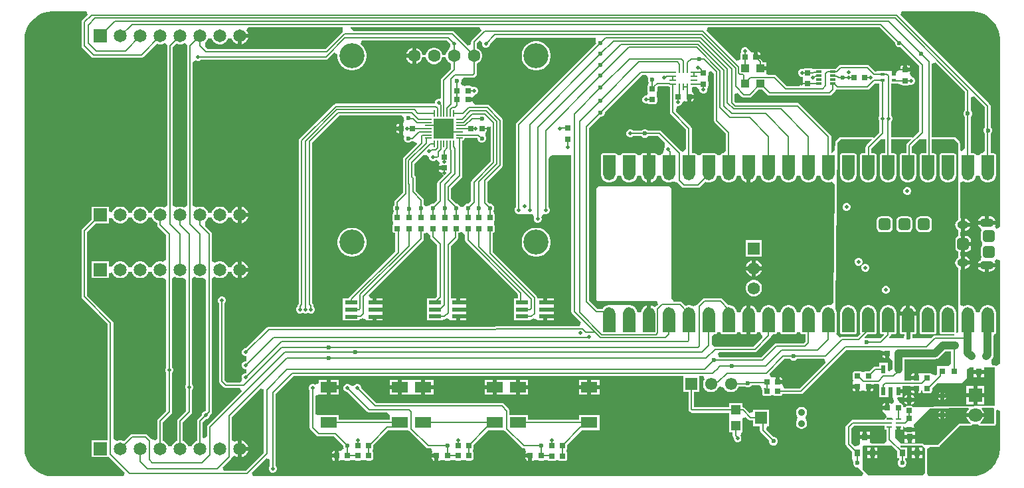
<source format=gbr>
%TF.GenerationSoftware,Altium Limited,Altium Designer,24.9.1 (31)*%
G04 Layer_Physical_Order=1*
G04 Layer_Color=255*
%FSLAX45Y45*%
%MOMM*%
%TF.SameCoordinates,E868E159-F76C-425E-9157-6F4710699125*%
%TF.FilePolarity,Positive*%
%TF.FileFunction,Copper,L1,Top,Signal*%
%TF.Part,Single*%
G01*
G75*
%TA.AperFunction,SMDPad,CuDef*%
%ADD10R,2.10000X1.40000*%
%ADD11C,0.60000*%
G04:AMPARAMS|DCode=12|XSize=0.76mm|YSize=0.6604mm|CornerRadius=0.08255mm|HoleSize=0mm|Usage=FLASHONLY|Rotation=270.000|XOffset=0mm|YOffset=0mm|HoleType=Round|Shape=RoundedRectangle|*
%AMROUNDEDRECTD12*
21,1,0.76000,0.49530,0,0,270.0*
21,1,0.59490,0.66040,0,0,270.0*
1,1,0.16510,-0.24765,-0.29745*
1,1,0.16510,-0.24765,0.29745*
1,1,0.16510,0.24765,0.29745*
1,1,0.16510,0.24765,-0.29745*
%
%ADD12ROUNDEDRECTD12*%
%ADD13R,0.60000X1.10000*%
%ADD14R,1.60000X0.50000*%
%ADD15R,2.65000X2.65000*%
%ADD16O,0.20000X0.85000*%
%ADD17O,0.85000X0.20000*%
%ADD18R,1.20000X1.20000*%
%ADD19R,1.50000X1.60000*%
G04:AMPARAMS|DCode=20|XSize=0.76mm|YSize=0.6604mm|CornerRadius=0.08255mm|HoleSize=0mm|Usage=FLASHONLY|Rotation=180.000|XOffset=0mm|YOffset=0mm|HoleType=Round|Shape=RoundedRectangle|*
%AMROUNDEDRECTD20*
21,1,0.76000,0.49530,0,0,180.0*
21,1,0.59490,0.66040,0,0,180.0*
1,1,0.16510,-0.29745,0.24765*
1,1,0.16510,0.29745,0.24765*
1,1,0.16510,0.29745,-0.24765*
1,1,0.16510,-0.29745,-0.24765*
%
%ADD20ROUNDEDRECTD20*%
%ADD21R,0.80000X0.90000*%
%ADD22R,0.60000X0.30000*%
%ADD23R,0.72000X0.30000*%
%ADD24R,1.00000X1.00000*%
%ADD25R,0.80000X0.80000*%
%ADD26C,0.25200*%
%ADD27R,0.75000X0.28000*%
%ADD28O,0.25000X0.95000*%
%ADD29O,0.95000X0.25000*%
%ADD30C,1.57480*%
%ADD31R,1.57480X1.57480*%
%TA.AperFunction,ConnectorPad*%
%ADD32O,1.45000X1.05000*%
%ADD33O,1.80000X1.10000*%
%TA.AperFunction,SMDPad,CuDef*%
G04:AMPARAMS|DCode=34|XSize=1.5mm|YSize=1.5mm|CornerRadius=0.3mm|HoleSize=0mm|Usage=FLASHONLY|Rotation=270.000|XOffset=0mm|YOffset=0mm|HoleType=Round|Shape=RoundedRectangle|*
%AMROUNDEDRECTD34*
21,1,1.50000,0.90000,0,0,270.0*
21,1,0.90000,1.50000,0,0,270.0*
1,1,0.60000,-0.45000,-0.45000*
1,1,0.60000,-0.45000,0.45000*
1,1,0.60000,0.45000,0.45000*
1,1,0.60000,0.45000,-0.45000*
%
%ADD34ROUNDEDRECTD34*%
%TA.AperFunction,Conductor*%
%ADD35C,0.20000*%
%ADD36C,1.00000*%
%ADD37C,0.50000*%
%TA.AperFunction,ComponentPad*%
%ADD38C,0.90000*%
%ADD39R,1.55000X1.55000*%
%ADD40C,1.55000*%
%ADD41C,1.65100*%
%ADD42R,1.65100X1.65100*%
%ADD43C,1.60000*%
%ADD44R,1.80000X1.80000*%
%ADD45C,1.80000*%
%TA.AperFunction,ViaPad*%
%ADD46C,0.50000*%
%ADD47C,3.20000*%
%ADD48C,5.00000*%
G36*
X-914234Y363054D02*
Y304634D01*
X-1132382Y86486D01*
X-2635155D01*
X-2667363Y119952D01*
X-2664463Y167939D01*
X-2644438Y187963D01*
X-2630279Y212487D01*
X-2626794Y225496D01*
X-2580206D01*
X-2576721Y212487D01*
X-2562562Y187963D01*
X-2542537Y167938D01*
X-2518013Y153779D01*
X-2490659Y146450D01*
X-2462341D01*
X-2434987Y153779D01*
X-2410463Y167938D01*
X-2390438Y187963D01*
X-2376279Y212487D01*
X-2373001Y224723D01*
X-2326413Y224723D01*
X-2323093Y212333D01*
X-2308881Y187717D01*
X-2288783Y167619D01*
X-2264167Y153407D01*
X-2247900Y149048D01*
Y254000D01*
X-2222500D01*
Y279400D01*
X-2117548D01*
X-2121907Y295667D01*
X-2136119Y320283D01*
X-2117211Y365015D01*
X-916195D01*
X-914234Y363054D01*
D02*
G37*
G36*
X-2911930Y151464D02*
X-2892750Y133154D01*
X-2894170Y126016D01*
Y-1909304D01*
X-2939170Y-1933983D01*
X-2942987Y-1931779D01*
X-2970341Y-1924450D01*
X-2998659D01*
X-3026013Y-1931779D01*
X-3031799Y-1935120D01*
X-3076731Y-1911904D01*
X-3076799Y-1911816D01*
Y111234D01*
X-3031237Y156795D01*
X-3026013Y153779D01*
X-2998659Y146450D01*
X-2970341D01*
X-2942987Y153779D01*
X-2929486Y161574D01*
X-2911930Y151464D01*
D02*
G37*
G36*
X853747Y320015D02*
X736766Y203034D01*
X729031Y191456D01*
X726314Y177800D01*
Y149793D01*
X681314Y131153D01*
X507834Y304634D01*
X496256Y312369D01*
X482600Y315086D01*
X-780411D01*
X-808926Y360086D01*
X-806599Y365015D01*
X835108D01*
X853747Y320015D01*
D02*
G37*
G36*
X2316480Y160945D02*
X2318379Y159046D01*
X1308266Y-851066D01*
X1300531Y-862644D01*
X1297814Y-876300D01*
Y-1933475D01*
X1291112Y-1940177D01*
X1283500Y-1958554D01*
Y-1978446D01*
X1291112Y-1996823D01*
X1305177Y-2010888D01*
X1323554Y-2018500D01*
X1504750D01*
X1515550Y-2032547D01*
X1528675Y-2063500D01*
X1524800Y-2072854D01*
Y-2092746D01*
X1532412Y-2111123D01*
X1546477Y-2125188D01*
X1564854Y-2132800D01*
X1584746D01*
X1603123Y-2125188D01*
X1617188Y-2111123D01*
X1624800Y-2092746D01*
Y-2072854D01*
X1620925Y-2063500D01*
X1634050Y-2032547D01*
X1644850Y-2018500D01*
X1686346D01*
X1704723Y-2010888D01*
X1718788Y-1996823D01*
X1726400Y-1978446D01*
Y-1958554D01*
X1718788Y-1940177D01*
X1712086Y-1933475D01*
Y-1321440D01*
X1727201Y-1282700D01*
X1766940Y-1270000D01*
X2004802D01*
Y-3265456D01*
X2007519Y-3279112D01*
X2015254Y-3290690D01*
X2127979Y-3403415D01*
X2109339Y-3448414D01*
X1048128D01*
X1034472Y-3451131D01*
X1024469Y-3457815D01*
X-1855200D01*
X-1868857Y-3460531D01*
X-1880434Y-3468267D01*
X-2146767Y-3734600D01*
X-2156246D01*
X-2174623Y-3742212D01*
X-2188688Y-3756277D01*
X-2196300Y-3774654D01*
Y-3794546D01*
X-2188688Y-3812923D01*
X-2174623Y-3826988D01*
X-2156246Y-3834600D01*
X-2141220D01*
Y-3894153D01*
X-2146767Y-3899700D01*
X-2156246D01*
X-2174623Y-3907312D01*
X-2188688Y-3921377D01*
X-2196300Y-3939754D01*
Y-3959646D01*
X-2188688Y-3978023D01*
X-2174623Y-3992088D01*
X-2156246Y-3999700D01*
X-2141220D01*
Y-4046553D01*
X-2145977Y-4051309D01*
X-2157036D01*
X-2175413Y-4058921D01*
X-2189479Y-4072987D01*
X-2197091Y-4091364D01*
Y-4111255D01*
X-2192220Y-4123014D01*
X-2202722Y-4149758D01*
X-2214736Y-4168014D01*
X-2385518D01*
X-2415414Y-4138118D01*
Y-3159225D01*
X-2408712Y-3152523D01*
X-2401100Y-3134146D01*
Y-3114254D01*
X-2408712Y-3095877D01*
X-2422777Y-3081812D01*
X-2441154Y-3074200D01*
X-2461046D01*
X-2479423Y-3081812D01*
X-2493488Y-3095877D01*
X-2501100Y-3114254D01*
Y-3134146D01*
X-2493488Y-3152523D01*
X-2486786Y-3159225D01*
Y-4152900D01*
X-2484069Y-4166556D01*
X-2476334Y-4178134D01*
X-2425534Y-4228934D01*
X-2413956Y-4236669D01*
X-2400300Y-4239386D01*
X-2219893D01*
X-2201253Y-4284386D01*
X-2628734Y-4711866D01*
X-2636469Y-4723444D01*
X-2639186Y-4737100D01*
Y-4854640D01*
X-2684186Y-4880110D01*
X-2694814Y-4873728D01*
Y-4675682D01*
X-2653833Y-4634700D01*
X-2644354D01*
X-2625977Y-4627088D01*
X-2611912Y-4613023D01*
X-2604300Y-4594646D01*
Y-4585167D01*
X-2590966Y-4571834D01*
X-2583231Y-4560256D01*
X-2580514Y-4546600D01*
Y-2842224D01*
X-2560799Y-2828902D01*
X-2535514Y-2820616D01*
X-2518013Y-2830721D01*
X-2490659Y-2838050D01*
X-2462341D01*
X-2434987Y-2830721D01*
X-2410463Y-2816562D01*
X-2390438Y-2796537D01*
X-2376279Y-2772013D01*
X-2373001Y-2759777D01*
X-2326413Y-2759777D01*
X-2323093Y-2772167D01*
X-2308881Y-2796783D01*
X-2288783Y-2816881D01*
X-2264167Y-2831093D01*
X-2247900Y-2835452D01*
Y-2730500D01*
Y-2625548D01*
X-2264167Y-2629907D01*
X-2288783Y-2644119D01*
X-2308881Y-2664217D01*
X-2323093Y-2688833D01*
X-2326413Y-2701223D01*
X-2373001Y-2701223D01*
X-2376279Y-2688987D01*
X-2390438Y-2664463D01*
X-2410463Y-2644438D01*
X-2434987Y-2630279D01*
X-2462341Y-2622950D01*
X-2490659D01*
X-2518013Y-2630279D01*
X-2535514Y-2640384D01*
X-2560799Y-2632098D01*
X-2580514Y-2618776D01*
Y-2273300D01*
X-2583231Y-2259644D01*
X-2590966Y-2248066D01*
X-2667683Y-2171349D01*
X-2664463Y-2118061D01*
X-2644438Y-2098037D01*
X-2630279Y-2073513D01*
X-2626794Y-2060504D01*
X-2580206D01*
X-2576721Y-2073513D01*
X-2562562Y-2098037D01*
X-2542537Y-2118062D01*
X-2518013Y-2132221D01*
X-2490659Y-2139550D01*
X-2462341D01*
X-2434987Y-2132221D01*
X-2410463Y-2118062D01*
X-2390438Y-2098037D01*
X-2376279Y-2073513D01*
X-2373001Y-2061277D01*
X-2326413Y-2061277D01*
X-2323093Y-2073667D01*
X-2308881Y-2098283D01*
X-2288783Y-2118381D01*
X-2264167Y-2132593D01*
X-2247900Y-2136952D01*
Y-2032000D01*
Y-1927048D01*
X-2264167Y-1931407D01*
X-2288783Y-1945619D01*
X-2308881Y-1965717D01*
X-2323093Y-1990333D01*
X-2326413Y-2002723D01*
X-2373001Y-2002723D01*
X-2376279Y-1990487D01*
X-2390438Y-1965963D01*
X-2410463Y-1945938D01*
X-2434987Y-1931779D01*
X-2462341Y-1924450D01*
X-2490659D01*
X-2518013Y-1931779D01*
X-2542537Y-1945938D01*
X-2562562Y-1965963D01*
X-2576721Y-1990487D01*
X-2580206Y-2003496D01*
X-2626794D01*
X-2630279Y-1990487D01*
X-2644438Y-1965963D01*
X-2664463Y-1945938D01*
X-2688987Y-1931779D01*
X-2716341Y-1924450D01*
X-2744659D01*
X-2772013Y-1931779D01*
X-2777799Y-1935120D01*
X-2822731Y-1911904D01*
X-2822799Y-1911816D01*
Y-80152D01*
X-2804134Y-68025D01*
X-2777799Y-57749D01*
X-2765846Y-62700D01*
X-2745954D01*
X-2727577Y-55088D01*
X-2720875Y-48386D01*
X-1124532D01*
X-1110875Y-45669D01*
X-1099298Y-37934D01*
X-1020346Y41019D01*
X-978873Y18851D01*
X-978999Y18221D01*
Y-18221D01*
X-971889Y-53963D01*
X-957944Y-87630D01*
X-937698Y-117930D01*
X-911929Y-143699D01*
X-881629Y-163945D01*
X-847961Y-177890D01*
X-812220Y-185000D01*
X-775778D01*
X-740036Y-177890D01*
X-706369Y-163945D01*
X-676068Y-143699D01*
X-650300Y-117930D01*
X-630054Y-87630D01*
X-616108Y-53963D01*
X-608999Y-18221D01*
Y18221D01*
X-616108Y53963D01*
X-630054Y87630D01*
X-650300Y117930D01*
X-676068Y143699D01*
X-682377Y147914D01*
X-668727Y192914D01*
X417018D01*
X458000Y151933D01*
Y142454D01*
X458209Y141950D01*
X462975Y119253D01*
X443809Y84182D01*
X443529Y84021D01*
X423979Y64471D01*
X410156Y40528D01*
X403000Y13824D01*
X359000D01*
X351844Y40528D01*
X338021Y64471D01*
X318471Y84021D01*
X294528Y97844D01*
X267823Y105000D01*
X240177D01*
X213472Y97844D01*
X189529Y84021D01*
X169979Y64471D01*
X156156Y40528D01*
X149000Y13824D01*
X105400Y13877D01*
X98217Y40683D01*
X84341Y64717D01*
X64717Y84341D01*
X40683Y98217D01*
X25400Y102312D01*
Y0D01*
Y-102312D01*
X40683Y-98217D01*
X64717Y-84341D01*
X84341Y-64717D01*
X98217Y-40683D01*
X105400Y-13877D01*
X149000Y-13824D01*
X156156Y-40528D01*
X169979Y-64471D01*
X189529Y-84021D01*
X213472Y-97844D01*
X240177Y-105000D01*
X267823D01*
X294528Y-97844D01*
X318471Y-84021D01*
X338021Y-64471D01*
X351844Y-40528D01*
X359000Y-13824D01*
X403000D01*
X410156Y-40528D01*
X423979Y-64471D01*
X443529Y-84021D01*
X467472Y-97844D01*
X472314Y-99142D01*
Y-163018D01*
X353167Y-282166D01*
X345431Y-293743D01*
X342715Y-307400D01*
Y-536697D01*
X327445Y-546900D01*
X307554D01*
X289177Y-554512D01*
X275112Y-568577D01*
X267500Y-586954D01*
Y-606845D01*
X265316Y-610114D01*
X-1000237D01*
X-1013893Y-612831D01*
X-1025470Y-620566D01*
X-1460334Y-1055430D01*
X-1468069Y-1067007D01*
X-1470786Y-1080663D01*
Y-3160218D01*
X-1479292Y-3168725D01*
X-1487028Y-3180303D01*
X-1489745Y-3193959D01*
Y-3201334D01*
X-1498588Y-3210177D01*
X-1506199Y-3228554D01*
Y-3248445D01*
X-1498588Y-3266823D01*
X-1484522Y-3280888D01*
X-1466145Y-3288500D01*
X-1446254D01*
X-1427877Y-3280888D01*
X-1421200Y-3274211D01*
X-1414522Y-3280888D01*
X-1396145Y-3288500D01*
X-1376254D01*
X-1357877Y-3280888D01*
X-1351200Y-3274211D01*
X-1344523Y-3280888D01*
X-1326145Y-3288500D01*
X-1306254D01*
X-1287877Y-3280888D01*
X-1273812Y-3266823D01*
X-1266200Y-3248445D01*
Y-3228554D01*
X-1273812Y-3210177D01*
X-1280514Y-3203475D01*
Y-3192300D01*
X-1283231Y-3178644D01*
X-1290966Y-3167067D01*
X-1297814Y-3160218D01*
Y-1106982D01*
X-952318Y-761486D01*
X-169496D01*
X-131200Y-786620D01*
Y-808500D01*
X-126444Y-819982D01*
X-132387Y-838015D01*
X-136121Y-844282D01*
X-140000Y-848825D01*
Y-927099D01*
Y-1007014D01*
X-131944Y-1020000D01*
X-127591Y-1034446D01*
X-131200Y-1043160D01*
Y-1065040D01*
X-122827Y-1085255D01*
X-107355Y-1100727D01*
X-87140Y-1109100D01*
X-65260D01*
X-45045Y-1100727D01*
X-34104Y-1089786D01*
X-20320D01*
X-18191Y-1089362D01*
X17220Y-1102943D01*
X32399Y-1113031D01*
X34158Y-1121875D01*
X-134833Y-1290866D01*
X-142569Y-1302443D01*
X-145285Y-1316100D01*
Y-1745818D01*
X-241134Y-1841666D01*
X-248869Y-1853244D01*
X-251586Y-1866900D01*
Y-1901004D01*
X-262527Y-1911945D01*
X-270900Y-1932160D01*
Y-1954040D01*
X-267061Y-1963307D01*
X-263694Y-1980939D01*
X-269621Y-2014860D01*
X-276971Y-2025860D01*
X-279552Y-2038835D01*
Y-2088365D01*
X-276971Y-2101340D01*
X-273077Y-2107168D01*
X-269621Y-2116812D01*
Y-2150388D01*
X-273077Y-2160032D01*
X-276971Y-2165860D01*
X-279552Y-2178835D01*
Y-2228365D01*
X-276971Y-2241340D01*
X-269621Y-2252341D01*
X-258621Y-2259691D01*
X-245645Y-2262272D01*
X-238886D01*
Y-2493419D01*
X-824349Y-3078882D01*
X-832085Y-3090459D01*
X-833903Y-3099600D01*
X-908000D01*
Y-3199600D01*
Y-3289600D01*
Y-3379600D01*
X-698000D01*
Y-3369662D01*
X-683238Y-3362576D01*
X-672144Y-3360369D01*
X-660566Y-3352634D01*
X-658758Y-3350826D01*
X-658191Y-3350553D01*
X-613400Y-3369107D01*
Y-3380000D01*
X-533399D01*
Y-3329600D01*
X-507999D01*
Y-3304200D01*
X-402600D01*
Y-3290000D01*
Y-3265000D01*
X-507999D01*
Y-3214200D01*
X-402600D01*
Y-3200000D01*
Y-3175000D01*
X-507999D01*
Y-3149600D01*
X-533399D01*
Y-3099200D01*
X-559393D01*
X-578033Y-3054200D01*
X114133Y-2362034D01*
X121869Y-2350457D01*
X124585Y-2336800D01*
Y-2265980D01*
X166933Y-2254685D01*
X205614Y-2288340D01*
Y-2311400D01*
X208331Y-2325056D01*
X216066Y-2336633D01*
X294514Y-2415082D01*
Y-3068726D01*
X265232Y-3098008D01*
X160700D01*
Y-3198008D01*
Y-3288008D01*
Y-3378008D01*
X370700D01*
Y-3363694D01*
X382900D01*
X396556Y-3360977D01*
X408134Y-3353242D01*
X413726Y-3347650D01*
X455300Y-3364870D01*
Y-3378408D01*
X535300D01*
Y-3328008D01*
X560700D01*
Y-3302608D01*
X666100D01*
Y-3288408D01*
Y-3263408D01*
X560700D01*
Y-3212608D01*
X666100D01*
Y-3198408D01*
Y-3173408D01*
X560700D01*
Y-3148008D01*
X535300D01*
Y-3097608D01*
X467486D01*
Y-2427782D01*
X553653Y-2341614D01*
X561389Y-2330037D01*
X564105Y-2316380D01*
Y-2262081D01*
X576120Y-2259691D01*
X583634Y-2254670D01*
X590815Y-2252341D01*
X608738D01*
X650114Y-2288340D01*
Y-2355268D01*
X652831Y-2368924D01*
X660566Y-2380502D01*
X1324019Y-3043955D01*
X1323214Y-3048000D01*
Y-3098500D01*
X1271500D01*
Y-3198500D01*
Y-3288500D01*
Y-3378500D01*
X1481500D01*
Y-3370762D01*
X1496262Y-3363676D01*
X1507356Y-3361469D01*
X1518934Y-3353734D01*
X1520742Y-3351926D01*
X1521309Y-3351653D01*
X1566100Y-3370207D01*
Y-3378900D01*
X1646100D01*
Y-3328500D01*
X1671500D01*
Y-3303100D01*
X1776900D01*
Y-3288900D01*
Y-3263900D01*
X1671500D01*
Y-3213100D01*
X1776900D01*
Y-3198900D01*
Y-3173900D01*
X1671500D01*
Y-3148500D01*
X1646100D01*
Y-3098100D01*
X1567486D01*
Y-3088132D01*
X1564769Y-3074475D01*
X1557034Y-3062898D01*
X1000885Y-2506750D01*
Y-2261090D01*
X1007920Y-2259691D01*
X1018920Y-2252341D01*
X1026270Y-2241340D01*
X1028851Y-2228365D01*
Y-2178835D01*
X1026270Y-2165860D01*
X1022376Y-2160032D01*
X1018920Y-2150388D01*
Y-2116812D01*
X1022376Y-2107168D01*
X1026270Y-2101340D01*
X1028851Y-2088365D01*
Y-2038835D01*
X1026270Y-2025860D01*
X1018920Y-2014860D01*
X1012994Y-1980939D01*
X1016361Y-1963307D01*
X1020200Y-1954040D01*
Y-1932160D01*
X1011827Y-1911945D01*
X996355Y-1896473D01*
X976140Y-1888100D01*
X960667D01*
X937386Y-1864818D01*
Y-1602282D01*
X1121233Y-1418434D01*
X1128969Y-1406856D01*
X1131686Y-1393200D01*
Y-823531D01*
X1128969Y-809875D01*
X1121233Y-798298D01*
X957802Y-634867D01*
X946225Y-627131D01*
X932569Y-624415D01*
X780434D01*
X773801Y-620431D01*
X745180Y-588545D01*
Y-584200D01*
X686100D01*
Y-533400D01*
X745641D01*
X746733Y-527072D01*
X769174Y-498422D01*
X780052Y-491266D01*
X790623Y-486888D01*
X804688Y-472823D01*
X812300Y-454446D01*
Y-434554D01*
X804688Y-416177D01*
X790623Y-402112D01*
X772246Y-394500D01*
X752355D01*
X740584Y-399375D01*
X734841Y-390780D01*
X723841Y-383430D01*
X710865Y-380849D01*
X661335D01*
X648360Y-383430D01*
X613860Y-372526D01*
X598747Y-334120D01*
X601100Y-328440D01*
Y-306560D01*
X637558Y-276986D01*
X749300D01*
X762956Y-274269D01*
X774534Y-266534D01*
X787234Y-253834D01*
X794969Y-242256D01*
X797686Y-228600D01*
Y-99142D01*
X802528Y-97844D01*
X826471Y-84021D01*
X846021Y-64471D01*
X859844Y-40528D01*
X867000Y-13823D01*
Y13823D01*
X859844Y40528D01*
X846021Y64471D01*
X826471Y84021D01*
X802528Y97844D01*
X797686Y99142D01*
Y163018D01*
X828901Y194234D01*
X867050Y168743D01*
X864400Y162346D01*
Y142454D01*
X872012Y124077D01*
X886077Y110012D01*
X904454Y102400D01*
X924346D01*
X942723Y110012D01*
X956788Y124077D01*
X964400Y142454D01*
Y151933D01*
X1045894Y233427D01*
X2316480D01*
Y160945D01*
D02*
G37*
G36*
X6129900Y169633D02*
Y154160D01*
X6138273Y133945D01*
X6153745Y118473D01*
X6173960Y110100D01*
X6195840D01*
X6200290Y111943D01*
X6441314Y-129082D01*
Y-963118D01*
X6360965Y-1043468D01*
X6350391Y-1042426D01*
X6342122Y-1036901D01*
X6332367Y-1034960D01*
X6078919D01*
Y-837092D01*
X6087588Y-828423D01*
X6095200Y-810046D01*
Y-790154D01*
X6087588Y-771777D01*
X6080886Y-765075D01*
Y-354200D01*
X6168600D01*
X6168600Y-354200D01*
X6208345Y-366886D01*
X6218380Y-373591D01*
X6231355Y-376171D01*
X6290845D01*
X6303820Y-373591D01*
X6314820Y-366241D01*
X6316117Y-364300D01*
X6324204Y-367650D01*
X6344095D01*
X6362472Y-360038D01*
X6376538Y-345973D01*
X6384150Y-327596D01*
Y-307704D01*
X6376538Y-289327D01*
X6362472Y-275262D01*
X6344095Y-267650D01*
X6340881D01*
X6317650Y-229656D01*
X6318169Y-222483D01*
X6318609Y-221290D01*
X6322547Y-215396D01*
X6325033Y-202900D01*
X6261100D01*
Y-177500D01*
X6235700D01*
Y-118420D01*
X6231355D01*
X6218224Y-121033D01*
X6207091Y-128471D01*
X6199653Y-139603D01*
X6197041Y-152735D01*
Y-160415D01*
X6169000Y-193800D01*
X6152041Y-193800D01*
X6138999D01*
Y-234199D01*
X6088199D01*
Y-193800D01*
X6058200D01*
X6058200Y-193799D01*
X6028599Y-194200D01*
Y-194200D01*
X5918600D01*
Y-194938D01*
X5873600Y-197033D01*
X5803734Y-127166D01*
X5792156Y-119431D01*
X5778500Y-116714D01*
X5435600D01*
X5421944Y-119431D01*
X5410366Y-127166D01*
X5374733Y-162800D01*
X5273400D01*
Y-162800D01*
X5228400Y-163334D01*
X5223400Y-162800D01*
Y-162800D01*
X5101400D01*
X5101400Y-162800D01*
X5057874Y-159241D01*
X5046245Y-156928D01*
X4986755D01*
X4973780Y-159509D01*
X4962780Y-166859D01*
X4961483Y-168800D01*
X4953396Y-165450D01*
X4933505D01*
X4915128Y-173062D01*
X4901062Y-187127D01*
X4893450Y-205504D01*
Y-225395D01*
X4901062Y-243772D01*
X4912254Y-254964D01*
X4915127Y-257838D01*
X4915129Y-257838D01*
X4933505Y-265450D01*
X4952567Y-271665D01*
X4952567Y-296247D01*
X4952567Y-330200D01*
X4952440Y-330835D01*
Y-338808D01*
X4908505Y-382934D01*
X4751401D01*
X4618834Y-250366D01*
X4607256Y-242631D01*
X4593600Y-239914D01*
X4533108D01*
X4491800Y-231000D01*
X4491800Y-194914D01*
Y-181000D01*
X4416400D01*
Y-130200D01*
X4491800D01*
Y-80200D01*
X4450359D01*
X4441821Y-74593D01*
X4415480Y-42445D01*
X4415480Y-38100D01*
X4356400D01*
Y-12700D01*
X4331000D01*
Y51233D01*
X4318504Y48747D01*
X4312610Y44809D01*
X4311417Y44369D01*
X4304362Y43859D01*
X4266550Y67599D01*
Y70295D01*
X4258938Y88672D01*
X4244873Y102738D01*
X4226496Y110350D01*
X4206604D01*
X4188227Y102738D01*
X4174162Y88672D01*
X4166550Y70295D01*
Y50404D01*
X4169835Y42474D01*
X4167659Y41020D01*
X4160309Y30020D01*
X4157729Y17045D01*
Y-42445D01*
X4155114Y-48555D01*
X4107709Y-63673D01*
X3724021Y320015D01*
X3742661Y365015D01*
X5934518D01*
X6129900Y169633D01*
D02*
G37*
G36*
X3823393Y-223269D02*
Y-823779D01*
X3826110Y-837435D01*
X3833846Y-849013D01*
X3975548Y-990715D01*
Y-1213690D01*
X3943728Y-1245509D01*
X3930998Y-1245509D01*
X3930998Y-1245509D01*
X3930986Y-1245512D01*
X3930974Y-1245509D01*
X3930972Y-1245510D01*
X3926225Y-1246459D01*
X3921244Y-1247450D01*
X3921234Y-1247457D01*
X3921221Y-1247459D01*
X3917097Y-1250221D01*
X3912975Y-1252975D01*
X3912968Y-1252986D01*
X3912957Y-1252993D01*
X3910193Y-1257137D01*
X3907450Y-1261243D01*
X3907449Y-1261244D01*
X3907446Y-1261258D01*
X3907440Y-1261266D01*
X3907439Y-1261267D01*
X3906479Y-1266122D01*
X3906478Y-1266122D01*
X3905509Y-1270998D01*
X3905168Y-1271024D01*
X3862488Y-1270975D01*
X3861504Y-1266049D01*
X3860548Y-1261246D01*
X3860541Y-1261236D01*
X3860539Y-1261223D01*
X3857758Y-1257070D01*
X3855023Y-1252977D01*
X3855012Y-1252970D01*
X3855005Y-1252959D01*
X3850890Y-1250215D01*
X3846753Y-1247451D01*
X3846741Y-1247448D01*
X3846730Y-1247441D01*
X3841902Y-1246486D01*
X3836999Y-1245511D01*
X3676998Y-1245509D01*
X3676998Y-1245509D01*
X3676986Y-1245512D01*
X3676974Y-1245509D01*
X3676972Y-1245510D01*
X3672225Y-1246459D01*
X3667244Y-1247450D01*
X3667234Y-1247457D01*
X3667221Y-1247459D01*
X3663097Y-1250221D01*
X3658975Y-1252975D01*
X3658968Y-1252986D01*
X3658957Y-1252993D01*
X3656193Y-1257137D01*
X3653450Y-1261243D01*
X3653449Y-1261244D01*
X3653446Y-1261258D01*
X3653440Y-1261266D01*
X3653439Y-1261267D01*
X3652479Y-1266122D01*
X3652478Y-1266122D01*
X3651509Y-1270998D01*
X3651168Y-1271024D01*
X3608488Y-1270975D01*
X3607504Y-1266049D01*
X3606548Y-1261246D01*
X3606541Y-1261236D01*
X3606539Y-1261223D01*
X3603758Y-1257070D01*
X3601023Y-1252977D01*
X3601012Y-1252970D01*
X3601005Y-1252959D01*
X3596890Y-1250215D01*
X3592753Y-1247451D01*
X3592741Y-1247448D01*
X3592730Y-1247441D01*
X3587902Y-1246486D01*
X3582999Y-1245511D01*
X3538919Y-1245510D01*
Y-925134D01*
X3536203Y-911477D01*
X3528467Y-899900D01*
X3334586Y-706018D01*
Y-684422D01*
X3353984Y-643750D01*
X3373875D01*
X3392253Y-636138D01*
X3406318Y-622073D01*
X3413930Y-603696D01*
Y-600481D01*
X3451924Y-577251D01*
X3459097Y-577770D01*
X3460290Y-578209D01*
X3466184Y-582147D01*
X3478680Y-584633D01*
Y-520700D01*
X3504080D01*
Y-495300D01*
X3563159D01*
Y-490955D01*
X3560547Y-477824D01*
X3553109Y-466691D01*
X3541977Y-459253D01*
X3538402Y-415733D01*
X3551088Y-396034D01*
X3603900D01*
X3612530Y-402659D01*
X3639100Y-428529D01*
Y-442945D01*
X3646712Y-461322D01*
X3660777Y-475387D01*
X3679154Y-482999D01*
X3699045D01*
X3717422Y-475387D01*
X3731488Y-461322D01*
X3739099Y-442945D01*
Y-423054D01*
X3734115Y-411020D01*
X3740820Y-406540D01*
X3748170Y-395540D01*
X3750751Y-382565D01*
Y-333035D01*
X3748170Y-320059D01*
X3744498Y-314565D01*
X3741103Y-305144D01*
X3744169Y-262783D01*
X3744608Y-261590D01*
X3748546Y-255696D01*
X3751159Y-242564D01*
Y-213368D01*
X3790033Y-196319D01*
X3823393Y-223269D01*
D02*
G37*
G36*
X5918600Y-354200D02*
X5933314D01*
Y-765075D01*
X5926612Y-771777D01*
X5919000Y-790154D01*
Y-810046D01*
X5926612Y-828423D01*
X5933314Y-835125D01*
Y-975818D01*
X5865665Y-1043468D01*
X5855091Y-1042426D01*
X5846822Y-1036901D01*
X5837067Y-1034960D01*
X5439550D01*
X5429796Y-1036901D01*
X5421526Y-1042426D01*
X5373983Y-1089970D01*
X5371299Y-1093987D01*
X5368572Y-1097966D01*
X5368541Y-1098114D01*
X5368457Y-1098239D01*
X5367516Y-1102974D01*
X5366519Y-1107697D01*
X5365446Y-1199873D01*
X5319977Y-1239941D01*
X5316919Y-1239589D01*
Y-1028700D01*
X5314203Y-1015043D01*
X5306467Y-1003466D01*
X4915167Y-612166D01*
X4903590Y-604431D01*
X4889934Y-601714D01*
X4104182D01*
X4086986Y-584519D01*
Y-487848D01*
X4128560Y-470628D01*
X4178466Y-520534D01*
X4190044Y-528269D01*
X4203700Y-530986D01*
X4276700D01*
X4290356Y-528269D01*
X4301934Y-520534D01*
X4391868Y-430600D01*
X4440933D01*
X4505466Y-495134D01*
X4517044Y-502869D01*
X4530700Y-505586D01*
X5295900D01*
X5309556Y-502869D01*
X5321134Y-495134D01*
X5359633Y-456634D01*
X5367369Y-445057D01*
Y-445056D01*
X5379302Y-430692D01*
X5396300Y-429386D01*
X5778500D01*
X5792156Y-426669D01*
X5803734Y-418934D01*
X5872782Y-349886D01*
X5918600D01*
Y-354200D01*
D02*
G37*
G36*
X978414Y-907575D02*
Y-1344118D01*
X736767Y-1585766D01*
X729031Y-1597343D01*
X726315Y-1611000D01*
Y-1852118D01*
X690333Y-1888100D01*
X674860D01*
X654645Y-1896473D01*
X639173Y-1911945D01*
X630800Y-1932160D01*
X588400D01*
X580027Y-1911945D01*
X564555Y-1896473D01*
X544340Y-1888100D01*
X535367D01*
X469386Y-1822119D01*
Y-1686788D01*
X601134Y-1555040D01*
X608869Y-1543463D01*
X611586Y-1529806D01*
Y-1084852D01*
X622057Y-1082770D01*
X622057Y-1082769D01*
X633634Y-1075034D01*
X641370Y-1063457D01*
X644086Y-1049801D01*
X647627Y-1045486D01*
X804519D01*
X808600Y-1049567D01*
Y-1065040D01*
X816973Y-1085255D01*
X832445Y-1100727D01*
X852660Y-1109100D01*
X874540D01*
X894755Y-1100727D01*
X910227Y-1085255D01*
X918600Y-1065040D01*
Y-1043160D01*
X913396Y-1030598D01*
X910396Y-1019995D01*
X912629Y-981109D01*
X920067Y-969976D01*
X922679Y-956845D01*
Y-932091D01*
X967680Y-902816D01*
X978414Y-907575D01*
D02*
G37*
G36*
X7023548Y-458478D02*
Y-694504D01*
X7012607Y-705445D01*
X7004234Y-725660D01*
Y-747540D01*
X7012607Y-767755D01*
X7023548Y-778696D01*
Y-1175943D01*
X6978752Y-1214183D01*
X6962297Y-1211478D01*
X6959705Y-1203877D01*
X6959690Y-1203808D01*
Y-1112520D01*
X6957749Y-1102765D01*
X6952224Y-1094496D01*
X6900154Y-1042426D01*
X6891885Y-1036901D01*
X6882130Y-1034960D01*
X6601586D01*
Y-100156D01*
X6646586Y-81516D01*
X7023548Y-458478D01*
D02*
G37*
G36*
X2963385Y-250183D02*
X2982526Y-288486D01*
X2980300Y-293860D01*
Y-315740D01*
X2982076Y-320027D01*
X2987435Y-341959D01*
X2981579Y-370360D01*
X2974230Y-381360D01*
X2971649Y-394335D01*
Y-443865D01*
X2974230Y-456840D01*
X2978123Y-462668D01*
X2980535Y-469398D01*
X2975061Y-488170D01*
X2961882Y-508800D01*
X2949154D01*
X2930777Y-516412D01*
X2916712Y-530477D01*
X2909100Y-548854D01*
Y-568746D01*
X2916712Y-587123D01*
X2930777Y-601188D01*
X2949154Y-608800D01*
X2969046D01*
X2979365Y-604526D01*
X2981580Y-607841D01*
X2992580Y-615191D01*
X3005555Y-617772D01*
X3065045D01*
X3078020Y-615191D01*
X3089020Y-607841D01*
X3096370Y-596841D01*
X3098951Y-583865D01*
Y-534335D01*
X3096370Y-521360D01*
X3092477Y-515532D01*
X3089020Y-505888D01*
Y-472312D01*
X3092477Y-462668D01*
X3096370Y-456840D01*
X3098951Y-443865D01*
Y-405916D01*
X3113582Y-391286D01*
X3246518D01*
X3249268Y-393124D01*
X3263214Y-395898D01*
Y-720800D01*
X3265931Y-734456D01*
X3273666Y-746034D01*
X3467548Y-939915D01*
Y-1194627D01*
X3426614Y-1223506D01*
X3403434Y-1219366D01*
X3149434Y-965366D01*
X3137857Y-957631D01*
X3124200Y-954914D01*
X2982146D01*
X2971205Y-943973D01*
X2950990Y-935600D01*
X2929110D01*
X2908895Y-943973D01*
X2897955Y-954914D01*
X2790925D01*
X2784223Y-948212D01*
X2765846Y-940600D01*
X2745954D01*
X2727577Y-948212D01*
X2713512Y-962277D01*
X2705900Y-980654D01*
Y-1000546D01*
X2713512Y-1018923D01*
X2727577Y-1032988D01*
X2745954Y-1040600D01*
X2765846D01*
X2784223Y-1032988D01*
X2790925Y-1026286D01*
X2897955D01*
X2908895Y-1037227D01*
X2929110Y-1045600D01*
X2950990D01*
X2971205Y-1037227D01*
X2982146Y-1026286D01*
X3109419D01*
X3195230Y-1112097D01*
X3196978Y-1164612D01*
X3189366Y-1182989D01*
Y-1200509D01*
X3188955Y-1203740D01*
X3178012Y-1226643D01*
X3165529Y-1244585D01*
X3162554Y-1246791D01*
X3159244Y-1247450D01*
X3159234Y-1247457D01*
X3159221Y-1247459D01*
X3155097Y-1250221D01*
X3150975Y-1252975D01*
X3150968Y-1252986D01*
X3150957Y-1252993D01*
X3148193Y-1257137D01*
X3145449Y-1261244D01*
X3145447Y-1261257D01*
X3145440Y-1261267D01*
X3145439Y-1261267D01*
X3144479Y-1266122D01*
X3143509Y-1270998D01*
Y-1270998D01*
X3142581Y-1271023D01*
X3100896Y-1270975D01*
X3099906Y-1266022D01*
X3098925Y-1261090D01*
X3098918Y-1261079D01*
X3098915Y-1261067D01*
X3096090Y-1256847D01*
X3093311Y-1252688D01*
X3093301Y-1252681D01*
X3093294Y-1252670D01*
X3089112Y-1249882D01*
X3084910Y-1247074D01*
X3084897Y-1247071D01*
X3084886Y-1247064D01*
X3079929Y-1246083D01*
X3074999Y-1245103D01*
X3020633Y-1245102D01*
Y-1510748D01*
Y-1613568D01*
X3027699Y-1611676D01*
X3029232Y-1610920D01*
X3030908Y-1610587D01*
X3040597Y-1606575D01*
X3042018Y-1605626D01*
X3043635Y-1605077D01*
X3052718Y-1599835D01*
X3054004Y-1598708D01*
X3055537Y-1597952D01*
X3063857Y-1591569D01*
X3064983Y-1590285D01*
X3066404Y-1589335D01*
X3073820Y-1581920D01*
X3074770Y-1580499D01*
X3076055Y-1579372D01*
X3082439Y-1571052D01*
X3083194Y-1569520D01*
X3084321Y-1568235D01*
X3089565Y-1559153D01*
X3090114Y-1557535D01*
X3091063Y-1556114D01*
X3095076Y-1546425D01*
X3095409Y-1544749D01*
X3096165Y-1543216D01*
X3098878Y-1533086D01*
X3098990Y-1531381D01*
X3099539Y-1529763D01*
X3099744Y-1528207D01*
X3145132Y-1528205D01*
X3145330Y-1529711D01*
X3145870Y-1531303D01*
X3145980Y-1532981D01*
X3148694Y-1543110D01*
X3149437Y-1544618D01*
X3149766Y-1546268D01*
X3153779Y-1555957D01*
X3154713Y-1557355D01*
X3155253Y-1558947D01*
X3160496Y-1568028D01*
X3161605Y-1569292D01*
X3162349Y-1570801D01*
X3168733Y-1579120D01*
X3169997Y-1580229D01*
X3170931Y-1581627D01*
X3178346Y-1589042D01*
X3179744Y-1589976D01*
X3180853Y-1591240D01*
X3189173Y-1597624D01*
X3190681Y-1598368D01*
X3191946Y-1599477D01*
X3201027Y-1604719D01*
X3202620Y-1605260D01*
X3204018Y-1606194D01*
X3213706Y-1610206D01*
X3215356Y-1610534D01*
X3216864Y-1611278D01*
X3226993Y-1613991D01*
X3228671Y-1614101D01*
X3230264Y-1614642D01*
X3240661Y-1616010D01*
X3242339Y-1615899D01*
X3243988Y-1616227D01*
X3249225Y-1616227D01*
X3254466Y-1616228D01*
X3256116Y-1615901D01*
X3257794Y-1616011D01*
X3268191Y-1614644D01*
X3269784Y-1614104D01*
X3271463Y-1613994D01*
X3281593Y-1611282D01*
X3283102Y-1610538D01*
X3284752Y-1610210D01*
X3294441Y-1606198D01*
X3295839Y-1605264D01*
X3297431Y-1604724D01*
X3299281Y-1603656D01*
X3325161Y-1603849D01*
X3350017Y-1613591D01*
X3353688Y-1616298D01*
X3413624Y-1676234D01*
X3425201Y-1683969D01*
X3438857Y-1686686D01*
X3621232D01*
X3634888Y-1683969D01*
X3646465Y-1676234D01*
X3715191Y-1607508D01*
X3721706Y-1610206D01*
X3723356Y-1610534D01*
X3724864Y-1611278D01*
X3734993Y-1613991D01*
X3736671Y-1614101D01*
X3738264Y-1614642D01*
X3748661Y-1616010D01*
X3750339Y-1615899D01*
X3751988Y-1616227D01*
X3757225Y-1616227D01*
X3762466Y-1616228D01*
X3764116Y-1615901D01*
X3765794Y-1616011D01*
X3776191Y-1614644D01*
X3777784Y-1614104D01*
X3779463Y-1613994D01*
X3789593Y-1611282D01*
X3791102Y-1610538D01*
X3792752Y-1610210D01*
X3802441Y-1606198D01*
X3803839Y-1605264D01*
X3805431Y-1604724D01*
X3814514Y-1599482D01*
X3815780Y-1598372D01*
X3817288Y-1597629D01*
X3825609Y-1591245D01*
X3826718Y-1589981D01*
X3828115Y-1589047D01*
X3835531Y-1581632D01*
X3836466Y-1580233D01*
X3837731Y-1579124D01*
X3844115Y-1570804D01*
X3844859Y-1569295D01*
X3845968Y-1568031D01*
X3851211Y-1558949D01*
X3851752Y-1557357D01*
X3852686Y-1555958D01*
X3856699Y-1546269D01*
X3857027Y-1544620D01*
X3857771Y-1543111D01*
X3860485Y-1532981D01*
X3860595Y-1531302D01*
X3861135Y-1529710D01*
X3861538Y-1526643D01*
X3906926Y-1526641D01*
X3907330Y-1529711D01*
X3907870Y-1531303D01*
X3907980Y-1532981D01*
X3910694Y-1543110D01*
X3911437Y-1544618D01*
X3911766Y-1546268D01*
X3915779Y-1555957D01*
X3916713Y-1557355D01*
X3917253Y-1558947D01*
X3922496Y-1568028D01*
X3923605Y-1569292D01*
X3924349Y-1570801D01*
X3930733Y-1579120D01*
X3931997Y-1580229D01*
X3932931Y-1581627D01*
X3940346Y-1589042D01*
X3941744Y-1589976D01*
X3942853Y-1591240D01*
X3951173Y-1597624D01*
X3952681Y-1598368D01*
X3953946Y-1599477D01*
X3963027Y-1604719D01*
X3964620Y-1605260D01*
X3966018Y-1606194D01*
X3975706Y-1610206D01*
X3977356Y-1610534D01*
X3978864Y-1611278D01*
X3988993Y-1613991D01*
X3990671Y-1614101D01*
X3992264Y-1614642D01*
X4002661Y-1616010D01*
X4004339Y-1615899D01*
X4005988Y-1616227D01*
X4011225Y-1616227D01*
X4016466Y-1616228D01*
X4018116Y-1615901D01*
X4019794Y-1616011D01*
X4030191Y-1614644D01*
X4031784Y-1614104D01*
X4033463Y-1613994D01*
X4043593Y-1611282D01*
X4045102Y-1610538D01*
X4046752Y-1610210D01*
X4056441Y-1606198D01*
X4057839Y-1605264D01*
X4059431Y-1604724D01*
X4068514Y-1599482D01*
X4069780Y-1598372D01*
X4071288Y-1597629D01*
X4079609Y-1591245D01*
X4080718Y-1589981D01*
X4082115Y-1589047D01*
X4089531Y-1581632D01*
X4090466Y-1580233D01*
X4091731Y-1579124D01*
X4098115Y-1570804D01*
X4098859Y-1569295D01*
X4099968Y-1568031D01*
X4105211Y-1558949D01*
X4105752Y-1557357D01*
X4106686Y-1555958D01*
X4110699Y-1546269D01*
X4111027Y-1544620D01*
X4111771Y-1543111D01*
X4114485Y-1532981D01*
X4114595Y-1531302D01*
X4115135Y-1529710D01*
X4115332Y-1528207D01*
X4160720Y-1528205D01*
X4160925Y-1529764D01*
X4161474Y-1531381D01*
X4161586Y-1533087D01*
X4164300Y-1543216D01*
X4165056Y-1544749D01*
X4165389Y-1546424D01*
X4169402Y-1556112D01*
X4170351Y-1557533D01*
X4170900Y-1559151D01*
X4176143Y-1568232D01*
X4177270Y-1569517D01*
X4178025Y-1571049D01*
X4184409Y-1579369D01*
X4185694Y-1580496D01*
X4186643Y-1581916D01*
X4194058Y-1589330D01*
X4195479Y-1590280D01*
X4196605Y-1591564D01*
X4204925Y-1597948D01*
X4206457Y-1598703D01*
X4207742Y-1599830D01*
X4216823Y-1605072D01*
X4218441Y-1605622D01*
X4219862Y-1606571D01*
X4229550Y-1610583D01*
X4231226Y-1610917D01*
X4232758Y-1611672D01*
X4239833Y-1613567D01*
Y-1510748D01*
X4290633D01*
Y-1613568D01*
X4297699Y-1611676D01*
X4299232Y-1610920D01*
X4300908Y-1610587D01*
X4310597Y-1606575D01*
X4312018Y-1605626D01*
X4313635Y-1605077D01*
X4322718Y-1599835D01*
X4324004Y-1598708D01*
X4325537Y-1597952D01*
X4333857Y-1591569D01*
X4334983Y-1590285D01*
X4336404Y-1589335D01*
X4343820Y-1581920D01*
X4344770Y-1580499D01*
X4346055Y-1579372D01*
X4352439Y-1571052D01*
X4353194Y-1569520D01*
X4354321Y-1568235D01*
X4359565Y-1559153D01*
X4360114Y-1557535D01*
X4361063Y-1556114D01*
X4365076Y-1546425D01*
X4365409Y-1544749D01*
X4366165Y-1543216D01*
X4368878Y-1533086D01*
X4368990Y-1531381D01*
X4369539Y-1529763D01*
X4369744Y-1528207D01*
X4415132Y-1528205D01*
X4415330Y-1529711D01*
X4415870Y-1531303D01*
X4415980Y-1532981D01*
X4418694Y-1543110D01*
X4419437Y-1544618D01*
X4419766Y-1546268D01*
X4423779Y-1555957D01*
X4424713Y-1557355D01*
X4425253Y-1558947D01*
X4430496Y-1568028D01*
X4431605Y-1569292D01*
X4432349Y-1570801D01*
X4438733Y-1579120D01*
X4439997Y-1580229D01*
X4440931Y-1581627D01*
X4448346Y-1589042D01*
X4449744Y-1589976D01*
X4450853Y-1591240D01*
X4459173Y-1597624D01*
X4460681Y-1598368D01*
X4461946Y-1599477D01*
X4471027Y-1604719D01*
X4472620Y-1605260D01*
X4474018Y-1606194D01*
X4483706Y-1610206D01*
X4485356Y-1610534D01*
X4486864Y-1611278D01*
X4496993Y-1613991D01*
X4498671Y-1614101D01*
X4500264Y-1614642D01*
X4510661Y-1616010D01*
X4512339Y-1615899D01*
X4513988Y-1616227D01*
X4519225Y-1616227D01*
X4524466Y-1616228D01*
X4526116Y-1615901D01*
X4527794Y-1616011D01*
X4538191Y-1614644D01*
X4539784Y-1614104D01*
X4541463Y-1613994D01*
X4551593Y-1611282D01*
X4553102Y-1610538D01*
X4554752Y-1610210D01*
X4564441Y-1606198D01*
X4565839Y-1605264D01*
X4567431Y-1604724D01*
X4576514Y-1599482D01*
X4577780Y-1598372D01*
X4579288Y-1597629D01*
X4587609Y-1591245D01*
X4588718Y-1589981D01*
X4590115Y-1589047D01*
X4597531Y-1581632D01*
X4598466Y-1580233D01*
X4599731Y-1579124D01*
X4606115Y-1570804D01*
X4606859Y-1569295D01*
X4607968Y-1568031D01*
X4613211Y-1558949D01*
X4613752Y-1557357D01*
X4614686Y-1555958D01*
X4618699Y-1546269D01*
X4619027Y-1544620D01*
X4619771Y-1543111D01*
X4622485Y-1532981D01*
X4622595Y-1531302D01*
X4623135Y-1529710D01*
X4623538Y-1526643D01*
X4668926Y-1526641D01*
X4669330Y-1529711D01*
X4669870Y-1531303D01*
X4669980Y-1532981D01*
X4672694Y-1543110D01*
X4673437Y-1544618D01*
X4673766Y-1546268D01*
X4677779Y-1555957D01*
X4678713Y-1557355D01*
X4679253Y-1558947D01*
X4684496Y-1568028D01*
X4685605Y-1569292D01*
X4686349Y-1570801D01*
X4692733Y-1579120D01*
X4693997Y-1580229D01*
X4694931Y-1581627D01*
X4702346Y-1589042D01*
X4703744Y-1589976D01*
X4704853Y-1591240D01*
X4713173Y-1597624D01*
X4714681Y-1598368D01*
X4715946Y-1599477D01*
X4725027Y-1604719D01*
X4726620Y-1605260D01*
X4728018Y-1606194D01*
X4737706Y-1610206D01*
X4739356Y-1610534D01*
X4740864Y-1611278D01*
X4750993Y-1613991D01*
X4752671Y-1614101D01*
X4754264Y-1614642D01*
X4764661Y-1616010D01*
X4766339Y-1615899D01*
X4767988Y-1616227D01*
X4773225Y-1616227D01*
X4778466Y-1616228D01*
X4780116Y-1615901D01*
X4781794Y-1616011D01*
X4792191Y-1614644D01*
X4793784Y-1614104D01*
X4795463Y-1613994D01*
X4805593Y-1611282D01*
X4807102Y-1610538D01*
X4808752Y-1610210D01*
X4818441Y-1606198D01*
X4819839Y-1605264D01*
X4821431Y-1604724D01*
X4830514Y-1599482D01*
X4831780Y-1598372D01*
X4833288Y-1597629D01*
X4841609Y-1591245D01*
X4842718Y-1589981D01*
X4844115Y-1589047D01*
X4851531Y-1581632D01*
X4852466Y-1580233D01*
X4853731Y-1579124D01*
X4860115Y-1570804D01*
X4860859Y-1569295D01*
X4861968Y-1568031D01*
X4867211Y-1558949D01*
X4867752Y-1557357D01*
X4868686Y-1555958D01*
X4872699Y-1546269D01*
X4873027Y-1544620D01*
X4873771Y-1543111D01*
X4876485Y-1532981D01*
X4876595Y-1531302D01*
X4877135Y-1529710D01*
X4877538Y-1526643D01*
X4922926Y-1526641D01*
X4923330Y-1529711D01*
X4923870Y-1531303D01*
X4923980Y-1532981D01*
X4926694Y-1543110D01*
X4927437Y-1544618D01*
X4927766Y-1546268D01*
X4931779Y-1555957D01*
X4932713Y-1557355D01*
X4933253Y-1558947D01*
X4938496Y-1568028D01*
X4939605Y-1569292D01*
X4940349Y-1570801D01*
X4946733Y-1579120D01*
X4947997Y-1580229D01*
X4948931Y-1581627D01*
X4956346Y-1589042D01*
X4957744Y-1589976D01*
X4958853Y-1591240D01*
X4967173Y-1597624D01*
X4968681Y-1598368D01*
X4969946Y-1599477D01*
X4979027Y-1604719D01*
X4980620Y-1605260D01*
X4982018Y-1606194D01*
X4991706Y-1610206D01*
X4993356Y-1610534D01*
X4994864Y-1611278D01*
X5004993Y-1613991D01*
X5006671Y-1614101D01*
X5008264Y-1614642D01*
X5018661Y-1616010D01*
X5020339Y-1615899D01*
X5021988Y-1616227D01*
X5027225Y-1616227D01*
X5032466Y-1616228D01*
X5034116Y-1615901D01*
X5035794Y-1616011D01*
X5046191Y-1614644D01*
X5047784Y-1614104D01*
X5049463Y-1613994D01*
X5059593Y-1611282D01*
X5061102Y-1610538D01*
X5062752Y-1610210D01*
X5072441Y-1606198D01*
X5073839Y-1605264D01*
X5075431Y-1604724D01*
X5084514Y-1599482D01*
X5085780Y-1598372D01*
X5087288Y-1597629D01*
X5095609Y-1591245D01*
X5096718Y-1589981D01*
X5098115Y-1589047D01*
X5105531Y-1581632D01*
X5106466Y-1580233D01*
X5107731Y-1579124D01*
X5114115Y-1570804D01*
X5114859Y-1569295D01*
X5115968Y-1568031D01*
X5121211Y-1558949D01*
X5121752Y-1557357D01*
X5122686Y-1555958D01*
X5126699Y-1546269D01*
X5127027Y-1544620D01*
X5127771Y-1543111D01*
X5130485Y-1532981D01*
X5130595Y-1531302D01*
X5131135Y-1529710D01*
X5131538Y-1526643D01*
X5176926Y-1526641D01*
X5177330Y-1529711D01*
X5177870Y-1531303D01*
X5177980Y-1532981D01*
X5180694Y-1543110D01*
X5181437Y-1544618D01*
X5181766Y-1546268D01*
X5185779Y-1555957D01*
X5186713Y-1557355D01*
X5187253Y-1558947D01*
X5192496Y-1568028D01*
X5193605Y-1569292D01*
X5194349Y-1570801D01*
X5200733Y-1579120D01*
X5201997Y-1580229D01*
X5202931Y-1581627D01*
X5210346Y-1589042D01*
X5211744Y-1589976D01*
X5212853Y-1591240D01*
X5221173Y-1597624D01*
X5222681Y-1598368D01*
X5223946Y-1599477D01*
X5233027Y-1604719D01*
X5234620Y-1605260D01*
X5236018Y-1606194D01*
X5245706Y-1610206D01*
X5247356Y-1610534D01*
X5248864Y-1611278D01*
X5258993Y-1613991D01*
X5260671Y-1614101D01*
X5262264Y-1614642D01*
X5272661Y-1616010D01*
X5274339Y-1615899D01*
X5275988Y-1616227D01*
X5281225Y-1616227D01*
X5286466Y-1616228D01*
X5288116Y-1615901D01*
X5289794Y-1616011D01*
X5300191Y-1614644D01*
X5301784Y-1614104D01*
X5303463Y-1613994D01*
X5313593Y-1611282D01*
X5315102Y-1610538D01*
X5315665Y-1610426D01*
X5316773Y-1610221D01*
X5347786Y-1624988D01*
X5360337Y-1638844D01*
X5342733Y-3151339D01*
X5333924Y-3164210D01*
X5308179Y-3182214D01*
X5302284Y-3184165D01*
X5297344Y-3184478D01*
X5289806Y-3183486D01*
X5288128Y-3183596D01*
X5286479Y-3183268D01*
X5281242Y-3183269D01*
X5276001Y-3183267D01*
X5274351Y-3183595D01*
X5272673Y-3183485D01*
X5262276Y-3184851D01*
X5260683Y-3185392D01*
X5259004Y-3185501D01*
X5248874Y-3188214D01*
X5247365Y-3188958D01*
X5245715Y-3189285D01*
X5236026Y-3193297D01*
X5234628Y-3194231D01*
X5233036Y-3194772D01*
X5223953Y-3200014D01*
X5222688Y-3201123D01*
X5221179Y-3201867D01*
X5212859Y-3208251D01*
X5211750Y-3209515D01*
X5210352Y-3210449D01*
X5202936Y-3217864D01*
X5202001Y-3219263D01*
X5200736Y-3220372D01*
X5194352Y-3228692D01*
X5193608Y-3230200D01*
X5192499Y-3231464D01*
X5187256Y-3240546D01*
X5186716Y-3242139D01*
X5185781Y-3243537D01*
X5181768Y-3253226D01*
X5181440Y-3254875D01*
X5180696Y-3256385D01*
X5177983Y-3266515D01*
X5177873Y-3268193D01*
X5177332Y-3269786D01*
X5176929Y-3272852D01*
X5131541Y-3272854D01*
X5131137Y-3269785D01*
X5130597Y-3268192D01*
X5130487Y-3266514D01*
X5127773Y-3256385D01*
X5127030Y-3254878D01*
X5126701Y-3253228D01*
X5122688Y-3243539D01*
X5121754Y-3242141D01*
X5121214Y-3240549D01*
X5115971Y-3231468D01*
X5114862Y-3230203D01*
X5114118Y-3228695D01*
X5107734Y-3220375D01*
X5106470Y-3219267D01*
X5105536Y-3217868D01*
X5098121Y-3210454D01*
X5096723Y-3209520D01*
X5095614Y-3208255D01*
X5087294Y-3201872D01*
X5085786Y-3201128D01*
X5084521Y-3200019D01*
X5075440Y-3194776D01*
X5073847Y-3194236D01*
X5072449Y-3193302D01*
X5062761Y-3189289D01*
X5061111Y-3188961D01*
X5059603Y-3188218D01*
X5049474Y-3185504D01*
X5047796Y-3185394D01*
X5046203Y-3184854D01*
X5035806Y-3183486D01*
X5034128Y-3183596D01*
X5032479Y-3183268D01*
X5027242Y-3183269D01*
X5022001Y-3183267D01*
X5020351Y-3183595D01*
X5018673Y-3183485D01*
X5008276Y-3184851D01*
X5006683Y-3185392D01*
X5005004Y-3185501D01*
X4994874Y-3188214D01*
X4993365Y-3188958D01*
X4991715Y-3189285D01*
X4982026Y-3193297D01*
X4980628Y-3194231D01*
X4979036Y-3194772D01*
X4969953Y-3200014D01*
X4968688Y-3201123D01*
X4967179Y-3201867D01*
X4958859Y-3208251D01*
X4957750Y-3209515D01*
X4956352Y-3210449D01*
X4948936Y-3217864D01*
X4948001Y-3219263D01*
X4946736Y-3220372D01*
X4940352Y-3228692D01*
X4939608Y-3230200D01*
X4938499Y-3231464D01*
X4933256Y-3240546D01*
X4932716Y-3242139D01*
X4931781Y-3243537D01*
X4927768Y-3253226D01*
X4927440Y-3254875D01*
X4926696Y-3256385D01*
X4923983Y-3266515D01*
X4923873Y-3268193D01*
X4923332Y-3269786D01*
X4922929Y-3272852D01*
X4877541Y-3272854D01*
X4877137Y-3269785D01*
X4876597Y-3268192D01*
X4876487Y-3266514D01*
X4873773Y-3256385D01*
X4873030Y-3254878D01*
X4872701Y-3253228D01*
X4868688Y-3243539D01*
X4867754Y-3242141D01*
X4867214Y-3240549D01*
X4861971Y-3231468D01*
X4860862Y-3230203D01*
X4860118Y-3228695D01*
X4853734Y-3220375D01*
X4852470Y-3219267D01*
X4851536Y-3217868D01*
X4844121Y-3210454D01*
X4842723Y-3209520D01*
X4841614Y-3208255D01*
X4833294Y-3201872D01*
X4831786Y-3201128D01*
X4830521Y-3200019D01*
X4821440Y-3194776D01*
X4819847Y-3194236D01*
X4818449Y-3193302D01*
X4808761Y-3189289D01*
X4807111Y-3188961D01*
X4805603Y-3188218D01*
X4795474Y-3185504D01*
X4793796Y-3185394D01*
X4792203Y-3184854D01*
X4781806Y-3183486D01*
X4780128Y-3183596D01*
X4778479Y-3183268D01*
X4773242Y-3183269D01*
X4768001Y-3183267D01*
X4766351Y-3183595D01*
X4764673Y-3183485D01*
X4754276Y-3184851D01*
X4752683Y-3185392D01*
X4751004Y-3185501D01*
X4740874Y-3188214D01*
X4739365Y-3188958D01*
X4737715Y-3189285D01*
X4728026Y-3193297D01*
X4726628Y-3194231D01*
X4725036Y-3194772D01*
X4715953Y-3200014D01*
X4714688Y-3201123D01*
X4713179Y-3201867D01*
X4704859Y-3208251D01*
X4703750Y-3209515D01*
X4702352Y-3210449D01*
X4694936Y-3217864D01*
X4694001Y-3219263D01*
X4692736Y-3220372D01*
X4686352Y-3228692D01*
X4685608Y-3230200D01*
X4684499Y-3231464D01*
X4679256Y-3240546D01*
X4678716Y-3242139D01*
X4677781Y-3243537D01*
X4673768Y-3253226D01*
X4673440Y-3254875D01*
X4672696Y-3256385D01*
X4669983Y-3266515D01*
X4669873Y-3268193D01*
X4669332Y-3269786D01*
X4668929Y-3272852D01*
X4623541Y-3272854D01*
X4623137Y-3269785D01*
X4622597Y-3268192D01*
X4622487Y-3266514D01*
X4619773Y-3256385D01*
X4619030Y-3254878D01*
X4618701Y-3253228D01*
X4614688Y-3243539D01*
X4613754Y-3242141D01*
X4613214Y-3240549D01*
X4607971Y-3231468D01*
X4606862Y-3230203D01*
X4606118Y-3228695D01*
X4599734Y-3220375D01*
X4598470Y-3219267D01*
X4597536Y-3217868D01*
X4590121Y-3210454D01*
X4588723Y-3209520D01*
X4587614Y-3208255D01*
X4579294Y-3201872D01*
X4577786Y-3201128D01*
X4576521Y-3200019D01*
X4567440Y-3194776D01*
X4565847Y-3194236D01*
X4564449Y-3193302D01*
X4554761Y-3189289D01*
X4553111Y-3188961D01*
X4551603Y-3188218D01*
X4541474Y-3185504D01*
X4539796Y-3185394D01*
X4538203Y-3184854D01*
X4527806Y-3183486D01*
X4526128Y-3183596D01*
X4524479Y-3183268D01*
X4519242Y-3183269D01*
X4514001Y-3183267D01*
X4512351Y-3183595D01*
X4510673Y-3183485D01*
X4500276Y-3184851D01*
X4498683Y-3185392D01*
X4497004Y-3185501D01*
X4486874Y-3188214D01*
X4485365Y-3188958D01*
X4483715Y-3189285D01*
X4474026Y-3193297D01*
X4472628Y-3194231D01*
X4471036Y-3194772D01*
X4461953Y-3200014D01*
X4460688Y-3201123D01*
X4459179Y-3201867D01*
X4450859Y-3208251D01*
X4449750Y-3209515D01*
X4448352Y-3210449D01*
X4440936Y-3217864D01*
X4440001Y-3219263D01*
X4438736Y-3220372D01*
X4432352Y-3228692D01*
X4431608Y-3230200D01*
X4430499Y-3231464D01*
X4425256Y-3240546D01*
X4424716Y-3242139D01*
X4423781Y-3243537D01*
X4419768Y-3253226D01*
X4419440Y-3254875D01*
X4418696Y-3256385D01*
X4415983Y-3266515D01*
X4415873Y-3268193D01*
X4415332Y-3269786D01*
X4415135Y-3271289D01*
X4369747Y-3271291D01*
X4369542Y-3269732D01*
X4368993Y-3268114D01*
X4368881Y-3266409D01*
X4366167Y-3256280D01*
X4365411Y-3254747D01*
X4365078Y-3253071D01*
X4361065Y-3243383D01*
X4360116Y-3241963D01*
X4359567Y-3240345D01*
X4354324Y-3231264D01*
X4353198Y-3229979D01*
X4352442Y-3228446D01*
X4346058Y-3220127D01*
X4344773Y-3219000D01*
X4343824Y-3217580D01*
X4336409Y-3210165D01*
X4334989Y-3209216D01*
X4333862Y-3207932D01*
X4325543Y-3201548D01*
X4324010Y-3200792D01*
X4322725Y-3199666D01*
X4313644Y-3194423D01*
X4312026Y-3193874D01*
X4310605Y-3192925D01*
X4300917Y-3188912D01*
X4299241Y-3188579D01*
X4297709Y-3187824D01*
X4290633Y-3185928D01*
Y-3288748D01*
Y-3554394D01*
X4345469Y-3554394D01*
X4345469Y-3554394D01*
X4345481Y-3554392D01*
X4345494Y-3554395D01*
X4345496Y-3554394D01*
X4350271Y-3553439D01*
X4355379Y-3552423D01*
X4355390Y-3552416D01*
X4355403Y-3552413D01*
X4359533Y-3549647D01*
X4363781Y-3546809D01*
X4363788Y-3546798D01*
X4363799Y-3546791D01*
X4366549Y-3542667D01*
X4369394Y-3538408D01*
X4369395Y-3538408D01*
X4369398Y-3538394D01*
X4369404Y-3538385D01*
X4369405Y-3538384D01*
X4370366Y-3533527D01*
X4370366Y-3533527D01*
X4371366Y-3528497D01*
X4372303Y-3528472D01*
X4413979Y-3528520D01*
X4414963Y-3533446D01*
X4415919Y-3538249D01*
X4415926Y-3538260D01*
X4415928Y-3538272D01*
X4418709Y-3542425D01*
X4421444Y-3546519D01*
X4421455Y-3546526D01*
X4421462Y-3546536D01*
X4425577Y-3549280D01*
X4426138Y-3549655D01*
X4432130Y-3557946D01*
X4439859Y-3576968D01*
X4439980Y-3577518D01*
X4440448Y-3598985D01*
X4328618Y-3710814D01*
X3835400D01*
X3832211Y-3711449D01*
X3792919Y-3682789D01*
Y-3585806D01*
X3824739Y-3553986D01*
X3837469Y-3553987D01*
X3837469Y-3553986D01*
X3837481Y-3553984D01*
X3837493Y-3553987D01*
X3837495Y-3553986D01*
X3842242Y-3553037D01*
X3847223Y-3552046D01*
X3847233Y-3552039D01*
X3847246Y-3552036D01*
X3851370Y-3549275D01*
X3855492Y-3546521D01*
X3855499Y-3546510D01*
X3855510Y-3546503D01*
X3858274Y-3542358D01*
X3861017Y-3538252D01*
X3861018Y-3538251D01*
X3861021Y-3538238D01*
X3861027Y-3538229D01*
X3861028Y-3538228D01*
X3861988Y-3533374D01*
X3861989Y-3533373D01*
X3862958Y-3528497D01*
X3863299Y-3528472D01*
X3905979Y-3528520D01*
X3906963Y-3533446D01*
X3907919Y-3538249D01*
X3907926Y-3538260D01*
X3907928Y-3538272D01*
X3910709Y-3542425D01*
X3913444Y-3546519D01*
X3913455Y-3546526D01*
X3913462Y-3546536D01*
X3917577Y-3549280D01*
X3921714Y-3552045D01*
X3921726Y-3552047D01*
X3921737Y-3552054D01*
X3926565Y-3553010D01*
X3931468Y-3553985D01*
X4091469Y-3553987D01*
X4091469Y-3553986D01*
X4091481Y-3553984D01*
X4091493Y-3553987D01*
X4091495Y-3553986D01*
X4096242Y-3553037D01*
X4101223Y-3552046D01*
X4101233Y-3552039D01*
X4101246Y-3552036D01*
X4105370Y-3549275D01*
X4109492Y-3546521D01*
X4109499Y-3546510D01*
X4109510Y-3546503D01*
X4112274Y-3542358D01*
X4115017Y-3538252D01*
X4115018Y-3538251D01*
X4115021Y-3538238D01*
X4115027Y-3538229D01*
X4115028Y-3538228D01*
X4115988Y-3533374D01*
X4115989Y-3533373D01*
X4116958Y-3528497D01*
X4117886Y-3528473D01*
X4159571Y-3528521D01*
X4160561Y-3533474D01*
X4161542Y-3538406D01*
X4161549Y-3538416D01*
X4161552Y-3538429D01*
X4164377Y-3542649D01*
X4167156Y-3546807D01*
X4167166Y-3546815D01*
X4167174Y-3546825D01*
X4171355Y-3549613D01*
X4175558Y-3552422D01*
X4175570Y-3552424D01*
X4175581Y-3552431D01*
X4180538Y-3553412D01*
X4185468Y-3554393D01*
X4239833Y-3554393D01*
Y-3288748D01*
Y-3185928D01*
X4232769Y-3187820D01*
X4231235Y-3188576D01*
X4229559Y-3188909D01*
X4219870Y-3192920D01*
X4218450Y-3193869D01*
X4216832Y-3194418D01*
X4207749Y-3199661D01*
X4206463Y-3200788D01*
X4204930Y-3201544D01*
X4196610Y-3207927D01*
X4195484Y-3209211D01*
X4194063Y-3210160D01*
X4186647Y-3217575D01*
X4185697Y-3218997D01*
X4184413Y-3220123D01*
X4178028Y-3228443D01*
X4177273Y-3229976D01*
X4176146Y-3231260D01*
X4170903Y-3240343D01*
X4170353Y-3241961D01*
X4169404Y-3243381D01*
X4165391Y-3253070D01*
X4165058Y-3254746D01*
X4164302Y-3256279D01*
X4161589Y-3266409D01*
X4161477Y-3268115D01*
X4160928Y-3269733D01*
X4160723Y-3271289D01*
X4115335Y-3271291D01*
X4115137Y-3269785D01*
X4114597Y-3268192D01*
X4114487Y-3266514D01*
X4111773Y-3256385D01*
X4111030Y-3254878D01*
X4110701Y-3253228D01*
X4106688Y-3243539D01*
X4105754Y-3242141D01*
X4105214Y-3240549D01*
X4099971Y-3231468D01*
X4098862Y-3230203D01*
X4098118Y-3228695D01*
X4091734Y-3220375D01*
X4090470Y-3219267D01*
X4089536Y-3217868D01*
X4082121Y-3210454D01*
X4080723Y-3209520D01*
X4079614Y-3208255D01*
X4071294Y-3201872D01*
X4069786Y-3201128D01*
X4068521Y-3200019D01*
X4059440Y-3194776D01*
X4057847Y-3194236D01*
X4056449Y-3193302D01*
X4046761Y-3189289D01*
X4045111Y-3188961D01*
X4043603Y-3188218D01*
X4033474Y-3185504D01*
X4031796Y-3185394D01*
X4030203Y-3184854D01*
X4019806Y-3183486D01*
X4018128Y-3183596D01*
X4016479Y-3183268D01*
X4011242Y-3183269D01*
X4008435Y-3183268D01*
X3932418Y-3107251D01*
X3920841Y-3099515D01*
X3907184Y-3096798D01*
X3700116D01*
X3686459Y-3099515D01*
X3674882Y-3107251D01*
X3606966Y-3175166D01*
X3604930Y-3178215D01*
X3604693Y-3178462D01*
X3601278Y-3181538D01*
X3587092Y-3189132D01*
X3553210Y-3195798D01*
X3551440Y-3194776D01*
X3549847Y-3194236D01*
X3548449Y-3193302D01*
X3538761Y-3189289D01*
X3537111Y-3188961D01*
X3535603Y-3188218D01*
X3525474Y-3185504D01*
X3523796Y-3185394D01*
X3522203Y-3184854D01*
X3511806Y-3183486D01*
X3510128Y-3183596D01*
X3508479Y-3183268D01*
X3503242Y-3183269D01*
X3498001Y-3183267D01*
X3496351Y-3183595D01*
X3494673Y-3183485D01*
X3484276Y-3184851D01*
X3482683Y-3185392D01*
X3481004Y-3185501D01*
X3470874Y-3188214D01*
X3469365Y-3188958D01*
X3467715Y-3189285D01*
X3458185Y-3193232D01*
X3414719Y-3149766D01*
X3403142Y-3142031D01*
X3389486Y-3139314D01*
X3313933D01*
X3304232Y-3131806D01*
X3280588Y-3100000D01*
X3280588Y-3094314D01*
Y-1700000D01*
X3278259Y-1688295D01*
X3271629Y-1678371D01*
X3261705Y-1671741D01*
X3250000Y-1669412D01*
X2350000D01*
X2338295Y-1671741D01*
X2328371Y-1678371D01*
X2321741Y-1688295D01*
X2319412Y-1700000D01*
Y-3100000D01*
X2321741Y-3111705D01*
X2328371Y-3121629D01*
X2338295Y-3128259D01*
X2350000Y-3130588D01*
X3092605D01*
X3111245Y-3175588D01*
X3103358Y-3183475D01*
X3095766Y-3188959D01*
X3070089Y-3204228D01*
X3052725Y-3199666D01*
X3043644Y-3194423D01*
X3042026Y-3193874D01*
X3040605Y-3192925D01*
X3030917Y-3188912D01*
X3029241Y-3188579D01*
X3027709Y-3187824D01*
X3020633Y-3185928D01*
Y-3288748D01*
X2969833D01*
Y-3185928D01*
X2962769Y-3187820D01*
X2961235Y-3188576D01*
X2959559Y-3188909D01*
X2949870Y-3192920D01*
X2948450Y-3193869D01*
X2946832Y-3194418D01*
X2937749Y-3199661D01*
X2936463Y-3200788D01*
X2934930Y-3201544D01*
X2926610Y-3207927D01*
X2925484Y-3209211D01*
X2924063Y-3210160D01*
X2916647Y-3217575D01*
X2915697Y-3218997D01*
X2914413Y-3220123D01*
X2908028Y-3228443D01*
X2907273Y-3229976D01*
X2906146Y-3231260D01*
X2900903Y-3240343D01*
X2900353Y-3241961D01*
X2899404Y-3243381D01*
X2895391Y-3253070D01*
X2895058Y-3254746D01*
X2894302Y-3256279D01*
X2891589Y-3266409D01*
X2891477Y-3268115D01*
X2890928Y-3269733D01*
X2890723Y-3271289D01*
X2845335Y-3271291D01*
X2845137Y-3269785D01*
X2844597Y-3268192D01*
X2844487Y-3266514D01*
X2841773Y-3256385D01*
X2841030Y-3254878D01*
X2840701Y-3253228D01*
X2836688Y-3243539D01*
X2835754Y-3242141D01*
X2835214Y-3240549D01*
X2829971Y-3231468D01*
X2828862Y-3230203D01*
X2828118Y-3228695D01*
X2821734Y-3220375D01*
X2820470Y-3219267D01*
X2819536Y-3217868D01*
X2812121Y-3210454D01*
X2810723Y-3209520D01*
X2809614Y-3208255D01*
X2801294Y-3201872D01*
X2799786Y-3201128D01*
X2798521Y-3200019D01*
X2789440Y-3194776D01*
X2787847Y-3194236D01*
X2786449Y-3193302D01*
X2776761Y-3189289D01*
X2775111Y-3188961D01*
X2773603Y-3188218D01*
X2763474Y-3185504D01*
X2761796Y-3185394D01*
X2760203Y-3184854D01*
X2749806Y-3183486D01*
X2748128Y-3183596D01*
X2746479Y-3183268D01*
X2741242Y-3183269D01*
X2736001Y-3183267D01*
X2735995Y-3183269D01*
X2492481D01*
X2492479Y-3183268D01*
X2487242Y-3183269D01*
X2482001Y-3183267D01*
X2480351Y-3183595D01*
X2478673Y-3183485D01*
X2468276Y-3184851D01*
X2466683Y-3185392D01*
X2465004Y-3185501D01*
X2454874Y-3188214D01*
X2453365Y-3188958D01*
X2451715Y-3189285D01*
X2442026Y-3193297D01*
X2440628Y-3194231D01*
X2439036Y-3194772D01*
X2429953Y-3200014D01*
X2428688Y-3201123D01*
X2427179Y-3201867D01*
X2418859Y-3208251D01*
X2417750Y-3209515D01*
X2416352Y-3210449D01*
X2408936Y-3217864D01*
X2408001Y-3219263D01*
X2406736Y-3220372D01*
X2400718Y-3228214D01*
X2338881D01*
X2232786Y-3122118D01*
Y-916482D01*
X2370367Y-778900D01*
X2385840D01*
X2406055Y-770527D01*
X2421527Y-755055D01*
X2429900Y-734840D01*
Y-719367D01*
X2905782Y-243485D01*
X2956166D01*
X2963385Y-250183D01*
D02*
G37*
G36*
X7277548Y-655910D02*
Y-912371D01*
X7268573Y-921345D01*
X7260200Y-941560D01*
Y-963440D01*
X7268573Y-983655D01*
X7277548Y-992629D01*
Y-1213690D01*
X7245728Y-1245509D01*
X7232998Y-1245509D01*
X7232998Y-1245509D01*
X7232986Y-1245512D01*
X7232974Y-1245509D01*
X7232972Y-1245510D01*
X7228225Y-1246459D01*
X7223244Y-1247450D01*
X7223234Y-1247457D01*
X7223221Y-1247459D01*
X7219097Y-1250221D01*
X7214975Y-1252975D01*
X7214968Y-1252986D01*
X7214957Y-1252993D01*
X7212193Y-1257137D01*
X7209450Y-1261243D01*
X7209449Y-1261244D01*
X7209446Y-1261258D01*
X7209440Y-1261266D01*
X7209439Y-1261267D01*
X7208479Y-1266122D01*
X7208478Y-1266122D01*
X7207509Y-1270998D01*
X7207168Y-1271024D01*
X7164488Y-1270975D01*
X7163504Y-1266049D01*
X7162548Y-1261246D01*
X7162541Y-1261236D01*
X7162539Y-1261223D01*
X7159758Y-1257070D01*
X7157023Y-1252977D01*
X7157012Y-1252970D01*
X7157005Y-1252959D01*
X7152890Y-1250215D01*
X7148753Y-1247451D01*
X7148741Y-1247448D01*
X7148730Y-1247441D01*
X7143902Y-1246486D01*
X7138999Y-1245511D01*
X7094919Y-1245510D01*
Y-778696D01*
X7105860Y-767755D01*
X7114233Y-747540D01*
Y-725660D01*
X7105860Y-705445D01*
X7094919Y-694504D01*
Y-532076D01*
X7136494Y-514855D01*
X7277548Y-655910D01*
D02*
G37*
G36*
X6934200Y-1112520D02*
Y-2092655D01*
X6921726Y-2102226D01*
X6909304Y-2118416D01*
X6901495Y-2137269D01*
X6898831Y-2157500D01*
X6901495Y-2177732D01*
X6909304Y-2196584D01*
X6921726Y-2212774D01*
X6934200Y-2222345D01*
Y-2303060D01*
X6933540Y-2303191D01*
X6915347Y-2315347D01*
X6903191Y-2333540D01*
X6898923Y-2355000D01*
Y-2445000D01*
X6903191Y-2466460D01*
X6915347Y-2484653D01*
X6933540Y-2496809D01*
X6934200Y-2496940D01*
Y-2577655D01*
X6921726Y-2587226D01*
X6909304Y-2603416D01*
X6901495Y-2622268D01*
X6898831Y-2642500D01*
X6901495Y-2662732D01*
X6909304Y-2681584D01*
X6921726Y-2697774D01*
X6934200Y-2707345D01*
Y-3517900D01*
X6919133Y-3532967D01*
X6910940Y-3528587D01*
X6910958Y-3528497D01*
X6910956Y-3528484D01*
X6910958Y-3528471D01*
X6910723Y-3288726D01*
X6910723Y-3288725D01*
X6910724Y-3283510D01*
X6910396Y-3281860D01*
X6910506Y-3280182D01*
X6909137Y-3269785D01*
X6908597Y-3268192D01*
X6908487Y-3266514D01*
X6905773Y-3256385D01*
X6905030Y-3254878D01*
X6904701Y-3253228D01*
X6900688Y-3243539D01*
X6899754Y-3242141D01*
X6899214Y-3240549D01*
X6893971Y-3231468D01*
X6892862Y-3230203D01*
X6892118Y-3228695D01*
X6885734Y-3220375D01*
X6884470Y-3219267D01*
X6883536Y-3217868D01*
X6876121Y-3210454D01*
X6874723Y-3209520D01*
X6873614Y-3208255D01*
X6865294Y-3201872D01*
X6863786Y-3201128D01*
X6862521Y-3200019D01*
X6853440Y-3194776D01*
X6851847Y-3194236D01*
X6850449Y-3193302D01*
X6840761Y-3189289D01*
X6839111Y-3188961D01*
X6837603Y-3188218D01*
X6827474Y-3185504D01*
X6825796Y-3185394D01*
X6824203Y-3184854D01*
X6813806Y-3183486D01*
X6812128Y-3183596D01*
X6810479Y-3183268D01*
X6805242Y-3183269D01*
X6800001Y-3183267D01*
X6798351Y-3183595D01*
X6796673Y-3183485D01*
X6786276Y-3184851D01*
X6784683Y-3185392D01*
X6783004Y-3185501D01*
X6772874Y-3188214D01*
X6771365Y-3188958D01*
X6769715Y-3189285D01*
X6760026Y-3193297D01*
X6758628Y-3194231D01*
X6757036Y-3194772D01*
X6747953Y-3200014D01*
X6746688Y-3201123D01*
X6745179Y-3201867D01*
X6736859Y-3208251D01*
X6735750Y-3209515D01*
X6734352Y-3210449D01*
X6726936Y-3217864D01*
X6726001Y-3219263D01*
X6724736Y-3220372D01*
X6718352Y-3228692D01*
X6717608Y-3230200D01*
X6716499Y-3231464D01*
X6711256Y-3240546D01*
X6710716Y-3242139D01*
X6709781Y-3243537D01*
X6705768Y-3253226D01*
X6705440Y-3254875D01*
X6704696Y-3256385D01*
X6701983Y-3266515D01*
X6701873Y-3268193D01*
X6701332Y-3269786D01*
X6699965Y-3280184D01*
X6700075Y-3281862D01*
X6699747Y-3283511D01*
X6699748Y-3288755D01*
X6699750Y-3288765D01*
X6699748Y-3288775D01*
X6699979Y-3528520D01*
X6700963Y-3533446D01*
X6701919Y-3538249D01*
X6701926Y-3538260D01*
X6701928Y-3538272D01*
X6704709Y-3542425D01*
X6707444Y-3546519D01*
X6707455Y-3546526D01*
X6707462Y-3546536D01*
X6711577Y-3549280D01*
X6715714Y-3552045D01*
X6715726Y-3552047D01*
X6715737Y-3552054D01*
X6720565Y-3553010D01*
X6725468Y-3553985D01*
X6885468Y-3553986D01*
X6885482Y-3553984D01*
X6885493Y-3553986D01*
X6885553Y-3553974D01*
X6889936Y-3562164D01*
X6880986Y-3571114D01*
X6637020D01*
X6623364Y-3573831D01*
X6611786Y-3581566D01*
X6586553Y-3606800D01*
X6355723D01*
X6354600Y-3605120D01*
Y-3583080D01*
X6350180Y-3572408D01*
Y-3560680D01*
X6356466Y-3554394D01*
X6377468Y-3554394D01*
X6377482Y-3554391D01*
X6377494Y-3554394D01*
X6382271Y-3553439D01*
X6387379Y-3552423D01*
X6387390Y-3552416D01*
X6387403Y-3552413D01*
X6391533Y-3549647D01*
X6395781Y-3546809D01*
X6395788Y-3546798D01*
X6395799Y-3546791D01*
X6398549Y-3542667D01*
X6401395Y-3538407D01*
X6401397Y-3538394D01*
X6401405Y-3538384D01*
X6402366Y-3533526D01*
X6403366Y-3528497D01*
X6403364Y-3528484D01*
X6403366Y-3528471D01*
X6403156Y-3314148D01*
X6297233D01*
X6191364D01*
X6191571Y-3528520D01*
X6192561Y-3533474D01*
X6193542Y-3538406D01*
X6193549Y-3538416D01*
X6193552Y-3538429D01*
X6196377Y-3542649D01*
X6199156Y-3546807D01*
X6199166Y-3546815D01*
X6199174Y-3546825D01*
X6203355Y-3549613D01*
X6207558Y-3552422D01*
X6207570Y-3552424D01*
X6207581Y-3552431D01*
X6212538Y-3553412D01*
X6217468Y-3554393D01*
X6248220Y-3554393D01*
Y-3572408D01*
X6243800Y-3583080D01*
Y-3605120D01*
X6242677Y-3606800D01*
X6056483D01*
X6053081Y-3598587D01*
X6068467Y-3583200D01*
X6076203Y-3571623D01*
X6078919Y-3557967D01*
X6082900Y-3553986D01*
X6123468Y-3553986D01*
X6123482Y-3553984D01*
X6123493Y-3553986D01*
X6128242Y-3553037D01*
X6133223Y-3552046D01*
X6133233Y-3552039D01*
X6133246Y-3552036D01*
X6137370Y-3549275D01*
X6141492Y-3546521D01*
X6141499Y-3546510D01*
X6141510Y-3546503D01*
X6144274Y-3542358D01*
X6147018Y-3538251D01*
X6147020Y-3538239D01*
X6147028Y-3538228D01*
X6147988Y-3533373D01*
X6148958Y-3528497D01*
X6148956Y-3528484D01*
X6148958Y-3528471D01*
X6148723Y-3288726D01*
X6148723Y-3288725D01*
X6148724Y-3283510D01*
X6148396Y-3281860D01*
X6148506Y-3280182D01*
X6147137Y-3269785D01*
X6146597Y-3268192D01*
X6146487Y-3266514D01*
X6143773Y-3256385D01*
X6143030Y-3254878D01*
X6142701Y-3253228D01*
X6138688Y-3243539D01*
X6137754Y-3242141D01*
X6137214Y-3240549D01*
X6131971Y-3231468D01*
X6130862Y-3230203D01*
X6130118Y-3228695D01*
X6123734Y-3220375D01*
X6122470Y-3219267D01*
X6121536Y-3217868D01*
X6114121Y-3210454D01*
X6112723Y-3209520D01*
X6111614Y-3208255D01*
X6103294Y-3201872D01*
X6101786Y-3201128D01*
X6100521Y-3200019D01*
X6091440Y-3194776D01*
X6089847Y-3194236D01*
X6088449Y-3193302D01*
X6078761Y-3189289D01*
X6077111Y-3188961D01*
X6075603Y-3188218D01*
X6065474Y-3185504D01*
X6063796Y-3185394D01*
X6062203Y-3184854D01*
X6051806Y-3183486D01*
X6050128Y-3183596D01*
X6048479Y-3183268D01*
X6043242Y-3183269D01*
X6038001Y-3183267D01*
X6036351Y-3183595D01*
X6034673Y-3183485D01*
X6024276Y-3184851D01*
X6022683Y-3185392D01*
X6021004Y-3185501D01*
X6010874Y-3188214D01*
X6009365Y-3188958D01*
X6007715Y-3189285D01*
X5998026Y-3193297D01*
X5996628Y-3194231D01*
X5995036Y-3194772D01*
X5985953Y-3200014D01*
X5984688Y-3201123D01*
X5983179Y-3201867D01*
X5974859Y-3208251D01*
X5973750Y-3209515D01*
X5972352Y-3210449D01*
X5964936Y-3217864D01*
X5964001Y-3219263D01*
X5962736Y-3220372D01*
X5956352Y-3228692D01*
X5955608Y-3230200D01*
X5954499Y-3231464D01*
X5949256Y-3240546D01*
X5948716Y-3242139D01*
X5947781Y-3243537D01*
X5943768Y-3253226D01*
X5943440Y-3254875D01*
X5942696Y-3256385D01*
X5939983Y-3266515D01*
X5939873Y-3268193D01*
X5939332Y-3269786D01*
X5937965Y-3280184D01*
X5938075Y-3281862D01*
X5937747Y-3283511D01*
X5937748Y-3288755D01*
X5937750Y-3288765D01*
X5937748Y-3288775D01*
X5937979Y-3528520D01*
X5938963Y-3533446D01*
X5939919Y-3538249D01*
X5939926Y-3538260D01*
X5939928Y-3538272D01*
X5942709Y-3542425D01*
X5945444Y-3546519D01*
X5945455Y-3546526D01*
X5945462Y-3546536D01*
X5949577Y-3549280D01*
X5953714Y-3552045D01*
X5953726Y-3552047D01*
X5953737Y-3552054D01*
X5958565Y-3553010D01*
X5963468Y-3553985D01*
X5985132Y-3553985D01*
X5988534Y-3562199D01*
X5943933Y-3606800D01*
X5786879D01*
X5776740Y-3602600D01*
X5754860D01*
X5747196Y-3605775D01*
X5742458Y-3604282D01*
X5739986Y-3594181D01*
X5780182Y-3553986D01*
X5869468Y-3553986D01*
X5869482Y-3553984D01*
X5869493Y-3553986D01*
X5874242Y-3553037D01*
X5879223Y-3552046D01*
X5879233Y-3552039D01*
X5879246Y-3552036D01*
X5883370Y-3549275D01*
X5887492Y-3546521D01*
X5887499Y-3546510D01*
X5887510Y-3546503D01*
X5890274Y-3542358D01*
X5893018Y-3538251D01*
X5893020Y-3538239D01*
X5893028Y-3538228D01*
X5893988Y-3533373D01*
X5894958Y-3528497D01*
X5894956Y-3528484D01*
X5894958Y-3528471D01*
X5894723Y-3288726D01*
X5894723Y-3288725D01*
X5894724Y-3283510D01*
X5894396Y-3281860D01*
X5894506Y-3280182D01*
X5893137Y-3269785D01*
X5892597Y-3268192D01*
X5892487Y-3266514D01*
X5889773Y-3256385D01*
X5889030Y-3254878D01*
X5888701Y-3253228D01*
X5884688Y-3243539D01*
X5883754Y-3242141D01*
X5883214Y-3240549D01*
X5877971Y-3231468D01*
X5876862Y-3230203D01*
X5876118Y-3228695D01*
X5869734Y-3220375D01*
X5868470Y-3219267D01*
X5867536Y-3217868D01*
X5860121Y-3210454D01*
X5858723Y-3209520D01*
X5857614Y-3208255D01*
X5849294Y-3201872D01*
X5847786Y-3201128D01*
X5846521Y-3200019D01*
X5837440Y-3194776D01*
X5835847Y-3194236D01*
X5834449Y-3193302D01*
X5824761Y-3189289D01*
X5823111Y-3188961D01*
X5821603Y-3188218D01*
X5811474Y-3185504D01*
X5809796Y-3185394D01*
X5808203Y-3184854D01*
X5797806Y-3183486D01*
X5796128Y-3183596D01*
X5794479Y-3183268D01*
X5789242Y-3183269D01*
X5784001Y-3183267D01*
X5782351Y-3183595D01*
X5780673Y-3183485D01*
X5770276Y-3184851D01*
X5768683Y-3185392D01*
X5767004Y-3185501D01*
X5756874Y-3188214D01*
X5755365Y-3188958D01*
X5753715Y-3189285D01*
X5744026Y-3193297D01*
X5742628Y-3194231D01*
X5741036Y-3194772D01*
X5731953Y-3200014D01*
X5730688Y-3201123D01*
X5729179Y-3201867D01*
X5720859Y-3208251D01*
X5719750Y-3209515D01*
X5718352Y-3210449D01*
X5710936Y-3217864D01*
X5710001Y-3219263D01*
X5708736Y-3220372D01*
X5702352Y-3228692D01*
X5701608Y-3230200D01*
X5700499Y-3231464D01*
X5695256Y-3240546D01*
X5694716Y-3242139D01*
X5693781Y-3243537D01*
X5689768Y-3253226D01*
X5689440Y-3254875D01*
X5688696Y-3256385D01*
X5685983Y-3266515D01*
X5685873Y-3268193D01*
X5685332Y-3269786D01*
X5683965Y-3280184D01*
X5684075Y-3281862D01*
X5683747Y-3283511D01*
X5683748Y-3288755D01*
X5683750Y-3288765D01*
X5683748Y-3288775D01*
X5683979Y-3528520D01*
X5684963Y-3533446D01*
X5685919Y-3538249D01*
X5685926Y-3538260D01*
X5685928Y-3538272D01*
X5688709Y-3542425D01*
X5689549Y-3543683D01*
X5649418Y-3583814D01*
X5458481D01*
X5444825Y-3586531D01*
X5433808Y-3593892D01*
X5382273Y-3542358D01*
X5385018Y-3538251D01*
X5385020Y-3538239D01*
X5385028Y-3538228D01*
X5385988Y-3533373D01*
X5386958Y-3528497D01*
X5386956Y-3528484D01*
X5386958Y-3528471D01*
X5386723Y-3288726D01*
X5386723Y-3288725D01*
X5386724Y-3283510D01*
X5386396Y-3281860D01*
X5386506Y-3280182D01*
X5385137Y-3269785D01*
X5384597Y-3268192D01*
X5384487Y-3266514D01*
X5381773Y-3256385D01*
X5381030Y-3254878D01*
X5380701Y-3253228D01*
X5376688Y-3243539D01*
X5375754Y-3242141D01*
X5375214Y-3240549D01*
X5369971Y-3231468D01*
X5368862Y-3230203D01*
X5368118Y-3228695D01*
X5367336Y-3227675D01*
X5392007Y-1107993D01*
X5439550Y-1060450D01*
X5837067D01*
X5840469Y-1068663D01*
X5765966Y-1143166D01*
X5758231Y-1154744D01*
X5755514Y-1168400D01*
Y-1239223D01*
X5749228Y-1245510D01*
X5708999Y-1245509D01*
X5708986Y-1245512D01*
X5708974Y-1245510D01*
X5704225Y-1246459D01*
X5699244Y-1247450D01*
X5699234Y-1247457D01*
X5699221Y-1247459D01*
X5695097Y-1250221D01*
X5690975Y-1252975D01*
X5690968Y-1252986D01*
X5690957Y-1252993D01*
X5688193Y-1257137D01*
X5685449Y-1261244D01*
X5685447Y-1261257D01*
X5685439Y-1261268D01*
X5684479Y-1266122D01*
X5683509Y-1270999D01*
X5683511Y-1271011D01*
X5683509Y-1271024D01*
X5683744Y-1510770D01*
X5683744Y-1510771D01*
X5683744Y-1515986D01*
X5684071Y-1517636D01*
X5683961Y-1519314D01*
X5685330Y-1529711D01*
X5685870Y-1531303D01*
X5685980Y-1532981D01*
X5688694Y-1543110D01*
X5689437Y-1544618D01*
X5689766Y-1546268D01*
X5693779Y-1555957D01*
X5694713Y-1557355D01*
X5695253Y-1558947D01*
X5700496Y-1568028D01*
X5701605Y-1569292D01*
X5702349Y-1570801D01*
X5708733Y-1579120D01*
X5709997Y-1580229D01*
X5710931Y-1581627D01*
X5718346Y-1589042D01*
X5719744Y-1589976D01*
X5720853Y-1591240D01*
X5729173Y-1597624D01*
X5730681Y-1598368D01*
X5731946Y-1599477D01*
X5741027Y-1604719D01*
X5742620Y-1605260D01*
X5744018Y-1606194D01*
X5753706Y-1610206D01*
X5755356Y-1610534D01*
X5756864Y-1611278D01*
X5766993Y-1613991D01*
X5768671Y-1614101D01*
X5770264Y-1614642D01*
X5780661Y-1616010D01*
X5782339Y-1615899D01*
X5783988Y-1616227D01*
X5789225Y-1616227D01*
X5794466Y-1616228D01*
X5796116Y-1615901D01*
X5797794Y-1616011D01*
X5808191Y-1614644D01*
X5809784Y-1614104D01*
X5811463Y-1613994D01*
X5821593Y-1611282D01*
X5823102Y-1610538D01*
X5824752Y-1610210D01*
X5834441Y-1606198D01*
X5835839Y-1605264D01*
X5837431Y-1604724D01*
X5846514Y-1599482D01*
X5847780Y-1598372D01*
X5849288Y-1597629D01*
X5857609Y-1591245D01*
X5858718Y-1589981D01*
X5860115Y-1589047D01*
X5867531Y-1581632D01*
X5868466Y-1580233D01*
X5869731Y-1579124D01*
X5876115Y-1570804D01*
X5876859Y-1569295D01*
X5877968Y-1568031D01*
X5883211Y-1558949D01*
X5883752Y-1557357D01*
X5884686Y-1555958D01*
X5888699Y-1546269D01*
X5889027Y-1544620D01*
X5889771Y-1543111D01*
X5892485Y-1532981D01*
X5892595Y-1531302D01*
X5893135Y-1529710D01*
X5894502Y-1519312D01*
X5894392Y-1517634D01*
X5894720Y-1515984D01*
X5894719Y-1510741D01*
X5894717Y-1510731D01*
X5894719Y-1510720D01*
X5894488Y-1270976D01*
X5893504Y-1266049D01*
X5892548Y-1261246D01*
X5892541Y-1261236D01*
X5892539Y-1261223D01*
X5889758Y-1257070D01*
X5887023Y-1252977D01*
X5887012Y-1252970D01*
X5887005Y-1252959D01*
X5882890Y-1250215D01*
X5878753Y-1247451D01*
X5878741Y-1247448D01*
X5878730Y-1247441D01*
X5873902Y-1246486D01*
X5868999Y-1245511D01*
X5826886Y-1245510D01*
Y-1183182D01*
X5949617Y-1060450D01*
X6007548D01*
Y-1239223D01*
X6001262Y-1245510D01*
X5962999Y-1245509D01*
X5962986Y-1245512D01*
X5962974Y-1245510D01*
X5958225Y-1246459D01*
X5953244Y-1247450D01*
X5953234Y-1247457D01*
X5953221Y-1247459D01*
X5949097Y-1250221D01*
X5944975Y-1252975D01*
X5944968Y-1252986D01*
X5944957Y-1252993D01*
X5942193Y-1257137D01*
X5939449Y-1261244D01*
X5939447Y-1261257D01*
X5939439Y-1261268D01*
X5938479Y-1266122D01*
X5937509Y-1270999D01*
X5937511Y-1271011D01*
X5937509Y-1271024D01*
X5937744Y-1510770D01*
X5937744Y-1510771D01*
X5937744Y-1515986D01*
X5938071Y-1517636D01*
X5937961Y-1519314D01*
X5939330Y-1529711D01*
X5939870Y-1531303D01*
X5939980Y-1532981D01*
X5942694Y-1543110D01*
X5943437Y-1544618D01*
X5943766Y-1546268D01*
X5947779Y-1555957D01*
X5948713Y-1557355D01*
X5949253Y-1558947D01*
X5954496Y-1568028D01*
X5955605Y-1569292D01*
X5956349Y-1570801D01*
X5962733Y-1579120D01*
X5963997Y-1580229D01*
X5964931Y-1581627D01*
X5972346Y-1589042D01*
X5973744Y-1589976D01*
X5974853Y-1591240D01*
X5983173Y-1597624D01*
X5984681Y-1598368D01*
X5985946Y-1599477D01*
X5995027Y-1604719D01*
X5996620Y-1605260D01*
X5998018Y-1606194D01*
X6007706Y-1610206D01*
X6009356Y-1610534D01*
X6010864Y-1611278D01*
X6020993Y-1613991D01*
X6022671Y-1614101D01*
X6024264Y-1614642D01*
X6034661Y-1616010D01*
X6036339Y-1615899D01*
X6037988Y-1616227D01*
X6043225Y-1616227D01*
X6048466Y-1616228D01*
X6050116Y-1615901D01*
X6051794Y-1616011D01*
X6062191Y-1614644D01*
X6063784Y-1614104D01*
X6065463Y-1613994D01*
X6075593Y-1611282D01*
X6077102Y-1610538D01*
X6078752Y-1610210D01*
X6088441Y-1606198D01*
X6089839Y-1605264D01*
X6091431Y-1604724D01*
X6100514Y-1599482D01*
X6101780Y-1598372D01*
X6103288Y-1597629D01*
X6111609Y-1591245D01*
X6112718Y-1589981D01*
X6114115Y-1589047D01*
X6121531Y-1581632D01*
X6122466Y-1580233D01*
X6123731Y-1579124D01*
X6130115Y-1570804D01*
X6130859Y-1569295D01*
X6131968Y-1568031D01*
X6137211Y-1558949D01*
X6137752Y-1557357D01*
X6138686Y-1555958D01*
X6142699Y-1546269D01*
X6143027Y-1544620D01*
X6143771Y-1543111D01*
X6146485Y-1532981D01*
X6146595Y-1531302D01*
X6147135Y-1529710D01*
X6148502Y-1519312D01*
X6148392Y-1517634D01*
X6148720Y-1515984D01*
X6148719Y-1510741D01*
X6148717Y-1510731D01*
X6148719Y-1510720D01*
X6148488Y-1270976D01*
X6147504Y-1266049D01*
X6146548Y-1261246D01*
X6146541Y-1261236D01*
X6146539Y-1261223D01*
X6143758Y-1257070D01*
X6141023Y-1252977D01*
X6141012Y-1252970D01*
X6141005Y-1252959D01*
X6136890Y-1250215D01*
X6132753Y-1247451D01*
X6132741Y-1247448D01*
X6132730Y-1247441D01*
X6127902Y-1246486D01*
X6122999Y-1245511D01*
X6078919Y-1245510D01*
Y-1060450D01*
X6332367D01*
X6335769Y-1068663D01*
X6286666Y-1117766D01*
X6278931Y-1129344D01*
X6276214Y-1143000D01*
Y-1239223D01*
X6269928Y-1245510D01*
X6216999Y-1245509D01*
X6216986Y-1245512D01*
X6216974Y-1245510D01*
X6212225Y-1246459D01*
X6207244Y-1247450D01*
X6207234Y-1247457D01*
X6207221Y-1247459D01*
X6203097Y-1250221D01*
X6198975Y-1252975D01*
X6198968Y-1252986D01*
X6198957Y-1252993D01*
X6196193Y-1257137D01*
X6193449Y-1261244D01*
X6193447Y-1261257D01*
X6193439Y-1261268D01*
X6192479Y-1266122D01*
X6191509Y-1270999D01*
X6191511Y-1271011D01*
X6191509Y-1271024D01*
X6191744Y-1510770D01*
X6191744Y-1510771D01*
X6191744Y-1515986D01*
X6192071Y-1517636D01*
X6191961Y-1519314D01*
X6193330Y-1529711D01*
X6193870Y-1531303D01*
X6193980Y-1532981D01*
X6196694Y-1543110D01*
X6197437Y-1544618D01*
X6197766Y-1546268D01*
X6201779Y-1555957D01*
X6202713Y-1557355D01*
X6203253Y-1558947D01*
X6208496Y-1568028D01*
X6209605Y-1569292D01*
X6210349Y-1570801D01*
X6216733Y-1579120D01*
X6217997Y-1580229D01*
X6218931Y-1581627D01*
X6226346Y-1589042D01*
X6227744Y-1589976D01*
X6228853Y-1591240D01*
X6237173Y-1597624D01*
X6238681Y-1598368D01*
X6239946Y-1599477D01*
X6249027Y-1604719D01*
X6250620Y-1605260D01*
X6252018Y-1606194D01*
X6261706Y-1610206D01*
X6263356Y-1610534D01*
X6264864Y-1611278D01*
X6274993Y-1613991D01*
X6276671Y-1614101D01*
X6278264Y-1614642D01*
X6288661Y-1616010D01*
X6290339Y-1615899D01*
X6291988Y-1616227D01*
X6297225Y-1616227D01*
X6302466Y-1616228D01*
X6304116Y-1615901D01*
X6305794Y-1616011D01*
X6316191Y-1614644D01*
X6317784Y-1614104D01*
X6319463Y-1613994D01*
X6329593Y-1611282D01*
X6331102Y-1610538D01*
X6332752Y-1610210D01*
X6342441Y-1606198D01*
X6343839Y-1605264D01*
X6345431Y-1604724D01*
X6354514Y-1599482D01*
X6355780Y-1598372D01*
X6357288Y-1597629D01*
X6365609Y-1591245D01*
X6366718Y-1589981D01*
X6368115Y-1589047D01*
X6375531Y-1581632D01*
X6376466Y-1580233D01*
X6377731Y-1579124D01*
X6384115Y-1570804D01*
X6384859Y-1569295D01*
X6385968Y-1568031D01*
X6391211Y-1558949D01*
X6391752Y-1557357D01*
X6392686Y-1555958D01*
X6396699Y-1546269D01*
X6397027Y-1544620D01*
X6397771Y-1543111D01*
X6400485Y-1532981D01*
X6400595Y-1531302D01*
X6401135Y-1529710D01*
X6402502Y-1519312D01*
X6402392Y-1517634D01*
X6402720Y-1515984D01*
X6402719Y-1510741D01*
X6402717Y-1510731D01*
X6402719Y-1510720D01*
X6402488Y-1270976D01*
X6401504Y-1266049D01*
X6400548Y-1261246D01*
X6400541Y-1261236D01*
X6400539Y-1261223D01*
X6397758Y-1257070D01*
X6395023Y-1252977D01*
X6395012Y-1252970D01*
X6395005Y-1252959D01*
X6390890Y-1250215D01*
X6386753Y-1247451D01*
X6386741Y-1247448D01*
X6386730Y-1247441D01*
X6381902Y-1246486D01*
X6376999Y-1245511D01*
X6347586Y-1245510D01*
Y-1157782D01*
X6444917Y-1060450D01*
X6530214D01*
Y-1239223D01*
X6523928Y-1245510D01*
X6470999Y-1245509D01*
X6470986Y-1245512D01*
X6470974Y-1245510D01*
X6466225Y-1246459D01*
X6461244Y-1247450D01*
X6461234Y-1247457D01*
X6461221Y-1247459D01*
X6457097Y-1250221D01*
X6452975Y-1252975D01*
X6452968Y-1252986D01*
X6452957Y-1252993D01*
X6450193Y-1257137D01*
X6447449Y-1261244D01*
X6447447Y-1261257D01*
X6447439Y-1261268D01*
X6446479Y-1266122D01*
X6445509Y-1270999D01*
X6445511Y-1271011D01*
X6445509Y-1271024D01*
X6445744Y-1510770D01*
X6445744Y-1510771D01*
X6445744Y-1515986D01*
X6446071Y-1517636D01*
X6445961Y-1519314D01*
X6447330Y-1529711D01*
X6447870Y-1531303D01*
X6447980Y-1532981D01*
X6450694Y-1543110D01*
X6451437Y-1544618D01*
X6451766Y-1546268D01*
X6455779Y-1555957D01*
X6456713Y-1557355D01*
X6457253Y-1558947D01*
X6462496Y-1568028D01*
X6463605Y-1569292D01*
X6464349Y-1570801D01*
X6470733Y-1579120D01*
X6471997Y-1580229D01*
X6472931Y-1581627D01*
X6480346Y-1589042D01*
X6481744Y-1589976D01*
X6482853Y-1591240D01*
X6491173Y-1597624D01*
X6492681Y-1598368D01*
X6493946Y-1599477D01*
X6503027Y-1604719D01*
X6504620Y-1605260D01*
X6506018Y-1606194D01*
X6515706Y-1610206D01*
X6517356Y-1610534D01*
X6518864Y-1611278D01*
X6528993Y-1613991D01*
X6530671Y-1614101D01*
X6532264Y-1614642D01*
X6542661Y-1616010D01*
X6544339Y-1615899D01*
X6545988Y-1616227D01*
X6551225Y-1616227D01*
X6556466Y-1616228D01*
X6558116Y-1615901D01*
X6559794Y-1616011D01*
X6570191Y-1614644D01*
X6571784Y-1614104D01*
X6573463Y-1613994D01*
X6583593Y-1611282D01*
X6585102Y-1610538D01*
X6586752Y-1610210D01*
X6596441Y-1606198D01*
X6597839Y-1605264D01*
X6599431Y-1604724D01*
X6608514Y-1599482D01*
X6609780Y-1598372D01*
X6611288Y-1597629D01*
X6619609Y-1591245D01*
X6620718Y-1589981D01*
X6622115Y-1589047D01*
X6629531Y-1581632D01*
X6630466Y-1580233D01*
X6631731Y-1579124D01*
X6638115Y-1570804D01*
X6638859Y-1569295D01*
X6639968Y-1568031D01*
X6645211Y-1558949D01*
X6645752Y-1557357D01*
X6646686Y-1555958D01*
X6650699Y-1546269D01*
X6651027Y-1544620D01*
X6651771Y-1543111D01*
X6654485Y-1532981D01*
X6654595Y-1531302D01*
X6655135Y-1529710D01*
X6656502Y-1519312D01*
X6656392Y-1517634D01*
X6656720Y-1515984D01*
X6656719Y-1510741D01*
X6656717Y-1510731D01*
X6656719Y-1510720D01*
X6656488Y-1270976D01*
X6655504Y-1266049D01*
X6654548Y-1261246D01*
X6654541Y-1261236D01*
X6654539Y-1261223D01*
X6651758Y-1257070D01*
X6649023Y-1252977D01*
X6649012Y-1252970D01*
X6649005Y-1252959D01*
X6644890Y-1250215D01*
X6640753Y-1247451D01*
X6640741Y-1247448D01*
X6640730Y-1247441D01*
X6635902Y-1246486D01*
X6630999Y-1245511D01*
X6601586Y-1245510D01*
Y-1060450D01*
X6882130D01*
X6934200Y-1112520D01*
D02*
G37*
G36*
X7100000Y569413D02*
X7124212D01*
X7172223Y563092D01*
X7218999Y550559D01*
X7263738Y532027D01*
X7305675Y507815D01*
X7344093Y478336D01*
X7378336Y444093D01*
X7407815Y405675D01*
X7432027Y363738D01*
X7450559Y318999D01*
X7463092Y272223D01*
X7469413Y224211D01*
X7469414Y200000D01*
Y-2182704D01*
X7431451Y-2205377D01*
X7410501Y-2194508D01*
X7405633Y-2170077D01*
X7408148Y-2161000D01*
X7411503Y-2152900D01*
X7300000D01*
X7188497D01*
X7194771Y-2168047D01*
X7207658Y-2184842D01*
X7212993Y-2188936D01*
X7224624Y-2198430D01*
X7233191Y-2233540D01*
X7228923Y-2255000D01*
Y-2345000D01*
X7233191Y-2366460D01*
X7245347Y-2384653D01*
Y-2415348D01*
X7233191Y-2433540D01*
X7228923Y-2455000D01*
Y-2545000D01*
X7233191Y-2566460D01*
X7224624Y-2601570D01*
X7212993Y-2611064D01*
X7207658Y-2615158D01*
X7194771Y-2631953D01*
X7188497Y-2647100D01*
X7300000D01*
X7411503D01*
X7408148Y-2639000D01*
X7405633Y-2629923D01*
X7410501Y-2605492D01*
X7431451Y-2594623D01*
X7469413Y-2617296D01*
Y-3928080D01*
X7461159Y-3934499D01*
X7422124Y-3957076D01*
X7413854Y-3951551D01*
X7404100Y-3949610D01*
X7366669D01*
X7360900Y-3907000D01*
X7360900Y-3904610D01*
Y-3878981D01*
X7366723Y-3873158D01*
X7366724Y-3873157D01*
X7378746Y-3857490D01*
X7386303Y-3839245D01*
X7388881Y-3819666D01*
X7388881Y-3819664D01*
Y-3597306D01*
X7393494Y-3553986D01*
X7393494Y-3553986D01*
X7398242Y-3553037D01*
X7403223Y-3552046D01*
X7403233Y-3552039D01*
X7403246Y-3552036D01*
X7407370Y-3549275D01*
X7411492Y-3546521D01*
X7411499Y-3546510D01*
X7411510Y-3546503D01*
X7414274Y-3542358D01*
X7417018Y-3538251D01*
X7417020Y-3538239D01*
X7417027Y-3538228D01*
X7417028Y-3538228D01*
X7417988Y-3533373D01*
X7418958Y-3528497D01*
X7418958Y-3528497D01*
X7418956Y-3528484D01*
X7418958Y-3528472D01*
X7418958Y-3528471D01*
X7418950Y-3519541D01*
X7418723Y-3288726D01*
X7418723Y-3288725D01*
X7418724Y-3283510D01*
X7418396Y-3281860D01*
X7418506Y-3280182D01*
X7417137Y-3269785D01*
X7416597Y-3268192D01*
X7416487Y-3266514D01*
X7413773Y-3256385D01*
X7413030Y-3254878D01*
X7412701Y-3253228D01*
X7408688Y-3243539D01*
X7407754Y-3242141D01*
X7407214Y-3240549D01*
X7401971Y-3231468D01*
X7400862Y-3230203D01*
X7400118Y-3228695D01*
X7393734Y-3220375D01*
X7392470Y-3219267D01*
X7391536Y-3217868D01*
X7384121Y-3210454D01*
X7382723Y-3209520D01*
X7381614Y-3208255D01*
X7373294Y-3201872D01*
X7371786Y-3201128D01*
X7370521Y-3200019D01*
X7361440Y-3194776D01*
X7359847Y-3194236D01*
X7358449Y-3193302D01*
X7348761Y-3189289D01*
X7347111Y-3188961D01*
X7345603Y-3188218D01*
X7335474Y-3185504D01*
X7333796Y-3185394D01*
X7332203Y-3184854D01*
X7321806Y-3183486D01*
X7320128Y-3183596D01*
X7318479Y-3183268D01*
X7313242Y-3183269D01*
X7308001Y-3183267D01*
X7306351Y-3183595D01*
X7304673Y-3183485D01*
X7294276Y-3184851D01*
X7292683Y-3185392D01*
X7291004Y-3185501D01*
X7280874Y-3188214D01*
X7279365Y-3188958D01*
X7277715Y-3189285D01*
X7268026Y-3193297D01*
X7266628Y-3194231D01*
X7265036Y-3194772D01*
X7255953Y-3200014D01*
X7254688Y-3201123D01*
X7253179Y-3201867D01*
X7244859Y-3208251D01*
X7243750Y-3209515D01*
X7242352Y-3210449D01*
X7234936Y-3217864D01*
X7234001Y-3219263D01*
X7232736Y-3220372D01*
X7226352Y-3228692D01*
X7225608Y-3230200D01*
X7224499Y-3231464D01*
X7219256Y-3240546D01*
X7218716Y-3242139D01*
X7217781Y-3243537D01*
X7213768Y-3253226D01*
X7213440Y-3254875D01*
X7212696Y-3256385D01*
X7209983Y-3266515D01*
X7209873Y-3268193D01*
X7209332Y-3269786D01*
X7208929Y-3272852D01*
X7163541Y-3272854D01*
X7163137Y-3269785D01*
X7162597Y-3268192D01*
X7162487Y-3266514D01*
X7159773Y-3256385D01*
X7159030Y-3254878D01*
X7158701Y-3253228D01*
X7154688Y-3243539D01*
X7153754Y-3242141D01*
X7153214Y-3240549D01*
X7147971Y-3231468D01*
X7146862Y-3230203D01*
X7146118Y-3228695D01*
X7139734Y-3220375D01*
X7138470Y-3219267D01*
X7137536Y-3217868D01*
X7130121Y-3210454D01*
X7128723Y-3209520D01*
X7127614Y-3208255D01*
X7119294Y-3201872D01*
X7117786Y-3201128D01*
X7116521Y-3200019D01*
X7107440Y-3194776D01*
X7105847Y-3194236D01*
X7104449Y-3193302D01*
X7094761Y-3189289D01*
X7093111Y-3188961D01*
X7091603Y-3188218D01*
X7081474Y-3185504D01*
X7079796Y-3185394D01*
X7078203Y-3184854D01*
X7067806Y-3183486D01*
X7066128Y-3183596D01*
X7064479Y-3183268D01*
X7059242Y-3183269D01*
X7054001Y-3183267D01*
X7052351Y-3183595D01*
X7050673Y-3183485D01*
X7040276Y-3184851D01*
X7038683Y-3185392D01*
X7037004Y-3185501D01*
X7026874Y-3188214D01*
X7025365Y-3188958D01*
X7023715Y-3189285D01*
X7014026Y-3193297D01*
X7012628Y-3194231D01*
X7011036Y-3194772D01*
X7004690Y-3198434D01*
X6983910Y-3193059D01*
X6964059Y-3181609D01*
X6959690Y-3177265D01*
Y-2736253D01*
X6971600Y-2725808D01*
Y-2642500D01*
Y-2559192D01*
X6959690Y-2548747D01*
Y-2501485D01*
X6974600D01*
Y-2400000D01*
Y-2298515D01*
X6959690D01*
Y-2251253D01*
X6971600Y-2240808D01*
Y-2157500D01*
Y-2074192D01*
X6959690Y-2063747D01*
Y-1622227D01*
X6964041Y-1617901D01*
X6983900Y-1606439D01*
X7004690Y-1601061D01*
X7011027Y-1604719D01*
X7012620Y-1605260D01*
X7014018Y-1606194D01*
X7023706Y-1610206D01*
X7025356Y-1610534D01*
X7026864Y-1611278D01*
X7036993Y-1613991D01*
X7038671Y-1614101D01*
X7040264Y-1614642D01*
X7050661Y-1616010D01*
X7052339Y-1615899D01*
X7053988Y-1616227D01*
X7059225Y-1616227D01*
X7064466Y-1616228D01*
X7066116Y-1615901D01*
X7067794Y-1616011D01*
X7078191Y-1614644D01*
X7079784Y-1614104D01*
X7081463Y-1613994D01*
X7091593Y-1611282D01*
X7093102Y-1610538D01*
X7094752Y-1610210D01*
X7104441Y-1606198D01*
X7105839Y-1605264D01*
X7107431Y-1604724D01*
X7116514Y-1599482D01*
X7117780Y-1598372D01*
X7119288Y-1597629D01*
X7127609Y-1591245D01*
X7128718Y-1589981D01*
X7130115Y-1589047D01*
X7137531Y-1581632D01*
X7138466Y-1580233D01*
X7139731Y-1579124D01*
X7146115Y-1570804D01*
X7146859Y-1569295D01*
X7147968Y-1568031D01*
X7153211Y-1558949D01*
X7153752Y-1557357D01*
X7154686Y-1555958D01*
X7158699Y-1546269D01*
X7159027Y-1544620D01*
X7159771Y-1543111D01*
X7162485Y-1532981D01*
X7162595Y-1531302D01*
X7163135Y-1529710D01*
X7163538Y-1526643D01*
X7208926Y-1526641D01*
X7209330Y-1529711D01*
X7209870Y-1531303D01*
X7209980Y-1532981D01*
X7212694Y-1543110D01*
X7213437Y-1544618D01*
X7213766Y-1546268D01*
X7217779Y-1555957D01*
X7218713Y-1557355D01*
X7219253Y-1558947D01*
X7224496Y-1568028D01*
X7225605Y-1569292D01*
X7226349Y-1570801D01*
X7232733Y-1579120D01*
X7233997Y-1580229D01*
X7234931Y-1581627D01*
X7242346Y-1589042D01*
X7243744Y-1589976D01*
X7244853Y-1591240D01*
X7253173Y-1597624D01*
X7254681Y-1598368D01*
X7255946Y-1599477D01*
X7265027Y-1604719D01*
X7266620Y-1605260D01*
X7268018Y-1606194D01*
X7277706Y-1610206D01*
X7279356Y-1610534D01*
X7280864Y-1611278D01*
X7290993Y-1613991D01*
X7292671Y-1614101D01*
X7294264Y-1614642D01*
X7304661Y-1616010D01*
X7306339Y-1615899D01*
X7307988Y-1616227D01*
X7313225Y-1616227D01*
X7318466Y-1616228D01*
X7320116Y-1615901D01*
X7321794Y-1616011D01*
X7332191Y-1614644D01*
X7333784Y-1614104D01*
X7335463Y-1613994D01*
X7345593Y-1611282D01*
X7347102Y-1610538D01*
X7348752Y-1610210D01*
X7358441Y-1606198D01*
X7359839Y-1605264D01*
X7361431Y-1604724D01*
X7370514Y-1599482D01*
X7371780Y-1598372D01*
X7373288Y-1597629D01*
X7381609Y-1591245D01*
X7382718Y-1589981D01*
X7384115Y-1589047D01*
X7391531Y-1581632D01*
X7392466Y-1580233D01*
X7393731Y-1579124D01*
X7400115Y-1570804D01*
X7400859Y-1569295D01*
X7401968Y-1568031D01*
X7407211Y-1558949D01*
X7407752Y-1557357D01*
X7408686Y-1555958D01*
X7412699Y-1546269D01*
X7413027Y-1544620D01*
X7413771Y-1543111D01*
X7416485Y-1532981D01*
X7416595Y-1531302D01*
X7417135Y-1529710D01*
X7418502Y-1519312D01*
X7418392Y-1517634D01*
X7418720Y-1515984D01*
X7418719Y-1510741D01*
X7418717Y-1510731D01*
X7418719Y-1510720D01*
X7418488Y-1270976D01*
X7417504Y-1266049D01*
X7416548Y-1261246D01*
X7416541Y-1261236D01*
X7416539Y-1261223D01*
X7413758Y-1257070D01*
X7411023Y-1252977D01*
X7411012Y-1252970D01*
X7411005Y-1252959D01*
X7406890Y-1250215D01*
X7402753Y-1247451D01*
X7402741Y-1247448D01*
X7402730Y-1247441D01*
X7397902Y-1246486D01*
X7392999Y-1245511D01*
X7348919Y-1245510D01*
Y-996562D01*
X7361827Y-983655D01*
X7370200Y-963440D01*
Y-941560D01*
X7361827Y-921345D01*
X7348919Y-908438D01*
Y-641128D01*
X7346203Y-627472D01*
X7338467Y-615894D01*
X6198160Y524413D01*
X6216799Y569413D01*
X7100000D01*
D02*
G37*
G36*
X191300Y-1293689D02*
Y-1305346D01*
X198912Y-1323723D01*
X212977Y-1337788D01*
X231354Y-1345400D01*
X251246D01*
X269623Y-1337788D01*
X276325Y-1331086D01*
X289425D01*
X294667Y-1332328D01*
X326628Y-1357397D01*
X325829Y-1381610D01*
X319553Y-1391004D01*
X317067Y-1403500D01*
X381000D01*
Y-1454300D01*
X317067D01*
X319553Y-1466797D01*
X326991Y-1477929D01*
X338123Y-1485367D01*
X351255Y-1487979D01*
X353714D01*
X372353Y-1532979D01*
X304966Y-1600366D01*
X297231Y-1611944D01*
X294514Y-1625600D01*
Y-1839418D01*
X245833Y-1888100D01*
X230360D01*
X210145Y-1896473D01*
X194673Y-1911945D01*
X194170Y-1913160D01*
X144726Y-1918378D01*
X124586Y-1895160D01*
Y-1841500D01*
X121869Y-1827844D01*
X114134Y-1816266D01*
X18786Y-1720919D01*
Y-1555750D01*
X16069Y-1542094D01*
X8334Y-1530516D01*
X6086Y-1528268D01*
Y-1377881D01*
X113202Y-1270765D01*
X155325Y-1263667D01*
X191300Y-1293689D01*
D02*
G37*
G36*
X-4180194Y569413D02*
X-4161554Y524413D01*
X-4228934Y457034D01*
X-4236669Y445456D01*
X-4239386Y431800D01*
Y127000D01*
X-4236669Y113344D01*
X-4228934Y101766D01*
X-4114634Y-12534D01*
X-4103056Y-20269D01*
X-4089400Y-22986D01*
X-3479800D01*
X-3466144Y-20269D01*
X-3454566Y-12534D01*
X-3285237Y156795D01*
X-3280013Y153779D01*
X-3252659Y146450D01*
X-3224341D01*
X-3196987Y153779D01*
X-3183486Y161574D01*
X-3165930Y151464D01*
X-3146750Y133154D01*
X-3148170Y126016D01*
Y-1909304D01*
X-3193170Y-1933983D01*
X-3196987Y-1931779D01*
X-3224341Y-1924450D01*
X-3252659D01*
X-3280013Y-1931779D01*
X-3304537Y-1945938D01*
X-3324562Y-1965963D01*
X-3338721Y-1990487D01*
X-3342206Y-2003496D01*
X-3388794D01*
X-3392279Y-1990487D01*
X-3406438Y-1965963D01*
X-3426463Y-1945938D01*
X-3450987Y-1931779D01*
X-3478341Y-1924450D01*
X-3506659D01*
X-3534013Y-1931779D01*
X-3558537Y-1945938D01*
X-3578562Y-1965963D01*
X-3592721Y-1990487D01*
X-3596206Y-2003496D01*
X-3642794D01*
X-3646279Y-1990487D01*
X-3660438Y-1965963D01*
X-3680463Y-1945938D01*
X-3704987Y-1931779D01*
X-3732341Y-1924450D01*
X-3760659D01*
X-3788013Y-1931779D01*
X-3812537Y-1945938D01*
X-3832562Y-1965963D01*
X-3846721Y-1990487D01*
X-3847950Y-1995075D01*
X-3892950Y-1989151D01*
Y-1924450D01*
X-4108050D01*
Y-2089083D01*
X-4228934Y-2209966D01*
X-4236669Y-2221544D01*
X-4239386Y-2235200D01*
Y-3073400D01*
X-4236669Y-3087056D01*
X-4228934Y-3098634D01*
X-3906646Y-3420922D01*
Y-4908950D01*
X-4108050D01*
Y-5124050D01*
X-3892951D01*
X-3892950Y-5124050D01*
Y-5124050D01*
X-3859343Y-5151556D01*
X-3686485Y-5324414D01*
X-3705125Y-5369414D01*
X-4624212D01*
X-4672224Y-5363093D01*
X-4719000Y-5350560D01*
X-4763739Y-5332028D01*
X-4805676Y-5307816D01*
X-4844093Y-5278337D01*
X-4878337Y-5244093D01*
X-4907815Y-5205676D01*
X-4932028Y-5163739D01*
X-4950559Y-5119000D01*
X-4963093Y-5072224D01*
X-4969413Y-5024213D01*
Y-5000000D01*
Y200000D01*
Y224212D01*
X-4963093Y272223D01*
X-4950559Y318999D01*
X-4932028Y363738D01*
X-4907815Y405675D01*
X-4878337Y444093D01*
X-4844093Y478336D01*
X-4805676Y507815D01*
X-4763739Y532027D01*
X-4719000Y550559D01*
X-4672224Y563092D01*
X-4624212Y569413D01*
X-4600000Y569413D01*
X-4180194D01*
D02*
G37*
G36*
X-3338721Y-2073513D02*
X-3324562Y-2098037D01*
X-3304537Y-2118062D01*
X-3280013Y-2132221D01*
X-3274186Y-2133782D01*
Y-2159000D01*
X-3271469Y-2172656D01*
X-3263734Y-2184234D01*
X-3159886Y-2288082D01*
Y-2599738D01*
X-3179412Y-2615812D01*
X-3204886Y-2628163D01*
X-3224341Y-2622950D01*
X-3252659D01*
X-3280013Y-2630279D01*
X-3304537Y-2644438D01*
X-3324562Y-2664463D01*
X-3338721Y-2688987D01*
X-3342206Y-2701996D01*
X-3388794D01*
X-3392279Y-2688987D01*
X-3406438Y-2664463D01*
X-3426463Y-2644438D01*
X-3450987Y-2630279D01*
X-3478341Y-2622950D01*
X-3506659D01*
X-3534013Y-2630279D01*
X-3558537Y-2644438D01*
X-3578562Y-2664463D01*
X-3592721Y-2688987D01*
X-3596206Y-2701996D01*
X-3642794D01*
X-3646279Y-2688987D01*
X-3660438Y-2664463D01*
X-3680463Y-2644438D01*
X-3704987Y-2630279D01*
X-3732341Y-2622950D01*
X-3760659D01*
X-3788013Y-2630279D01*
X-3812537Y-2644438D01*
X-3832562Y-2664463D01*
X-3846721Y-2688987D01*
X-3847950Y-2693575D01*
X-3892950Y-2687651D01*
Y-2622950D01*
X-4108050D01*
Y-2838050D01*
X-3892950D01*
Y-2773349D01*
X-3847950Y-2767425D01*
X-3846721Y-2772013D01*
X-3832562Y-2796537D01*
X-3812537Y-2816562D01*
X-3788013Y-2830721D01*
X-3760659Y-2838050D01*
X-3732341D01*
X-3704987Y-2830721D01*
X-3680463Y-2816562D01*
X-3660438Y-2796537D01*
X-3646279Y-2772013D01*
X-3642794Y-2759004D01*
X-3596206D01*
X-3592721Y-2772013D01*
X-3578562Y-2796537D01*
X-3558537Y-2816562D01*
X-3534013Y-2830721D01*
X-3506659Y-2838050D01*
X-3478341D01*
X-3450987Y-2830721D01*
X-3426463Y-2816562D01*
X-3406438Y-2796537D01*
X-3392279Y-2772013D01*
X-3388794Y-2759004D01*
X-3342206D01*
X-3338721Y-2772013D01*
X-3324562Y-2796537D01*
X-3304537Y-2816562D01*
X-3280013Y-2830721D01*
X-3252659Y-2838050D01*
X-3224341D01*
X-3204886Y-2832837D01*
X-3179412Y-2845188D01*
X-3159886Y-2861262D01*
Y-3978175D01*
X-3166588Y-3984877D01*
X-3174200Y-4003254D01*
Y-4023146D01*
X-3166588Y-4041523D01*
X-3159886Y-4048225D01*
Y-4531818D01*
X-3263734Y-4635666D01*
X-3271469Y-4647244D01*
X-3274186Y-4660900D01*
Y-4891914D01*
X-3302137Y-4911582D01*
X-3349052Y-4895524D01*
X-3352966Y-4889666D01*
X-3403766Y-4838866D01*
X-3415344Y-4831131D01*
X-3429000Y-4828414D01*
X-3594100D01*
X-3607756Y-4831131D01*
X-3619334Y-4838866D01*
X-3699763Y-4919295D01*
X-3704987Y-4916279D01*
X-3732341Y-4908950D01*
X-3760659D01*
X-3788013Y-4916279D01*
X-3790274Y-4917585D01*
X-3835274Y-4891776D01*
Y-3406140D01*
X-3837991Y-3392484D01*
X-3845726Y-3380906D01*
X-4168014Y-3058618D01*
Y-2249982D01*
X-4057583Y-2139550D01*
X-3892950D01*
Y-2074849D01*
X-3847950Y-2068925D01*
X-3846721Y-2073513D01*
X-3832562Y-2098037D01*
X-3812537Y-2118062D01*
X-3788013Y-2132221D01*
X-3760659Y-2139550D01*
X-3732341D01*
X-3704987Y-2132221D01*
X-3680463Y-2118062D01*
X-3660438Y-2098037D01*
X-3646279Y-2073513D01*
X-3642794Y-2060504D01*
X-3596206D01*
X-3592721Y-2073513D01*
X-3578562Y-2098037D01*
X-3558537Y-2118062D01*
X-3534013Y-2132221D01*
X-3506659Y-2139550D01*
X-3478341D01*
X-3450987Y-2132221D01*
X-3426463Y-2118062D01*
X-3406438Y-2098037D01*
X-3392279Y-2073513D01*
X-3388794Y-2060504D01*
X-3342206D01*
X-3338721Y-2073513D01*
D02*
G37*
G36*
X4667979Y-3528520D02*
X4668963Y-3533446D01*
X4669919Y-3538249D01*
X4669926Y-3538260D01*
X4669928Y-3538272D01*
X4672709Y-3542425D01*
X4675444Y-3546519D01*
X4675455Y-3546526D01*
X4675462Y-3546536D01*
X4679577Y-3549280D01*
X4683714Y-3552045D01*
X4683726Y-3552047D01*
X4683737Y-3552054D01*
X4688565Y-3553010D01*
X4693468Y-3553985D01*
X4853469Y-3553987D01*
X4853469Y-3553986D01*
X4853481Y-3553984D01*
X4853493Y-3553987D01*
X4853495Y-3553986D01*
X4858242Y-3553037D01*
X4863223Y-3552046D01*
X4863233Y-3552039D01*
X4863246Y-3552036D01*
X4867370Y-3549275D01*
X4871492Y-3546521D01*
X4871499Y-3546510D01*
X4871510Y-3546503D01*
X4874274Y-3542358D01*
X4877017Y-3538252D01*
X4877018Y-3538251D01*
X4877021Y-3538238D01*
X4877027Y-3538229D01*
X4877028Y-3538228D01*
X4877988Y-3533374D01*
X4877989Y-3533373D01*
X4878958Y-3528497D01*
X4879299Y-3528472D01*
X4921979Y-3528520D01*
X4922963Y-3533446D01*
X4923919Y-3538249D01*
X4923926Y-3538260D01*
X4923928Y-3538272D01*
X4926709Y-3542425D01*
X4929444Y-3546519D01*
X4929455Y-3546526D01*
X4929462Y-3546536D01*
X4933577Y-3549280D01*
X4937714Y-3552045D01*
X4937726Y-3552047D01*
X4937737Y-3552054D01*
X4942565Y-3553010D01*
X4947468Y-3553985D01*
X4991548Y-3553985D01*
Y-3644785D01*
X4965519Y-3670814D01*
X4618932D01*
X4605276Y-3673531D01*
X4593698Y-3681266D01*
X4424450Y-3850514D01*
X3890073D01*
X3868478Y-3805514D01*
X3887187Y-3782186D01*
X4343400D01*
X4357056Y-3779469D01*
X4368634Y-3771734D01*
X4544467Y-3595900D01*
X4552203Y-3584323D01*
X4554919Y-3570667D01*
X4571600Y-3553986D01*
X4599469Y-3553987D01*
X4599469Y-3553986D01*
X4599481Y-3553984D01*
X4599493Y-3553987D01*
X4599495Y-3553986D01*
X4604242Y-3553037D01*
X4609223Y-3552046D01*
X4609233Y-3552039D01*
X4609246Y-3552036D01*
X4613370Y-3549275D01*
X4617492Y-3546521D01*
X4617499Y-3546510D01*
X4617510Y-3546503D01*
X4620274Y-3542358D01*
X4623017Y-3538252D01*
X4623018Y-3538251D01*
X4623021Y-3538238D01*
X4623027Y-3538229D01*
X4623028Y-3538228D01*
X4623988Y-3533374D01*
X4623989Y-3533373D01*
X4624958Y-3528497D01*
X4625299Y-3528472D01*
X4667979Y-3528520D01*
D02*
G37*
G36*
X5973120Y-3767555D02*
Y-3771900D01*
X6032200D01*
Y-3797300D01*
X6057600D01*
Y-3861836D01*
X6089982Y-3886139D01*
X6096553Y-3895191D01*
Y-3996526D01*
X6081346Y-4012278D01*
X6060295Y-4028582D01*
X6037200Y-4017374D01*
Y-3920500D01*
X5927200D01*
Y-3964814D01*
X5880100D01*
X5866444Y-3967531D01*
X5854866Y-3975266D01*
X5803404Y-4026728D01*
X5761455D01*
X5748479Y-4029309D01*
X5734096Y-4036659D01*
X5708603D01*
X5694220Y-4029309D01*
X5681245Y-4026728D01*
X5621755D01*
X5608779Y-4029309D01*
X5597779Y-4036659D01*
X5590429Y-4047659D01*
X5587848Y-4060635D01*
Y-4110165D01*
X5590429Y-4123140D01*
X5594101Y-4128635D01*
X5597496Y-4138056D01*
X5594430Y-4180417D01*
X5593991Y-4181610D01*
X5590053Y-4187503D01*
X5587567Y-4200000D01*
X5651501D01*
Y-4225400D01*
X5676901D01*
Y-4284479D01*
X5681245D01*
X5694376Y-4281867D01*
X5708546Y-4274429D01*
X5734154D01*
X5748324Y-4281867D01*
X5761455Y-4284479D01*
X5765801D01*
Y-4225400D01*
X5791201D01*
Y-4200000D01*
X5855780D01*
X5865148Y-4188586D01*
X5918200D01*
X5927200Y-4200500D01*
Y-4360500D01*
X6021800D01*
Y-4360900D01*
X6051800D01*
Y-4280500D01*
X6102600D01*
Y-4365272D01*
X6109926Y-4367953D01*
X6118506Y-4417841D01*
X6092065Y-4439807D01*
X6077183Y-4438731D01*
X6075990Y-4438291D01*
X6070096Y-4434353D01*
X6057600Y-4431867D01*
Y-4495800D01*
X6032200D01*
Y-4521200D01*
X5973120D01*
Y-4525545D01*
X5975733Y-4538676D01*
X5983171Y-4549809D01*
X5994303Y-4557247D01*
X5997752Y-4557933D01*
X6017018Y-4583773D01*
X6025469Y-4604859D01*
X6019700Y-4621500D01*
D01*
X5986428Y-4649814D01*
X5588800D01*
X5575144Y-4652531D01*
X5563566Y-4660266D01*
X5511966Y-4711866D01*
X5504231Y-4723444D01*
X5501514Y-4737100D01*
Y-4955500D01*
X5504231Y-4969156D01*
X5511966Y-4980733D01*
X5586500Y-5055267D01*
Y-5139799D01*
X5586500Y-5139800D01*
X5596939Y-5184800D01*
X5596500Y-5185860D01*
Y-5207740D01*
X5604873Y-5227955D01*
X5620345Y-5243426D01*
X5640560Y-5251800D01*
X5662440D01*
X5690630Y-5288831D01*
X5691451Y-5292955D01*
X5696976Y-5301224D01*
X5723592Y-5327839D01*
X5706371Y-5369414D01*
X-2054907D01*
X-2073547Y-5324414D01*
X-1884086Y-5134953D01*
X-1839086Y-5153593D01*
Y-5235475D01*
X-1845788Y-5242177D01*
X-1853400Y-5260554D01*
Y-5280446D01*
X-1845788Y-5298823D01*
X-1831723Y-5312888D01*
X-1813346Y-5320500D01*
X-1793454D01*
X-1775077Y-5312888D01*
X-1761012Y-5298823D01*
X-1753400Y-5280446D01*
Y-5260554D01*
X-1761012Y-5242177D01*
X-1767714Y-5235475D01*
Y-4312462D01*
X-1542238Y-4086986D01*
X3383727D01*
X3428100Y-4088500D01*
X3428100Y-4131986D01*
Y-4293500D01*
X3496514D01*
Y-4511084D01*
X3499231Y-4524741D01*
X3506966Y-4536318D01*
X3518682Y-4548034D01*
X3530259Y-4555769D01*
X3543916Y-4558486D01*
X4012550D01*
X4012550Y-4637800D01*
X4012550Y-4652800D01*
Y-4807800D01*
X4061864D01*
Y-4850282D01*
X4064581Y-4863938D01*
X4071850Y-4874818D01*
Y-4892645D01*
X4079462Y-4911022D01*
X4093527Y-4925088D01*
X4111904Y-4932700D01*
X4131795D01*
X4150173Y-4925088D01*
X4164238Y-4911022D01*
X4171850Y-4892645D01*
Y-4872754D01*
X4164238Y-4854377D01*
X4162661Y-4852800D01*
X4180322Y-4807800D01*
X4182550D01*
Y-4652800D01*
X4182550Y-4629807D01*
X4227550Y-4611167D01*
X4264416Y-4648034D01*
X4275993Y-4655769D01*
X4289650Y-4658486D01*
X4322550D01*
Y-4727800D01*
X4409314D01*
Y-4781160D01*
X4412031Y-4794816D01*
X4419766Y-4806393D01*
X4527940Y-4914567D01*
Y-4930040D01*
X4536314Y-4950255D01*
X4551785Y-4965726D01*
X4572000Y-4974100D01*
X4593880D01*
X4614095Y-4965726D01*
X4629567Y-4950255D01*
X4637940Y-4930040D01*
Y-4908160D01*
X4629567Y-4887945D01*
X4614095Y-4872473D01*
X4593880Y-4864100D01*
X4578407D01*
X4487107Y-4772800D01*
X4496188Y-4727800D01*
X4522550D01*
Y-4517800D01*
X4322550D01*
Y-4541593D01*
X4277550Y-4560233D01*
X4214883Y-4497566D01*
X4203306Y-4489831D01*
X4189650Y-4487114D01*
X4182550D01*
Y-4437800D01*
X4012550D01*
Y-4487114D01*
X3567886D01*
Y-4293500D01*
X3633100D01*
Y-4131986D01*
X3633100Y-4088500D01*
X3677473Y-4086986D01*
X3687820D01*
X3701726Y-4129542D01*
X3689085Y-4151436D01*
X3682100Y-4177506D01*
Y-4204494D01*
X3689085Y-4230564D01*
X3702580Y-4253936D01*
X3721664Y-4273020D01*
X3745036Y-4286515D01*
X3771106Y-4293500D01*
X3798094D01*
X3824164Y-4286515D01*
X3847536Y-4273020D01*
X3866620Y-4253936D01*
X3880115Y-4230564D01*
X3881035Y-4227129D01*
X3895870Y-4221750D01*
X3943085Y-4230564D01*
X3956580Y-4253936D01*
X3975664Y-4273020D01*
X3999036Y-4286515D01*
X4025106Y-4293500D01*
X4052094D01*
X4078164Y-4286515D01*
X4101536Y-4273020D01*
X4120620Y-4253936D01*
X4134115Y-4230564D01*
X4136855Y-4220336D01*
X4218754D01*
X4223345Y-4224927D01*
X4243560Y-4233300D01*
X4265440D01*
X4285655Y-4224927D01*
X4301127Y-4209455D01*
X4301880Y-4207636D01*
X4401161D01*
X4410338Y-4215979D01*
X4432114Y-4251900D01*
X4434831Y-4265556D01*
X4437129Y-4268995D01*
Y-4309645D01*
X4439709Y-4322620D01*
X4447059Y-4333620D01*
X4458060Y-4340970D01*
X4471035Y-4343551D01*
X4520565D01*
X4533540Y-4340970D01*
X4539368Y-4337077D01*
X4549012Y-4333620D01*
X4582588D01*
X4592232Y-4337077D01*
X4598060Y-4340970D01*
X4611035Y-4343551D01*
X4660565D01*
X4673541Y-4340970D01*
X4684541Y-4333620D01*
X4691891Y-4322620D01*
X4693290Y-4315586D01*
X4932680D01*
X4946336Y-4312869D01*
X4957914Y-4305134D01*
X5510062Y-3752986D01*
X5739439D01*
X5740947Y-3753286D01*
X5790653D01*
X5792161Y-3752986D01*
X5930137D01*
X5973120Y-3767555D01*
D02*
G37*
G36*
X5247252Y-3911201D02*
X5247633Y-3914480D01*
X4917898Y-4244214D01*
X4722509D01*
X4711141Y-4230780D01*
X4694110Y-4199214D01*
X4694880Y-4195345D01*
Y-4191000D01*
X4635800D01*
Y-4165600D01*
X4610400D01*
Y-4101667D01*
X4597904Y-4104153D01*
X4593414Y-4107153D01*
X4549119Y-4105565D01*
X4532656Y-4073010D01*
X4532245Y-4058390D01*
X4719550Y-3871086D01*
X4796604D01*
X4807545Y-3882027D01*
X4827760Y-3890400D01*
X4849640D01*
X4869855Y-3882027D01*
X4880796Y-3871086D01*
X5227387D01*
X5247252Y-3911201D01*
D02*
G37*
G36*
X6847714Y-3928042D02*
X6818400Y-3960900D01*
X6798399D01*
Y-3960900D01*
X6668400D01*
Y-4059287D01*
X6645351Y-4078647D01*
X6643555Y-4078418D01*
X6596435Y-4065374D01*
X6594220Y-4062059D01*
X6583220Y-4054709D01*
X6570245Y-4052128D01*
X6432596D01*
X6430545Y-4051720D01*
X6426200D01*
Y-4110800D01*
X6400800D01*
Y-4136200D01*
X6336220D01*
X6328871Y-4145154D01*
X6247847D01*
Y-3872947D01*
X6642100D01*
X6661679Y-3870369D01*
X6679924Y-3862812D01*
X6695591Y-3850791D01*
X6775034Y-3771347D01*
X6847714D01*
Y-3928042D01*
D02*
G37*
G36*
X7404100Y-4464050D02*
X6364656Y-4480815D01*
X6354620Y-4474109D01*
X6341645Y-4471529D01*
X6282155D01*
X6269179Y-4474109D01*
X6258179Y-4481459D01*
X6257454Y-4482544D01*
X6239924Y-4482827D01*
X6230871Y-4473919D01*
Y-4466055D01*
X6228291Y-4453080D01*
X6220941Y-4442080D01*
X6209940Y-4434730D01*
X6196965Y-4432149D01*
X6192429D01*
X6156311Y-4371951D01*
X6162568Y-4360900D01*
X6227600D01*
Y-4305900D01*
X6172200D01*
Y-4255100D01*
X6227600D01*
Y-4216526D01*
X6328937D01*
X6336220Y-4225400D01*
X6400800D01*
Y-4250800D01*
X6426200D01*
Y-4309879D01*
X6430545D01*
X6443677Y-4307267D01*
X6454809Y-4299829D01*
X6462247Y-4288697D01*
X6464860Y-4275565D01*
X6476848D01*
X6479429Y-4288540D01*
X6486779Y-4299541D01*
X6497779Y-4306891D01*
X6510755Y-4309471D01*
X6570245D01*
X6583220Y-4306891D01*
X6594220Y-4299541D01*
X6601570Y-4288540D01*
X6604151Y-4275565D01*
Y-4242596D01*
X6668447Y-4178300D01*
X6985000D01*
X7048500Y-4114800D01*
Y-4000500D01*
X7086600Y-3975100D01*
X7135500D01*
Y-4011600D01*
X7266300D01*
Y-3975100D01*
X7404100D01*
Y-4464050D01*
D02*
G37*
G36*
X7394293Y-4498819D02*
X7391400Y-4699000D01*
X7215810D01*
X7212407Y-4686300D01*
X7224457Y-4679343D01*
X7245943Y-4657857D01*
X7261136Y-4631543D01*
X7266265Y-4612400D01*
X7153600D01*
X7040935D01*
X7046065Y-4631543D01*
X7061257Y-4657857D01*
X7082743Y-4679343D01*
X7094793Y-4686300D01*
X7091390Y-4699000D01*
X6946900D01*
X6680200Y-4965700D01*
X6500348D01*
X6495024Y-4960376D01*
X6486755Y-4954851D01*
X6477000Y-4952910D01*
X6210210D01*
X6134100Y-4876800D01*
Y-4774900D01*
X6146800D01*
Y-4735500D01*
X6197600D01*
Y-4774900D01*
X6235100D01*
Y-4732206D01*
X6237928Y-4731466D01*
X6237929D01*
X6248834Y-4741740D01*
X6247967Y-4746100D01*
X6311901D01*
X6375833D01*
X6373347Y-4733603D01*
X6366222Y-4722941D01*
X6365933Y-4722016D01*
X6366685Y-4707715D01*
X6571427Y-4502973D01*
X7065751Y-4495000D01*
X7070706Y-4506694D01*
X7061257Y-4516143D01*
X7046065Y-4542457D01*
X7040935Y-4561600D01*
X7153600D01*
X7266265D01*
X7261136Y-4542457D01*
X7245943Y-4516143D01*
X7234776Y-4504976D01*
X7239951Y-4492191D01*
X7385305Y-4489846D01*
X7394293Y-4498819D01*
D02*
G37*
G36*
X6104700Y-4635500D02*
Y-4649500D01*
X6019700D01*
Y-4621500D01*
X6090700D01*
X6104700Y-4635500D01*
D02*
G37*
G36*
X7469413Y-4531606D02*
Y-4925001D01*
Y-5024212D01*
X7463092Y-5072224D01*
X7450559Y-5119000D01*
X7432027Y-5163739D01*
X7407815Y-5205676D01*
X7378336Y-5244093D01*
X7344093Y-5278337D01*
X7305675Y-5307816D01*
X7263738Y-5332028D01*
X7218999Y-5350560D01*
X7172223Y-5363093D01*
X7124212Y-5369414D01*
X6562924D01*
X6550938Y-5350473D01*
X6539970Y-5324414D01*
X6540590Y-5321300D01*
Y-5016500D01*
X6578257Y-4991190D01*
X6680200D01*
X6689955Y-4989249D01*
X6698224Y-4983724D01*
X6957458Y-4724490D01*
X7091390D01*
X7093040Y-4724161D01*
X7094717Y-4724271D01*
X7097873Y-4723200D01*
X7101145Y-4722549D01*
X7102543Y-4721615D01*
X7104135Y-4721075D01*
X7106641Y-4718877D01*
X7109414Y-4717024D01*
X7110348Y-4715626D01*
X7111612Y-4714517D01*
X7113087Y-4711527D01*
X7114940Y-4708755D01*
X7138460Y-4702000D01*
X7168740D01*
X7192261Y-4708755D01*
X7194113Y-4711527D01*
X7195588Y-4714517D01*
X7196852Y-4715626D01*
X7197786Y-4717024D01*
X7200559Y-4718877D01*
X7203066Y-4721075D01*
X7204657Y-4721615D01*
X7206056Y-4722549D01*
X7209327Y-4723200D01*
X7212483Y-4724271D01*
X7214161Y-4724161D01*
X7215810Y-4724490D01*
X7391400D01*
X7396107Y-4723553D01*
X7400813Y-4722688D01*
X7400970Y-4722586D01*
X7401154Y-4722549D01*
X7405142Y-4719885D01*
X7409161Y-4717282D01*
X7409268Y-4717128D01*
X7409424Y-4717024D01*
X7412091Y-4713033D01*
X7414806Y-4709093D01*
X7414845Y-4708911D01*
X7414949Y-4708754D01*
X7415884Y-4704054D01*
X7416887Y-4699368D01*
X7419362Y-4528124D01*
X7437504Y-4516519D01*
X7469413Y-4531606D01*
D02*
G37*
G36*
X5994700Y-4774500D02*
X6021514D01*
Y-4899000D01*
X6023287Y-4907910D01*
X6021132Y-4917814D01*
X6000052Y-4952910D01*
X5851635D01*
X5811900Y-4940199D01*
D01*
D01*
X5811900Y-4931410D01*
Y-4907910D01*
Y-4895200D01*
X5746501D01*
X5681100D01*
Y-4927213D01*
X5681100Y-4935391D01*
Y-4940199D01*
D01*
Y-4940200D01*
X5684179Y-4951511D01*
X5667396Y-4976694D01*
X5613499Y-4981332D01*
X5572886Y-4940718D01*
Y-4751882D01*
X5603582Y-4721186D01*
X5994700D01*
Y-4774500D01*
D02*
G37*
G36*
X-3026013Y-2830721D02*
X-2998659Y-2838050D01*
X-2970341D01*
X-2950886Y-2832837D01*
X-2925412Y-2845188D01*
X-2905886Y-2861262D01*
Y-4194075D01*
X-2912588Y-4200777D01*
X-2920200Y-4219154D01*
Y-4239046D01*
X-2912588Y-4257423D01*
X-2905886Y-4264125D01*
Y-4531818D01*
X-3009734Y-4635666D01*
X-3017469Y-4647244D01*
X-3020186Y-4660900D01*
Y-4914718D01*
X-3026013Y-4916279D01*
X-3050537Y-4930438D01*
X-3070562Y-4950463D01*
X-3084721Y-4974987D01*
X-3088206Y-4987996D01*
X-3134794D01*
X-3138279Y-4974987D01*
X-3152438Y-4950463D01*
X-3172463Y-4930438D01*
X-3196987Y-4916279D01*
X-3202814Y-4914718D01*
Y-4675682D01*
X-3098966Y-4571834D01*
X-3091231Y-4560256D01*
X-3088514Y-4546600D01*
Y-4048225D01*
X-3081812Y-4041523D01*
X-3074200Y-4023146D01*
Y-4003254D01*
X-3081812Y-3984877D01*
X-3088514Y-3978175D01*
Y-2842224D01*
X-3068799Y-2828902D01*
X-3043514Y-2820616D01*
X-3026013Y-2830721D01*
D02*
G37*
G36*
X-2772013D02*
X-2744659Y-2838050D01*
X-2716341D01*
X-2696886Y-2832837D01*
X-2671412Y-2845188D01*
X-2651886Y-2861262D01*
Y-4531818D01*
X-2654767Y-4534700D01*
X-2664246D01*
X-2682623Y-4542312D01*
X-2696688Y-4556377D01*
X-2704300Y-4574754D01*
Y-4584233D01*
X-2755734Y-4635666D01*
X-2763469Y-4647244D01*
X-2766186Y-4660900D01*
Y-4914718D01*
X-2772013Y-4916279D01*
X-2796537Y-4930438D01*
X-2816562Y-4950463D01*
X-2830721Y-4974987D01*
X-2834206Y-4987996D01*
X-2880794D01*
X-2884279Y-4974987D01*
X-2898438Y-4950463D01*
X-2918463Y-4930438D01*
X-2942987Y-4916279D01*
X-2948814Y-4914718D01*
Y-4675682D01*
X-2844966Y-4571834D01*
X-2837231Y-4560256D01*
X-2834514Y-4546600D01*
Y-4264125D01*
X-2827812Y-4257423D01*
X-2820200Y-4239046D01*
Y-4219154D01*
X-2827812Y-4200777D01*
X-2834514Y-4194075D01*
Y-2842224D01*
X-2814799Y-2828902D01*
X-2789514Y-2820616D01*
X-2772013Y-2830721D01*
D02*
G37*
G36*
X-1921247Y-4259414D02*
X-1915285Y-4264592D01*
Y-4343400D01*
Y-5065218D01*
X-2148382Y-5298314D01*
X-2428307D01*
X-2446947Y-5253314D01*
X-2336966Y-5143334D01*
X-2329231Y-5131756D01*
X-2328288Y-5127016D01*
X-2305113Y-5112858D01*
X-2281514Y-5107078D01*
X-2264167Y-5117093D01*
X-2247900Y-5121452D01*
Y-5016500D01*
Y-4911548D01*
X-2264167Y-4915907D01*
X-2281514Y-4925922D01*
X-2307395Y-4917339D01*
X-2326514Y-4904210D01*
Y-4612182D01*
X-1991001Y-4276669D01*
X-1958340Y-4246880D01*
X-1958272D01*
X-1921247Y-4259414D01*
D02*
G37*
G36*
X6515100Y-5016500D02*
Y-5321300D01*
X6477000Y-5359400D01*
X5791200D01*
X5715000Y-5283200D01*
Y-5139800D01*
X5716500D01*
Y-4999801D01*
X5716500Y-4999800D01*
X5716500D01*
X5718268Y-4987832D01*
X5727700Y-4978400D01*
X6086133D01*
X6158000Y-5050267D01*
Y-5139800D01*
X6187314D01*
Y-5154704D01*
X6176373Y-5165645D01*
X6168000Y-5185860D01*
Y-5207740D01*
X6176373Y-5227955D01*
X6191845Y-5243426D01*
X6212060Y-5251800D01*
X6233940D01*
X6254155Y-5243426D01*
X6269627Y-5227955D01*
X6278000Y-5207740D01*
Y-5185860D01*
X6269627Y-5165645D01*
X6258686Y-5154704D01*
Y-5139800D01*
X6288000D01*
Y-4999800D01*
X6208467D01*
X6198801Y-4990133D01*
X6203661Y-4978400D01*
X6477000D01*
X6515100Y-5016500D01*
D02*
G37*
%LPC*%
G36*
X-2117548Y228600D02*
X-2197100D01*
Y149048D01*
X-2180833Y153407D01*
X-2156217Y167619D01*
X-2136119Y187717D01*
X-2121907Y212333D01*
X-2117548Y228600D01*
D02*
G37*
G36*
X-25400Y102312D02*
X-40683Y98217D01*
X-64717Y84341D01*
X-84341Y64717D01*
X-98217Y40683D01*
X-102312Y25400D01*
X-25400D01*
Y102312D01*
D02*
G37*
G36*
Y-25400D02*
X-102312D01*
X-98217Y-40683D01*
X-84341Y-64717D01*
X-64717Y-84341D01*
X-40683Y-98217D01*
X-25400Y-102312D01*
Y-25400D01*
D02*
G37*
G36*
X1574220Y185000D02*
X1537778D01*
X1502036Y177890D01*
X1468369Y163945D01*
X1438068Y143699D01*
X1412300Y117930D01*
X1392054Y87630D01*
X1378108Y53963D01*
X1370999Y18221D01*
Y-18221D01*
X1378108Y-53963D01*
X1392054Y-87630D01*
X1412300Y-117930D01*
X1438068Y-143699D01*
X1468369Y-163945D01*
X1502036Y-177890D01*
X1537778Y-185000D01*
X1574220D01*
X1609961Y-177890D01*
X1643629Y-163945D01*
X1673929Y-143699D01*
X1699698Y-117930D01*
X1719944Y-87630D01*
X1733889Y-53963D01*
X1740999Y-18221D01*
Y18221D01*
X1733889Y53963D01*
X1719944Y87630D01*
X1699698Y117930D01*
X1673929Y143699D01*
X1643629Y163945D01*
X1609961Y177890D01*
X1574220Y185000D01*
D02*
G37*
G36*
X-190800Y-863167D02*
X-203297Y-865653D01*
X-214429Y-873091D01*
X-221867Y-884224D01*
X-224480Y-897355D01*
Y-901699D01*
X-190800D01*
Y-863167D01*
D02*
G37*
G36*
Y-952499D02*
X-224480D01*
Y-956845D01*
X-221867Y-969976D01*
X-214429Y-981109D01*
X-203297Y-988547D01*
X-190800Y-991033D01*
Y-952499D01*
D02*
G37*
G36*
X-2197100Y-1927048D02*
Y-2006600D01*
X-2117548D01*
X-2121907Y-1990333D01*
X-2136119Y-1965717D01*
X-2156217Y-1945619D01*
X-2180833Y-1931407D01*
X-2197100Y-1927048D01*
D02*
G37*
G36*
X-2117548Y-2057400D02*
X-2197100D01*
Y-2136952D01*
X-2180833Y-2132593D01*
X-2156217Y-2118381D01*
X-2136119Y-2098283D01*
X-2121907Y-2073667D01*
X-2117548Y-2057400D01*
D02*
G37*
G36*
X1574220Y-2194995D02*
X1537778D01*
X1502036Y-2202105D01*
X1468369Y-2216050D01*
X1438068Y-2236297D01*
X1412300Y-2262065D01*
X1392054Y-2292365D01*
X1378108Y-2326033D01*
X1370999Y-2361774D01*
Y-2398216D01*
X1378108Y-2433958D01*
X1392054Y-2467625D01*
X1412300Y-2497926D01*
X1438068Y-2523694D01*
X1468369Y-2543940D01*
X1502036Y-2557886D01*
X1537778Y-2564995D01*
X1574220D01*
X1609961Y-2557886D01*
X1643629Y-2543940D01*
X1673929Y-2523694D01*
X1699698Y-2497926D01*
X1719944Y-2467625D01*
X1733889Y-2433958D01*
X1740999Y-2398216D01*
Y-2361774D01*
X1733889Y-2326033D01*
X1719944Y-2292365D01*
X1699698Y-2262065D01*
X1673929Y-2236297D01*
X1643629Y-2216050D01*
X1609961Y-2202105D01*
X1574220Y-2194995D01*
D02*
G37*
G36*
X-775778D02*
X-812220D01*
X-847961Y-2202105D01*
X-881629Y-2216050D01*
X-911929Y-2236297D01*
X-937698Y-2262065D01*
X-957944Y-2292365D01*
X-971889Y-2326033D01*
X-978999Y-2361774D01*
Y-2398216D01*
X-971889Y-2433958D01*
X-957944Y-2467625D01*
X-937698Y-2497926D01*
X-911929Y-2523694D01*
X-881629Y-2543940D01*
X-847961Y-2557886D01*
X-812220Y-2564995D01*
X-775778D01*
X-740036Y-2557886D01*
X-706369Y-2543940D01*
X-676068Y-2523694D01*
X-650300Y-2497926D01*
X-630054Y-2467625D01*
X-616108Y-2433958D01*
X-608999Y-2398216D01*
Y-2361774D01*
X-616108Y-2326033D01*
X-630054Y-2292365D01*
X-650300Y-2262065D01*
X-676068Y-2236297D01*
X-706369Y-2216050D01*
X-740036Y-2202105D01*
X-775778Y-2194995D01*
D02*
G37*
G36*
X-2197100Y-2625548D02*
Y-2705100D01*
X-2117548D01*
X-2121907Y-2688833D01*
X-2136119Y-2664217D01*
X-2156217Y-2644119D01*
X-2180833Y-2629907D01*
X-2197100Y-2625548D01*
D02*
G37*
G36*
X-2117548Y-2755900D02*
X-2197100D01*
Y-2835452D01*
X-2180833Y-2831093D01*
X-2156217Y-2816881D01*
X-2136119Y-2796783D01*
X-2121907Y-2772167D01*
X-2117548Y-2755900D01*
D02*
G37*
G36*
X666100Y-3097608D02*
X586100D01*
Y-3122608D01*
X666100D01*
Y-3097608D01*
D02*
G37*
G36*
X1776900Y-3098100D02*
X1696900D01*
Y-3123100D01*
X1776900D01*
Y-3098100D01*
D02*
G37*
G36*
X-402600Y-3099200D02*
X-482599D01*
Y-3124200D01*
X-402600D01*
Y-3099200D01*
D02*
G37*
G36*
X666100Y-3353408D02*
X586100D01*
Y-3378408D01*
X666100D01*
Y-3353408D01*
D02*
G37*
G36*
X1776900Y-3353900D02*
X1696900D01*
Y-3378900D01*
X1776900D01*
Y-3353900D01*
D02*
G37*
G36*
X-402600Y-3355000D02*
X-482599D01*
Y-3380000D01*
X-402600D01*
Y-3355000D01*
D02*
G37*
G36*
X4381800Y51233D02*
Y12700D01*
X4415480D01*
Y17045D01*
X4412867Y30176D01*
X4405429Y41309D01*
X4394297Y48747D01*
X4381800Y51233D01*
D02*
G37*
G36*
X6290845Y-118420D02*
X6286500D01*
Y-152100D01*
X6325033D01*
X6322547Y-139603D01*
X6315109Y-128471D01*
X6303976Y-121033D01*
X6290845Y-118420D01*
D02*
G37*
G36*
X3563159Y-546100D02*
X3529480D01*
Y-584633D01*
X3541977Y-582147D01*
X3553109Y-574709D01*
X3560547Y-563577D01*
X3563159Y-550445D01*
Y-546100D01*
D02*
G37*
G36*
X2914973Y-1245101D02*
X2914971Y-1245102D01*
X2910196Y-1246057D01*
X2905088Y-1247073D01*
X2905077Y-1247080D01*
X2905065Y-1247083D01*
X2900934Y-1249848D01*
X2896686Y-1252686D01*
X2896679Y-1252697D01*
X2896668Y-1252705D01*
X2893919Y-1256829D01*
X2891073Y-1261087D01*
X2891072Y-1261088D01*
X2891069Y-1261102D01*
X2891063Y-1261111D01*
X2891062Y-1261112D01*
X2890101Y-1265969D01*
X2890101Y-1265969D01*
X2889101Y-1270998D01*
X2888164Y-1271023D01*
X2846488Y-1270975D01*
X2845504Y-1266049D01*
X2844548Y-1261246D01*
X2844541Y-1261236D01*
X2844539Y-1261223D01*
X2841758Y-1257070D01*
X2839023Y-1252977D01*
X2839012Y-1252970D01*
X2839005Y-1252959D01*
X2834890Y-1250215D01*
X2830753Y-1247451D01*
X2830741Y-1247448D01*
X2830730Y-1247441D01*
X2825902Y-1246486D01*
X2820999Y-1245511D01*
X2660998Y-1245509D01*
X2660998Y-1245509D01*
X2660986Y-1245512D01*
X2660974Y-1245509D01*
X2660972Y-1245510D01*
X2656225Y-1246459D01*
X2651244Y-1247450D01*
X2651234Y-1247457D01*
X2651221Y-1247459D01*
X2647097Y-1250221D01*
X2642975Y-1252975D01*
X2642968Y-1252986D01*
X2642957Y-1252993D01*
X2640193Y-1257137D01*
X2637450Y-1261243D01*
X2637449Y-1261244D01*
X2637446Y-1261258D01*
X2637440Y-1261266D01*
X2637439Y-1261267D01*
X2636479Y-1266122D01*
X2636478Y-1266122D01*
X2635509Y-1270998D01*
X2635168Y-1271024D01*
X2592488Y-1270975D01*
X2591504Y-1266049D01*
X2590548Y-1261246D01*
X2590541Y-1261236D01*
X2590539Y-1261223D01*
X2587758Y-1257070D01*
X2585023Y-1252977D01*
X2585012Y-1252970D01*
X2585005Y-1252959D01*
X2580890Y-1250215D01*
X2576753Y-1247451D01*
X2576741Y-1247448D01*
X2576730Y-1247441D01*
X2571902Y-1246486D01*
X2566999Y-1245511D01*
X2406998Y-1245509D01*
X2406998Y-1245509D01*
X2406986Y-1245512D01*
X2406974Y-1245509D01*
X2406972Y-1245510D01*
X2402225Y-1246459D01*
X2402225Y-1246459D01*
X2397244Y-1247449D01*
X2397243Y-1247450D01*
X2397234Y-1247456D01*
X2397221Y-1247459D01*
X2397220Y-1247460D01*
X2393097Y-1250221D01*
X2388975Y-1252975D01*
X2388968Y-1252986D01*
X2388957Y-1252993D01*
X2386193Y-1257137D01*
X2383450Y-1261243D01*
X2383449Y-1261244D01*
X2383446Y-1261258D01*
X2383440Y-1261266D01*
X2383439Y-1261267D01*
X2382479Y-1266122D01*
X2382478Y-1266122D01*
X2381509Y-1270997D01*
X2381508Y-1270998D01*
X2381511Y-1271011D01*
X2381509Y-1271023D01*
X2381508Y-1271024D01*
X2381517Y-1279954D01*
X2381744Y-1510770D01*
X2381744Y-1510771D01*
X2381744Y-1515986D01*
X2382071Y-1517636D01*
X2381961Y-1519314D01*
X2383330Y-1529711D01*
X2383870Y-1531303D01*
X2383980Y-1532981D01*
X2386694Y-1543110D01*
X2387437Y-1544618D01*
X2387766Y-1546268D01*
X2391779Y-1555957D01*
X2392713Y-1557355D01*
X2393253Y-1558947D01*
X2398496Y-1568028D01*
X2399605Y-1569292D01*
X2400349Y-1570801D01*
X2406733Y-1579120D01*
X2407997Y-1580229D01*
X2408931Y-1581627D01*
X2416346Y-1589042D01*
X2417744Y-1589976D01*
X2418853Y-1591240D01*
X2427173Y-1597624D01*
X2428681Y-1598368D01*
X2429946Y-1599477D01*
X2439027Y-1604719D01*
X2440620Y-1605260D01*
X2442018Y-1606194D01*
X2451706Y-1610206D01*
X2453356Y-1610534D01*
X2454864Y-1611278D01*
X2464993Y-1613991D01*
X2466671Y-1614101D01*
X2468264Y-1614642D01*
X2478661Y-1616010D01*
X2480339Y-1615899D01*
X2481988Y-1616227D01*
X2487225Y-1616227D01*
X2492466Y-1616228D01*
X2494116Y-1615901D01*
X2495794Y-1616011D01*
X2506191Y-1614644D01*
X2507784Y-1614104D01*
X2509463Y-1613994D01*
X2519593Y-1611282D01*
X2521102Y-1610538D01*
X2522752Y-1610210D01*
X2532441Y-1606198D01*
X2533839Y-1605264D01*
X2535431Y-1604724D01*
X2544514Y-1599482D01*
X2545780Y-1598372D01*
X2547288Y-1597629D01*
X2555609Y-1591245D01*
X2556718Y-1589981D01*
X2558115Y-1589047D01*
X2565531Y-1581632D01*
X2566466Y-1580233D01*
X2567731Y-1579124D01*
X2574115Y-1570804D01*
X2574859Y-1569295D01*
X2575968Y-1568031D01*
X2581211Y-1558949D01*
X2581752Y-1557357D01*
X2582686Y-1555958D01*
X2586699Y-1546269D01*
X2587027Y-1544620D01*
X2587771Y-1543111D01*
X2590485Y-1532981D01*
X2590595Y-1531302D01*
X2591135Y-1529710D01*
X2591538Y-1526643D01*
X2636926Y-1526641D01*
X2637330Y-1529711D01*
X2637870Y-1531303D01*
X2637980Y-1532981D01*
X2640694Y-1543110D01*
X2641437Y-1544618D01*
X2641766Y-1546268D01*
X2645779Y-1555957D01*
X2646713Y-1557355D01*
X2647253Y-1558947D01*
X2652496Y-1568028D01*
X2653605Y-1569292D01*
X2654349Y-1570801D01*
X2660733Y-1579120D01*
X2661997Y-1580229D01*
X2662931Y-1581627D01*
X2670346Y-1589042D01*
X2671744Y-1589976D01*
X2672853Y-1591240D01*
X2681173Y-1597624D01*
X2682681Y-1598368D01*
X2683946Y-1599477D01*
X2693027Y-1604719D01*
X2694620Y-1605260D01*
X2696018Y-1606194D01*
X2705706Y-1610206D01*
X2707356Y-1610534D01*
X2708864Y-1611278D01*
X2718993Y-1613991D01*
X2720671Y-1614101D01*
X2722264Y-1614642D01*
X2732661Y-1616010D01*
X2734339Y-1615899D01*
X2735988Y-1616227D01*
X2741225Y-1616227D01*
X2746466Y-1616228D01*
X2748116Y-1615901D01*
X2749794Y-1616011D01*
X2760191Y-1614644D01*
X2761784Y-1614104D01*
X2763463Y-1613994D01*
X2773593Y-1611282D01*
X2775102Y-1610538D01*
X2776752Y-1610210D01*
X2786441Y-1606198D01*
X2787839Y-1605264D01*
X2789431Y-1604724D01*
X2798514Y-1599482D01*
X2799780Y-1598372D01*
X2801288Y-1597629D01*
X2809609Y-1591245D01*
X2810718Y-1589981D01*
X2812115Y-1589047D01*
X2819531Y-1581632D01*
X2820466Y-1580233D01*
X2821731Y-1579124D01*
X2828115Y-1570804D01*
X2828859Y-1569295D01*
X2829968Y-1568031D01*
X2835211Y-1558949D01*
X2835752Y-1557357D01*
X2836686Y-1555958D01*
X2840699Y-1546269D01*
X2841027Y-1544620D01*
X2841771Y-1543111D01*
X2844485Y-1532981D01*
X2844595Y-1531302D01*
X2845135Y-1529710D01*
X2845332Y-1528207D01*
X2890720Y-1528205D01*
X2890925Y-1529764D01*
X2891474Y-1531381D01*
X2891586Y-1533087D01*
X2894300Y-1543216D01*
X2895056Y-1544749D01*
X2895389Y-1546424D01*
X2899402Y-1556112D01*
X2900351Y-1557533D01*
X2900900Y-1559151D01*
X2906143Y-1568232D01*
X2907270Y-1569517D01*
X2908025Y-1571049D01*
X2914409Y-1579369D01*
X2915694Y-1580496D01*
X2916643Y-1581916D01*
X2924058Y-1589330D01*
X2925479Y-1590280D01*
X2926605Y-1591564D01*
X2934925Y-1597948D01*
X2936457Y-1598703D01*
X2937742Y-1599830D01*
X2946823Y-1605072D01*
X2948441Y-1605622D01*
X2949862Y-1606571D01*
X2959550Y-1610583D01*
X2961226Y-1610917D01*
X2962758Y-1611672D01*
X2969833Y-1613567D01*
Y-1510748D01*
Y-1245102D01*
X2914998Y-1245101D01*
X2914998Y-1245101D01*
X2914986Y-1245104D01*
X2914973Y-1245101D01*
D02*
G37*
G36*
X4433740Y-2354670D02*
X4226260D01*
Y-2562150D01*
X4433740D01*
Y-2354670D01*
D02*
G37*
G36*
X4355400Y-2611402D02*
Y-2687010D01*
X4431008D01*
X4427043Y-2672214D01*
X4413333Y-2648467D01*
X4393943Y-2629077D01*
X4370196Y-2615367D01*
X4355400Y-2611402D01*
D02*
G37*
G36*
X4304600Y-2611402D02*
X4289803Y-2615367D01*
X4266056Y-2629077D01*
X4246667Y-2648467D01*
X4232957Y-2672214D01*
X4228992Y-2687010D01*
X4304600D01*
Y-2611402D01*
D02*
G37*
G36*
X4431008Y-2737810D02*
X4355400D01*
Y-2813418D01*
X4370196Y-2809453D01*
X4393943Y-2795743D01*
X4413333Y-2776354D01*
X4427043Y-2752607D01*
X4431008Y-2737810D01*
D02*
G37*
G36*
X4304600D02*
X4228992D01*
X4232957Y-2752607D01*
X4246667Y-2776354D01*
X4266056Y-2795743D01*
X4289803Y-2809453D01*
X4304600Y-2813418D01*
Y-2737810D01*
D02*
G37*
G36*
X4343658Y-2862670D02*
X4316342D01*
X4289958Y-2869740D01*
X4266302Y-2883398D01*
X4246987Y-2902712D01*
X4233330Y-2926368D01*
X4226260Y-2952753D01*
Y-2980068D01*
X4233330Y-3006452D01*
X4246987Y-3030108D01*
X4266302Y-3049423D01*
X4289958Y-3063080D01*
X4316342Y-3070150D01*
X4343658D01*
X4370042Y-3063080D01*
X4393698Y-3049423D01*
X4413013Y-3030108D01*
X4426670Y-3006452D01*
X4433740Y-2980068D01*
Y-2952753D01*
X4426670Y-2926368D01*
X4413013Y-2902712D01*
X4393698Y-2883398D01*
X4370042Y-2869740D01*
X4343658Y-2862670D01*
D02*
G37*
G36*
X6724999Y-1245509D02*
X6724986Y-1245512D01*
X6724974Y-1245510D01*
X6720225Y-1246459D01*
X6715244Y-1247450D01*
X6715234Y-1247457D01*
X6715221Y-1247459D01*
X6711097Y-1250221D01*
X6706975Y-1252975D01*
X6706968Y-1252986D01*
X6706957Y-1252993D01*
X6704193Y-1257137D01*
X6701449Y-1261244D01*
X6701447Y-1261257D01*
X6701439Y-1261268D01*
X6700479Y-1266122D01*
X6699509Y-1270999D01*
X6699511Y-1271011D01*
X6699509Y-1271024D01*
X6699744Y-1510770D01*
X6699744Y-1510771D01*
X6699744Y-1515986D01*
X6700071Y-1517636D01*
X6699961Y-1519314D01*
X6701330Y-1529711D01*
X6701870Y-1531303D01*
X6701980Y-1532981D01*
X6704694Y-1543110D01*
X6705437Y-1544618D01*
X6705766Y-1546268D01*
X6709779Y-1555957D01*
X6710713Y-1557355D01*
X6711253Y-1558947D01*
X6716496Y-1568028D01*
X6717605Y-1569292D01*
X6718349Y-1570801D01*
X6724733Y-1579120D01*
X6725997Y-1580229D01*
X6726931Y-1581627D01*
X6734346Y-1589042D01*
X6735744Y-1589976D01*
X6736853Y-1591240D01*
X6745173Y-1597624D01*
X6746681Y-1598368D01*
X6747946Y-1599477D01*
X6757027Y-1604719D01*
X6758620Y-1605260D01*
X6760018Y-1606194D01*
X6769706Y-1610206D01*
X6771356Y-1610534D01*
X6772864Y-1611278D01*
X6782993Y-1613991D01*
X6784671Y-1614101D01*
X6786264Y-1614642D01*
X6796661Y-1616010D01*
X6798339Y-1615899D01*
X6799988Y-1616227D01*
X6805225Y-1616227D01*
X6810466Y-1616228D01*
X6812116Y-1615901D01*
X6813794Y-1616011D01*
X6824191Y-1614644D01*
X6825784Y-1614104D01*
X6827463Y-1613994D01*
X6837593Y-1611282D01*
X6839102Y-1610538D01*
X6840752Y-1610210D01*
X6850441Y-1606198D01*
X6851839Y-1605264D01*
X6853431Y-1604724D01*
X6862514Y-1599482D01*
X6863780Y-1598372D01*
X6865288Y-1597629D01*
X6873609Y-1591245D01*
X6874718Y-1589981D01*
X6876115Y-1589047D01*
X6883531Y-1581632D01*
X6884466Y-1580233D01*
X6885731Y-1579124D01*
X6892115Y-1570804D01*
X6892859Y-1569295D01*
X6893968Y-1568031D01*
X6899211Y-1558949D01*
X6899752Y-1557357D01*
X6900686Y-1555958D01*
X6904699Y-1546269D01*
X6905027Y-1544620D01*
X6905771Y-1543111D01*
X6908485Y-1532981D01*
X6908595Y-1531302D01*
X6909135Y-1529710D01*
X6910502Y-1519312D01*
X6910392Y-1517634D01*
X6910720Y-1515984D01*
X6910719Y-1510741D01*
X6910717Y-1510731D01*
X6910719Y-1510720D01*
X6910488Y-1270976D01*
X6909504Y-1266049D01*
X6908548Y-1261246D01*
X6908541Y-1261236D01*
X6908539Y-1261223D01*
X6905758Y-1257070D01*
X6903023Y-1252977D01*
X6903012Y-1252970D01*
X6903005Y-1252959D01*
X6898890Y-1250215D01*
X6894753Y-1247451D01*
X6894741Y-1247448D01*
X6894730Y-1247441D01*
X6889902Y-1246486D01*
X6884999Y-1245511D01*
X6724999Y-1245509D01*
D02*
G37*
G36*
X5454999D02*
X5454986Y-1245512D01*
X5454974Y-1245510D01*
X5450225Y-1246459D01*
X5445244Y-1247450D01*
X5445234Y-1247457D01*
X5445221Y-1247459D01*
X5441097Y-1250221D01*
X5436975Y-1252975D01*
X5436968Y-1252986D01*
X5436957Y-1252993D01*
X5434193Y-1257137D01*
X5431449Y-1261244D01*
X5431447Y-1261257D01*
X5431439Y-1261268D01*
X5430479Y-1266122D01*
X5429509Y-1270999D01*
X5429511Y-1271011D01*
X5429509Y-1271024D01*
X5429744Y-1510770D01*
X5429744Y-1510771D01*
X5429744Y-1515986D01*
X5430071Y-1517636D01*
X5429961Y-1519314D01*
X5431330Y-1529711D01*
X5431870Y-1531303D01*
X5431980Y-1532981D01*
X5434694Y-1543110D01*
X5435437Y-1544618D01*
X5435766Y-1546268D01*
X5439779Y-1555957D01*
X5440713Y-1557355D01*
X5441253Y-1558947D01*
X5446496Y-1568028D01*
X5447605Y-1569292D01*
X5448349Y-1570801D01*
X5454733Y-1579120D01*
X5455997Y-1580229D01*
X5456931Y-1581627D01*
X5464346Y-1589042D01*
X5465744Y-1589976D01*
X5466853Y-1591240D01*
X5475173Y-1597624D01*
X5476681Y-1598368D01*
X5477946Y-1599477D01*
X5487027Y-1604719D01*
X5488620Y-1605260D01*
X5490018Y-1606194D01*
X5499706Y-1610206D01*
X5501356Y-1610534D01*
X5502864Y-1611278D01*
X5512993Y-1613991D01*
X5514671Y-1614101D01*
X5516264Y-1614642D01*
X5526661Y-1616010D01*
X5528339Y-1615899D01*
X5529988Y-1616227D01*
X5535225Y-1616227D01*
X5540466Y-1616228D01*
X5542116Y-1615901D01*
X5543794Y-1616011D01*
X5554191Y-1614644D01*
X5555784Y-1614104D01*
X5557463Y-1613994D01*
X5567593Y-1611282D01*
X5569102Y-1610538D01*
X5570752Y-1610210D01*
X5580441Y-1606198D01*
X5581839Y-1605264D01*
X5583431Y-1604724D01*
X5592514Y-1599482D01*
X5593780Y-1598372D01*
X5595288Y-1597629D01*
X5603609Y-1591245D01*
X5604718Y-1589981D01*
X5606115Y-1589047D01*
X5613531Y-1581632D01*
X5614466Y-1580233D01*
X5615731Y-1579124D01*
X5622115Y-1570804D01*
X5622859Y-1569295D01*
X5623968Y-1568031D01*
X5629211Y-1558949D01*
X5629752Y-1557357D01*
X5630686Y-1555958D01*
X5634699Y-1546269D01*
X5635027Y-1544620D01*
X5635771Y-1543111D01*
X5638485Y-1532981D01*
X5638595Y-1531302D01*
X5639135Y-1529710D01*
X5640502Y-1519312D01*
X5640392Y-1517634D01*
X5640720Y-1515984D01*
X5640719Y-1510741D01*
X5640717Y-1510731D01*
X5640719Y-1510720D01*
X5640488Y-1270976D01*
X5639504Y-1266049D01*
X5638548Y-1261246D01*
X5638541Y-1261236D01*
X5638539Y-1261223D01*
X5635758Y-1257070D01*
X5633023Y-1252977D01*
X5633012Y-1252970D01*
X5633005Y-1252959D01*
X5628890Y-1250215D01*
X5624753Y-1247451D01*
X5624741Y-1247448D01*
X5624730Y-1247441D01*
X5619902Y-1246486D01*
X5614999Y-1245511D01*
X5454999Y-1245509D01*
D02*
G37*
G36*
X6296446Y-1677200D02*
X6276554D01*
X6258177Y-1684812D01*
X6244112Y-1698877D01*
X6236500Y-1717254D01*
Y-1737146D01*
X6244112Y-1755523D01*
X6258177Y-1769588D01*
X6276554Y-1777200D01*
X6296446D01*
X6314823Y-1769588D01*
X6328888Y-1755523D01*
X6336500Y-1737146D01*
Y-1717254D01*
X6328888Y-1698877D01*
X6314823Y-1684812D01*
X6296446Y-1677200D01*
D02*
G37*
G36*
X5521746Y-1880400D02*
X5501854D01*
X5483477Y-1888012D01*
X5469412Y-1902077D01*
X5461800Y-1920454D01*
Y-1940346D01*
X5469412Y-1958723D01*
X5483477Y-1972788D01*
X5501854Y-1980400D01*
X5521746D01*
X5540123Y-1972788D01*
X5554188Y-1958723D01*
X5561800Y-1940346D01*
Y-1920454D01*
X5554188Y-1902077D01*
X5540123Y-1888012D01*
X5521746Y-1880400D01*
D02*
G37*
G36*
X6545000Y-2048923D02*
X6455000D01*
X6433540Y-2053191D01*
X6415347Y-2065347D01*
X6403191Y-2083540D01*
X6398923Y-2105000D01*
Y-2195000D01*
X6403191Y-2216460D01*
X6415347Y-2234653D01*
X6433540Y-2246809D01*
X6455000Y-2251077D01*
X6545000D01*
X6566460Y-2246809D01*
X6584653Y-2234653D01*
X6596808Y-2216460D01*
X6601077Y-2195000D01*
Y-2105000D01*
X6596808Y-2083540D01*
X6584653Y-2065347D01*
X6566460Y-2053191D01*
X6545000Y-2048923D01*
D02*
G37*
G36*
X6295000D02*
X6205000D01*
X6183540Y-2053191D01*
X6165347Y-2065347D01*
X6153191Y-2083540D01*
X6148923Y-2105000D01*
Y-2195000D01*
X6153191Y-2216460D01*
X6165347Y-2234653D01*
X6183540Y-2246809D01*
X6205000Y-2251077D01*
X6295000D01*
X6316460Y-2246809D01*
X6334653Y-2234653D01*
X6346808Y-2216460D01*
X6351077Y-2195000D01*
Y-2105000D01*
X6346808Y-2083540D01*
X6334653Y-2065347D01*
X6316460Y-2053191D01*
X6295000Y-2048923D01*
D02*
G37*
G36*
X6045000D02*
X5955000D01*
X5933540Y-2053191D01*
X5915347Y-2065347D01*
X5903191Y-2083540D01*
X5898923Y-2105000D01*
Y-2195000D01*
X5903191Y-2216460D01*
X5915347Y-2234653D01*
X5933540Y-2246809D01*
X5955000Y-2251077D01*
X6045000D01*
X6066460Y-2246809D01*
X6084653Y-2234653D01*
X6096808Y-2216460D01*
X6101077Y-2195000D01*
Y-2105000D01*
X6096808Y-2083540D01*
X6084653Y-2065347D01*
X6066460Y-2053191D01*
X6045000Y-2048923D01*
D02*
G37*
G36*
X5674146Y-2579200D02*
X5654254D01*
X5635877Y-2586812D01*
X5621812Y-2600877D01*
X5614200Y-2619255D01*
Y-2639146D01*
X5621812Y-2657523D01*
X5635877Y-2671588D01*
X5654254Y-2679200D01*
X5674146D01*
X5692523Y-2671588D01*
X5706588Y-2657523D01*
X5714200Y-2639146D01*
Y-2619255D01*
X5706588Y-2600877D01*
X5692523Y-2586812D01*
X5674146Y-2579200D01*
D02*
G37*
G36*
X5763046Y-2655100D02*
X5743154D01*
X5724777Y-2662712D01*
X5710712Y-2676777D01*
X5703100Y-2695154D01*
Y-2715046D01*
X5710712Y-2733423D01*
X5724777Y-2747488D01*
X5743154Y-2755100D01*
X5763046D01*
X5781423Y-2747488D01*
X5795488Y-2733423D01*
X5803100Y-2715046D01*
Y-2695154D01*
X5795488Y-2676777D01*
X5781423Y-2662712D01*
X5763046Y-2655100D01*
D02*
G37*
G36*
X6024666Y-2939580D02*
X6004774D01*
X5986397Y-2947192D01*
X5972332Y-2961257D01*
X5964720Y-2979634D01*
Y-2999526D01*
X5972332Y-3017903D01*
X5986397Y-3031968D01*
X6004774Y-3039580D01*
X6024666D01*
X6043043Y-3031968D01*
X6057108Y-3017903D01*
X6064720Y-2999526D01*
Y-2979634D01*
X6057108Y-2961257D01*
X6043043Y-2947192D01*
X6024666Y-2939580D01*
D02*
G37*
G36*
X6546001Y-3183267D02*
X6544351Y-3183595D01*
X6542673Y-3183485D01*
X6532276Y-3184851D01*
X6530683Y-3185392D01*
X6529004Y-3185501D01*
X6518874Y-3188214D01*
X6517365Y-3188958D01*
X6515715Y-3189285D01*
X6506026Y-3193297D01*
X6504628Y-3194231D01*
X6503036Y-3194772D01*
X6493953Y-3200014D01*
X6492688Y-3201123D01*
X6491179Y-3201867D01*
X6482859Y-3208251D01*
X6481750Y-3209515D01*
X6480352Y-3210449D01*
X6472936Y-3217864D01*
X6472001Y-3219263D01*
X6470736Y-3220372D01*
X6464352Y-3228692D01*
X6463608Y-3230200D01*
X6462499Y-3231464D01*
X6457256Y-3240546D01*
X6456716Y-3242139D01*
X6455781Y-3243537D01*
X6451768Y-3253226D01*
X6451440Y-3254875D01*
X6450696Y-3256385D01*
X6447983Y-3266515D01*
X6447873Y-3268193D01*
X6447332Y-3269786D01*
X6445965Y-3280184D01*
X6446075Y-3281862D01*
X6445747Y-3283511D01*
X6445748Y-3288755D01*
X6445750Y-3288765D01*
X6445748Y-3288775D01*
X6445979Y-3528520D01*
X6446963Y-3533446D01*
X6447919Y-3538249D01*
X6447926Y-3538260D01*
X6447928Y-3538272D01*
X6450709Y-3542425D01*
X6453444Y-3546519D01*
X6453455Y-3546526D01*
X6453462Y-3546536D01*
X6457577Y-3549280D01*
X6461714Y-3552045D01*
X6461726Y-3552047D01*
X6461737Y-3552054D01*
X6466565Y-3553010D01*
X6471468Y-3553985D01*
X6631468Y-3553986D01*
X6631482Y-3553984D01*
X6631493Y-3553986D01*
X6636242Y-3553037D01*
X6641223Y-3552046D01*
X6641233Y-3552039D01*
X6641246Y-3552036D01*
X6645370Y-3549275D01*
X6649492Y-3546521D01*
X6649499Y-3546510D01*
X6649510Y-3546503D01*
X6652274Y-3542358D01*
X6655018Y-3538251D01*
X6655020Y-3538239D01*
X6655028Y-3538228D01*
X6655988Y-3533373D01*
X6656958Y-3528497D01*
X6656956Y-3528484D01*
X6656958Y-3528471D01*
X6656723Y-3288726D01*
X6656723Y-3288725D01*
X6656724Y-3283510D01*
X6656396Y-3281860D01*
X6656506Y-3280182D01*
X6655137Y-3269785D01*
X6654597Y-3268192D01*
X6654487Y-3266514D01*
X6651773Y-3256385D01*
X6651030Y-3254878D01*
X6650701Y-3253228D01*
X6646688Y-3243539D01*
X6645754Y-3242141D01*
X6645214Y-3240549D01*
X6639971Y-3231468D01*
X6638862Y-3230203D01*
X6638118Y-3228695D01*
X6631734Y-3220375D01*
X6630470Y-3219267D01*
X6629536Y-3217868D01*
X6622121Y-3210454D01*
X6620723Y-3209520D01*
X6619614Y-3208255D01*
X6611294Y-3201872D01*
X6609786Y-3201128D01*
X6608521Y-3200019D01*
X6599440Y-3194776D01*
X6597847Y-3194236D01*
X6596449Y-3193302D01*
X6586761Y-3189289D01*
X6585111Y-3188961D01*
X6583603Y-3188218D01*
X6573474Y-3185504D01*
X6571796Y-3185394D01*
X6570203Y-3184854D01*
X6559806Y-3183486D01*
X6558128Y-3183596D01*
X6556479Y-3183268D01*
X6551242Y-3183269D01*
X6546001Y-3183267D01*
D02*
G37*
G36*
X5530001D02*
X5528351Y-3183595D01*
X5526673Y-3183485D01*
X5516276Y-3184851D01*
X5514683Y-3185392D01*
X5513004Y-3185501D01*
X5502874Y-3188214D01*
X5501365Y-3188958D01*
X5499715Y-3189285D01*
X5490026Y-3193297D01*
X5488628Y-3194231D01*
X5487036Y-3194772D01*
X5477953Y-3200014D01*
X5476688Y-3201123D01*
X5475179Y-3201867D01*
X5466859Y-3208251D01*
X5465750Y-3209515D01*
X5464352Y-3210449D01*
X5456936Y-3217864D01*
X5456001Y-3219263D01*
X5454736Y-3220372D01*
X5448352Y-3228692D01*
X5447608Y-3230200D01*
X5446499Y-3231464D01*
X5441256Y-3240546D01*
X5440716Y-3242139D01*
X5439781Y-3243537D01*
X5435768Y-3253226D01*
X5435440Y-3254875D01*
X5434696Y-3256385D01*
X5431983Y-3266515D01*
X5431873Y-3268193D01*
X5431332Y-3269786D01*
X5429965Y-3280184D01*
X5430075Y-3281862D01*
X5429747Y-3283511D01*
X5429748Y-3288755D01*
X5429750Y-3288765D01*
X5429748Y-3288775D01*
X5429979Y-3528520D01*
X5430963Y-3533446D01*
X5431919Y-3538249D01*
X5431926Y-3538260D01*
X5431928Y-3538272D01*
X5434709Y-3542425D01*
X5437444Y-3546519D01*
X5437455Y-3546526D01*
X5437462Y-3546536D01*
X5441577Y-3549280D01*
X5445714Y-3552045D01*
X5445726Y-3552047D01*
X5445737Y-3552054D01*
X5450565Y-3553010D01*
X5455468Y-3553985D01*
X5615468Y-3553986D01*
X5615482Y-3553984D01*
X5615493Y-3553986D01*
X5620242Y-3553037D01*
X5625223Y-3552046D01*
X5625233Y-3552039D01*
X5625246Y-3552036D01*
X5629370Y-3549275D01*
X5633492Y-3546521D01*
X5633499Y-3546510D01*
X5633510Y-3546503D01*
X5636274Y-3542358D01*
X5639018Y-3538251D01*
X5639020Y-3538239D01*
X5639028Y-3538228D01*
X5639988Y-3533373D01*
X5640958Y-3528497D01*
X5640956Y-3528484D01*
X5640958Y-3528471D01*
X5640723Y-3288726D01*
X5640723Y-3288725D01*
X5640724Y-3283510D01*
X5640396Y-3281860D01*
X5640506Y-3280182D01*
X5639137Y-3269785D01*
X5638597Y-3268192D01*
X5638487Y-3266514D01*
X5635773Y-3256385D01*
X5635030Y-3254878D01*
X5634701Y-3253228D01*
X5630688Y-3243539D01*
X5629754Y-3242141D01*
X5629214Y-3240549D01*
X5623971Y-3231468D01*
X5622862Y-3230203D01*
X5622118Y-3228695D01*
X5615734Y-3220375D01*
X5614470Y-3219267D01*
X5613536Y-3217868D01*
X5606121Y-3210454D01*
X5604723Y-3209520D01*
X5603614Y-3208255D01*
X5595294Y-3201872D01*
X5593786Y-3201128D01*
X5592521Y-3200019D01*
X5583440Y-3194776D01*
X5581847Y-3194236D01*
X5580449Y-3193302D01*
X5570761Y-3189289D01*
X5569111Y-3188961D01*
X5567603Y-3188218D01*
X5557474Y-3185504D01*
X5555796Y-3185394D01*
X5554203Y-3184854D01*
X5543806Y-3183486D01*
X5542128Y-3183596D01*
X5540479Y-3183268D01*
X5535242Y-3183269D01*
X5530001Y-3183267D01*
D02*
G37*
G36*
X6322633Y-3185928D02*
Y-3263348D01*
X6400061D01*
X6398167Y-3256280D01*
X6397411Y-3254747D01*
X6397078Y-3253071D01*
X6393065Y-3243383D01*
X6392116Y-3241963D01*
X6391567Y-3240345D01*
X6386324Y-3231264D01*
X6385198Y-3229979D01*
X6384442Y-3228446D01*
X6378058Y-3220127D01*
X6376773Y-3219000D01*
X6375824Y-3217580D01*
X6368409Y-3210165D01*
X6366989Y-3209216D01*
X6365862Y-3207932D01*
X6357543Y-3201548D01*
X6356010Y-3200792D01*
X6354725Y-3199666D01*
X6345644Y-3194423D01*
X6344026Y-3193874D01*
X6342605Y-3192925D01*
X6332917Y-3188912D01*
X6331241Y-3188579D01*
X6329709Y-3187824D01*
X6322633Y-3185928D01*
D02*
G37*
G36*
X6271833Y-3185928D02*
X6264769Y-3187820D01*
X6263235Y-3188576D01*
X6261559Y-3188909D01*
X6251870Y-3192920D01*
X6250450Y-3193869D01*
X6248832Y-3194418D01*
X6239749Y-3199661D01*
X6238463Y-3200788D01*
X6236930Y-3201544D01*
X6228610Y-3207927D01*
X6227484Y-3209211D01*
X6226063Y-3210160D01*
X6218647Y-3217575D01*
X6217697Y-3218997D01*
X6216413Y-3220123D01*
X6210028Y-3228443D01*
X6209273Y-3229976D01*
X6208146Y-3231260D01*
X6202903Y-3240343D01*
X6202353Y-3241961D01*
X6201404Y-3243381D01*
X6197391Y-3253070D01*
X6197058Y-3254746D01*
X6196302Y-3256279D01*
X6194409Y-3263348D01*
X6271833D01*
Y-3185928D01*
D02*
G37*
G36*
X7335000Y-2046406D02*
X7325400D01*
Y-2102100D01*
X7411503D01*
X7405229Y-2086953D01*
X7392342Y-2070158D01*
X7375547Y-2057271D01*
X7355988Y-2049170D01*
X7335000Y-2046406D01*
D02*
G37*
G36*
X7274600D02*
X7265000D01*
X7244011Y-2049170D01*
X7224453Y-2057271D01*
X7207658Y-2070158D01*
X7194771Y-2086953D01*
X7188497Y-2102100D01*
X7274600D01*
Y-2046406D01*
D02*
G37*
G36*
X7022400Y-2079639D02*
Y-2132100D01*
X7090797D01*
X7085045Y-2118214D01*
X7072559Y-2101941D01*
X7056286Y-2089455D01*
X7037336Y-2081605D01*
X7022400Y-2079639D01*
D02*
G37*
G36*
X7090797Y-2182900D02*
X7022400D01*
Y-2235361D01*
X7037336Y-2233395D01*
X7056286Y-2225545D01*
X7072559Y-2213059D01*
X7085045Y-2196786D01*
X7090797Y-2182900D01*
D02*
G37*
G36*
X7045000Y-2298515D02*
X7025400D01*
Y-2374600D01*
X7101485D01*
Y-2355000D01*
X7097185Y-2333384D01*
X7084941Y-2315059D01*
X7066616Y-2302815D01*
X7045000Y-2298515D01*
D02*
G37*
G36*
X7101485Y-2425400D02*
X7025400D01*
Y-2501485D01*
X7045000D01*
X7066616Y-2497186D01*
X7084941Y-2484941D01*
X7097185Y-2466616D01*
X7101485Y-2445000D01*
Y-2425400D01*
D02*
G37*
G36*
X7022400Y-2564639D02*
Y-2617100D01*
X7090797D01*
X7085045Y-2603214D01*
X7072559Y-2586941D01*
X7056286Y-2574455D01*
X7037336Y-2566605D01*
X7022400Y-2564639D01*
D02*
G37*
G36*
X7090797Y-2667900D02*
X7022400D01*
Y-2720361D01*
X7037336Y-2718395D01*
X7056286Y-2710545D01*
X7072559Y-2698059D01*
X7085045Y-2681786D01*
X7090797Y-2667900D01*
D02*
G37*
G36*
X7411503Y-2697900D02*
X7325400D01*
Y-2753594D01*
X7335000D01*
X7355988Y-2750830D01*
X7375547Y-2742729D01*
X7392342Y-2729842D01*
X7405229Y-2713047D01*
X7411503Y-2697900D01*
D02*
G37*
G36*
X7274600D02*
X7188497D01*
X7194771Y-2713047D01*
X7207658Y-2729842D01*
X7224453Y-2742729D01*
X7244011Y-2750830D01*
X7265000Y-2753594D01*
X7274600D01*
Y-2697900D01*
D02*
G37*
G36*
X6006800Y-3822700D02*
X5973120D01*
Y-3827045D01*
X5975733Y-3840176D01*
X5983171Y-3851309D01*
X5994303Y-3858747D01*
X6006800Y-3861233D01*
Y-3822700D01*
D02*
G37*
G36*
X-1115400Y-4137300D02*
X-1220400D01*
Y-4183569D01*
X-1265400Y-4201089D01*
X-1267077Y-4199412D01*
X-1285454Y-4191800D01*
X-1305346D01*
X-1323723Y-4199412D01*
X-1337788Y-4213477D01*
X-1345400Y-4231854D01*
Y-4251746D01*
X-1337788Y-4270123D01*
X-1331086Y-4276825D01*
Y-4749800D01*
X-1328369Y-4763456D01*
X-1320634Y-4775034D01*
X-1244434Y-4851234D01*
X-1232856Y-4858969D01*
X-1219200Y-4861686D01*
X-1017781D01*
X-905600Y-4973867D01*
Y-4989340D01*
X-900240Y-5002279D01*
X-898882Y-5007078D01*
X-904249Y-5017744D01*
X-943928Y-5048453D01*
X-945617Y-5048331D01*
X-946810Y-5047891D01*
X-952703Y-5043953D01*
X-965200Y-5041467D01*
Y-5105400D01*
Y-5169333D01*
X-952703Y-5166847D01*
X-946810Y-5162909D01*
X-945617Y-5162469D01*
X-903256Y-5159404D01*
X-893835Y-5162799D01*
X-888340Y-5166470D01*
X-875365Y-5169051D01*
X-825835D01*
X-812859Y-5166470D01*
X-811733Y-5165718D01*
X-797396Y-5159121D01*
X-770604D01*
X-756266Y-5165718D01*
X-755140Y-5166471D01*
X-742165Y-5169052D01*
X-692635D01*
X-679660Y-5166471D01*
X-673832Y-5162577D01*
X-664187Y-5159121D01*
X-630612D01*
X-620968Y-5162577D01*
X-615140Y-5166471D01*
X-602165Y-5169052D01*
X-552635D01*
X-539659Y-5166471D01*
X-528659Y-5159121D01*
X-521309Y-5148121D01*
X-518728Y-5135145D01*
Y-5075655D01*
X-521309Y-5062680D01*
X-528659Y-5051680D01*
X-528659Y-5032120D01*
X-521309Y-5021120D01*
X-518728Y-5008145D01*
Y-4970196D01*
X-326919Y-4778386D01*
X-263200D01*
X-259751Y-4777700D01*
X-70038D01*
X-63334Y-4787734D01*
X152566Y-5003633D01*
X164143Y-5011369D01*
X177800Y-5014085D01*
X211196D01*
X222407Y-5030765D01*
X231130Y-5059085D01*
X228832Y-5062523D01*
X226220Y-5075655D01*
Y-5080000D01*
X285300D01*
Y-5105400D01*
X310700D01*
Y-5169333D01*
X323196Y-5166847D01*
X329090Y-5162909D01*
X330283Y-5162469D01*
X372644Y-5159404D01*
X382065Y-5162799D01*
X387560Y-5166470D01*
X400535Y-5169051D01*
X450065D01*
X463040Y-5166470D01*
X464166Y-5165718D01*
X478504Y-5159120D01*
X505296D01*
X519633Y-5165718D01*
X520759Y-5166470D01*
X533735Y-5169051D01*
X583265D01*
X596240Y-5166470D01*
X602068Y-5162577D01*
X611712Y-5159120D01*
X645288D01*
X654932Y-5162577D01*
X660760Y-5166470D01*
X673735Y-5169051D01*
X723265D01*
X736240Y-5166470D01*
X747241Y-5159120D01*
X754591Y-5148120D01*
X757171Y-5135145D01*
Y-5075655D01*
X754591Y-5062680D01*
X747241Y-5051679D01*
X747241Y-5032120D01*
X754591Y-5021119D01*
X757171Y-5008144D01*
Y-4965215D01*
X944001Y-4778386D01*
X966500D01*
X969949Y-4777700D01*
X1149162D01*
X1155866Y-4787734D01*
X1371766Y-5003633D01*
X1383343Y-5011369D01*
X1397000Y-5014085D01*
X1404996D01*
X1416207Y-5030765D01*
X1424930Y-5059085D01*
X1422632Y-5062523D01*
X1420020Y-5075655D01*
Y-5080000D01*
X1479100D01*
Y-5105400D01*
X1504500D01*
Y-5169333D01*
X1516996Y-5166847D01*
X1522890Y-5162909D01*
X1524083Y-5162469D01*
X1566444Y-5159404D01*
X1575865Y-5162799D01*
X1581360Y-5166470D01*
X1594335Y-5169051D01*
X1643865D01*
X1656840Y-5166470D01*
X1675385Y-5160172D01*
X1702154Y-5163905D01*
X1711133Y-5169161D01*
X1714559Y-5171451D01*
X1727535Y-5174032D01*
X1777065D01*
X1790040Y-5171451D01*
X1795868Y-5167557D01*
X1805512Y-5164101D01*
X1839088D01*
X1848732Y-5167557D01*
X1854560Y-5171451D01*
X1867535Y-5174032D01*
X1917065D01*
X1930040Y-5171451D01*
X1941041Y-5164101D01*
X1948391Y-5153100D01*
X1950971Y-5140125D01*
Y-5080635D01*
X1948391Y-5067660D01*
X1941041Y-5056369D01*
Y-5032411D01*
X1948391Y-5021119D01*
X1950971Y-5008144D01*
Y-4965215D01*
X2137801Y-4778386D01*
X2173000D01*
X2176449Y-4777700D01*
X2363000D01*
Y-4587700D01*
X2103000D01*
Y-4647014D01*
X1453000D01*
Y-4587700D01*
X1216786D01*
Y-4532916D01*
X1214069Y-4519259D01*
X1206334Y-4507682D01*
X1143818Y-4445166D01*
X1132241Y-4437431D01*
X1118584Y-4434714D01*
X-480518D01*
X-673900Y-4241333D01*
Y-4231854D01*
X-681512Y-4213477D01*
X-695577Y-4199412D01*
X-713954Y-4191800D01*
X-733846D01*
X-752223Y-4199412D01*
X-761703Y-4208893D01*
X-787400Y-4211409D01*
X-813097Y-4208893D01*
X-822577Y-4199412D01*
X-840954Y-4191800D01*
X-860846D01*
X-879223Y-4199412D01*
X-893288Y-4213477D01*
X-900900Y-4231854D01*
Y-4251746D01*
X-893288Y-4270123D01*
X-879223Y-4284188D01*
X-860846Y-4291800D01*
X-851367D01*
X-596734Y-4546434D01*
X-585156Y-4554169D01*
X-571500Y-4556886D01*
X-342236D01*
X-310000Y-4587701D01*
Y-4647014D01*
X-960000D01*
Y-4587700D01*
X-1220000D01*
Y-4587700D01*
X-1259714Y-4574939D01*
Y-4341827D01*
X-1220400Y-4328100D01*
X-1214714Y-4328100D01*
X-1115400D01*
Y-4232700D01*
Y-4137300D01*
D02*
G37*
G36*
X2363400D02*
X2258400D01*
Y-4207300D01*
X2363400D01*
Y-4137300D01*
D02*
G37*
G36*
X1348400D02*
Y-4207300D01*
X1453400D01*
Y-4137300D01*
X1348400D01*
D02*
G37*
G36*
X141900D02*
Y-4207300D01*
X246900D01*
Y-4137300D01*
X141900D01*
D02*
G37*
G36*
X-959600D02*
X-1064600D01*
Y-4207300D01*
X-959600D01*
Y-4137300D01*
D02*
G37*
G36*
X2207600D02*
X2102600D01*
Y-4207300D01*
X2207600D01*
Y-4137300D01*
D02*
G37*
G36*
X1001100D02*
X896100D01*
Y-4207300D01*
X1001100D01*
Y-4137300D01*
D02*
G37*
G36*
X-205400D02*
X-310400D01*
Y-4207300D01*
X-205400D01*
Y-4137300D01*
D02*
G37*
G36*
X5855133Y-4250800D02*
X5816601D01*
Y-4284479D01*
X5820945D01*
X5834076Y-4281867D01*
X5845209Y-4274429D01*
X5852647Y-4263297D01*
X5855133Y-4250800D01*
D02*
G37*
G36*
X5626101D02*
X5587567D01*
X5590053Y-4263297D01*
X5597491Y-4274429D01*
X5608623Y-4281867D01*
X5621755Y-4284479D01*
X5626101D01*
Y-4250800D01*
D02*
G37*
G36*
X2363400Y-4258100D02*
X2258400D01*
Y-4328100D01*
X2363400D01*
Y-4258100D01*
D02*
G37*
G36*
X2207600D02*
X2102600D01*
Y-4328100D01*
X2207600D01*
Y-4258100D01*
D02*
G37*
G36*
X1453400D02*
X1348400D01*
Y-4328100D01*
X1453400D01*
Y-4258100D01*
D02*
G37*
G36*
X246900D02*
X141900D01*
Y-4328100D01*
X246900D01*
Y-4258100D01*
D02*
G37*
G36*
X-959600D02*
X-1064600D01*
Y-4328100D01*
X-959600D01*
Y-4258100D01*
D02*
G37*
G36*
X1001100D02*
X896100D01*
Y-4328100D01*
X1001100D01*
Y-4258100D01*
D02*
G37*
G36*
X-205400D02*
X-310400D01*
Y-4328100D01*
X-205400D01*
Y-4258100D01*
D02*
G37*
G36*
X1192600Y-4137300D02*
X1156900D01*
X1147600Y-4137300D01*
X1051900D01*
Y-4232700D01*
Y-4328100D01*
X1147600D01*
X1156900Y-4328100D01*
X1192600D01*
X1201900Y-4328100D01*
X1297600D01*
Y-4232700D01*
Y-4137300D01*
X1201900D01*
X1192600Y-4137300D01*
D02*
G37*
G36*
X-13900D02*
X-49600D01*
X-58900Y-4137300D01*
X-154600D01*
Y-4232700D01*
Y-4328100D01*
X-58900D01*
X-49600Y-4328100D01*
X-13900D01*
X-4600Y-4328100D01*
X91100D01*
Y-4232700D01*
Y-4137300D01*
X-4600D01*
X-13900Y-4137300D01*
D02*
G37*
G36*
X6006800Y-4431867D02*
X5994303Y-4434353D01*
X5983171Y-4441791D01*
X5975733Y-4452924D01*
X5973120Y-4466055D01*
Y-4470400D01*
X6006800D01*
Y-4431867D01*
D02*
G37*
G36*
X4948716Y-4482800D02*
X4930284D01*
X4912481Y-4487570D01*
X4896519Y-4496786D01*
X4883486Y-4509819D01*
X4874270Y-4525781D01*
X4869500Y-4543584D01*
Y-4562016D01*
X4874270Y-4579819D01*
X4882000Y-4593207D01*
X4883486Y-4595781D01*
X4883487Y-4595785D01*
X4892074Y-4622800D01*
X4883487Y-4649815D01*
X4883486Y-4649819D01*
X4882000Y-4652393D01*
X4874270Y-4665781D01*
X4869500Y-4683584D01*
Y-4702016D01*
X4874270Y-4719819D01*
X4883486Y-4735781D01*
X4896519Y-4748814D01*
X4912481Y-4758030D01*
X4930284Y-4762800D01*
X4948716D01*
X4966519Y-4758030D01*
X4982481Y-4748814D01*
X4995514Y-4735781D01*
X5004729Y-4719819D01*
X5009500Y-4702016D01*
Y-4683584D01*
X5004729Y-4665781D01*
X4997000Y-4652393D01*
X4995514Y-4649819D01*
X4995512Y-4649815D01*
X4986926Y-4622800D01*
X4995512Y-4595785D01*
X4995514Y-4595781D01*
X4997000Y-4593207D01*
X5004729Y-4579819D01*
X5009500Y-4562016D01*
Y-4543584D01*
X5004729Y-4525781D01*
X4995514Y-4509819D01*
X4982481Y-4496786D01*
X4966519Y-4487570D01*
X4948716Y-4482800D01*
D02*
G37*
G36*
X-1016000Y-5041467D02*
X-1028497Y-5043953D01*
X-1039629Y-5051391D01*
X-1047067Y-5062524D01*
X-1049679Y-5075655D01*
Y-5080000D01*
X-1016000D01*
Y-5041467D01*
D02*
G37*
G36*
X1453700Y-5130800D02*
X1420020D01*
Y-5135145D01*
X1422632Y-5148276D01*
X1430071Y-5159409D01*
X1441203Y-5166847D01*
X1453700Y-5169333D01*
Y-5130800D01*
D02*
G37*
G36*
X259900D02*
X226220D01*
Y-5135145D01*
X228832Y-5148276D01*
X236271Y-5159409D01*
X247403Y-5166847D01*
X259900Y-5169333D01*
Y-5130800D01*
D02*
G37*
G36*
X-1016000Y-5130800D02*
X-1049679D01*
Y-5135145D01*
X-1047067Y-5148276D01*
X-1039629Y-5159409D01*
X-1028497Y-5166847D01*
X-1016000Y-5169333D01*
Y-5130800D01*
D02*
G37*
G36*
X4661200Y-4101667D02*
Y-4140200D01*
X4694880D01*
Y-4135855D01*
X4692267Y-4122724D01*
X4684829Y-4111591D01*
X4673697Y-4104153D01*
X4661200Y-4101667D01*
D02*
G37*
G36*
X6375400Y-4051720D02*
X6371055D01*
X6357924Y-4054333D01*
X6346791Y-4061771D01*
X6339353Y-4072903D01*
X6336867Y-4085400D01*
X6375400D01*
Y-4051720D01*
D02*
G37*
G36*
X7266300Y-4062400D02*
X7226300D01*
Y-4107400D01*
X7266300D01*
Y-4062400D01*
D02*
G37*
G36*
X7175500D02*
X7135500D01*
Y-4107400D01*
X7175500D01*
Y-4062400D01*
D02*
G37*
G36*
X7269000Y-4217600D02*
X7179000D01*
Y-4307600D01*
X7269000D01*
Y-4217600D01*
D02*
G37*
G36*
X7128200D02*
X7038200D01*
Y-4307600D01*
X7128200D01*
Y-4217600D01*
D02*
G37*
G36*
X6375400Y-4276200D02*
X6336867D01*
X6339353Y-4288697D01*
X6346791Y-4299829D01*
X6357924Y-4307267D01*
X6371055Y-4309879D01*
X6375400D01*
Y-4276200D01*
D02*
G37*
G36*
X6756400Y-4293957D02*
Y-4318000D01*
X6780444D01*
X6777966Y-4312019D01*
X6762381Y-4296434D01*
X6756400Y-4293957D01*
D02*
G37*
G36*
X6705600Y-4293956D02*
X6699619Y-4296434D01*
X6684034Y-4312019D01*
X6681556Y-4318000D01*
X6705600D01*
Y-4293956D01*
D02*
G37*
G36*
X6341645Y-4331120D02*
X6337301D01*
Y-4364800D01*
X6375833D01*
X6373347Y-4352303D01*
X6365909Y-4341171D01*
X6354776Y-4333733D01*
X6341645Y-4331120D01*
D02*
G37*
G36*
X6286501D02*
X6282155D01*
X6269023Y-4333733D01*
X6257891Y-4341171D01*
X6250453Y-4352303D01*
X6247967Y-4364800D01*
X6286501D01*
Y-4331120D01*
D02*
G37*
G36*
X6780443Y-4368800D02*
X6756400D01*
Y-4392843D01*
X6762381Y-4390366D01*
X6777966Y-4374781D01*
X6780443Y-4368800D01*
D02*
G37*
G36*
X6705600D02*
X6681557D01*
X6684034Y-4374781D01*
X6699619Y-4390366D01*
X6705600Y-4392844D01*
Y-4368800D01*
D02*
G37*
G36*
X7269000Y-4358400D02*
X7179000D01*
Y-4448400D01*
X7269000D01*
Y-4358400D01*
D02*
G37*
G36*
X7128200D02*
X7038200D01*
Y-4448400D01*
X7128200D01*
Y-4358400D01*
D02*
G37*
G36*
X6375833Y-4415600D02*
X6337301D01*
Y-4449279D01*
X6341645D01*
X6354776Y-4446667D01*
X6365909Y-4439229D01*
X6373347Y-4428096D01*
X6375833Y-4415600D01*
D02*
G37*
G36*
X6286501D02*
X6247967D01*
X6250453Y-4428096D01*
X6257891Y-4439229D01*
X6269023Y-4446667D01*
X6282155Y-4449279D01*
X6286501D01*
Y-4415600D01*
D02*
G37*
G36*
X6756400Y-4535257D02*
Y-4559300D01*
X6780444D01*
X6777966Y-4553319D01*
X6762381Y-4537734D01*
X6756400Y-4535257D01*
D02*
G37*
G36*
X6705600Y-4535256D02*
X6699619Y-4537734D01*
X6684034Y-4553319D01*
X6681556Y-4559300D01*
X6705600D01*
Y-4535256D01*
D02*
G37*
G36*
X6780443Y-4610100D02*
X6756400D01*
Y-4634143D01*
X6762381Y-4631666D01*
X6777966Y-4616081D01*
X6780443Y-4610100D01*
D02*
G37*
G36*
X6705600D02*
X6681557D01*
X6684034Y-4616081D01*
X6699619Y-4631666D01*
X6705600Y-4634144D01*
Y-4610100D01*
D02*
G37*
G36*
X6376480Y-4796900D02*
X6311901D01*
X6247967D01*
X6250453Y-4809397D01*
X6252600Y-4812611D01*
Y-4844400D01*
X6318001D01*
X6383400D01*
Y-4799400D01*
X6378532D01*
X6376480Y-4796900D01*
D02*
G37*
G36*
X6383400Y-4895200D02*
X6343401D01*
Y-4940200D01*
X6383400D01*
Y-4895200D01*
D02*
G37*
G36*
X6292601D02*
X6252600D01*
Y-4940200D01*
X6292601D01*
Y-4895200D01*
D02*
G37*
G36*
X5811900Y-4799400D02*
X5771901D01*
Y-4844400D01*
X5811900D01*
Y-4799400D01*
D02*
G37*
G36*
X5721101D02*
X5681100D01*
Y-4844400D01*
X5721101D01*
Y-4799400D01*
D02*
G37*
G36*
X-2197100Y-4911548D02*
Y-4991100D01*
X-2117548D01*
X-2121907Y-4974833D01*
X-2136119Y-4950217D01*
X-2156217Y-4930119D01*
X-2180833Y-4915907D01*
X-2197100Y-4911548D01*
D02*
G37*
G36*
X-2117548Y-5041900D02*
X-2197100D01*
Y-5121452D01*
X-2180833Y-5117093D01*
X-2156217Y-5102881D01*
X-2136119Y-5082783D01*
X-2121907Y-5058167D01*
X-2117548Y-5041900D01*
D02*
G37*
G36*
X6478400Y-4999400D02*
X6438401D01*
Y-5044400D01*
X6478400D01*
Y-4999400D01*
D02*
G37*
G36*
X5906900D02*
X5866901D01*
Y-5044400D01*
X5906900D01*
Y-4999400D01*
D02*
G37*
G36*
X6387601D02*
X6347600D01*
Y-5044400D01*
X6387601D01*
Y-4999400D01*
D02*
G37*
G36*
X5816101D02*
X5776100D01*
Y-5044400D01*
X5816101D01*
Y-4999400D01*
D02*
G37*
G36*
X6478400Y-5095200D02*
X6438401D01*
Y-5140200D01*
X6478400D01*
Y-5095200D01*
D02*
G37*
G36*
X6387601D02*
X6347600D01*
Y-5140200D01*
X6387601D01*
Y-5095200D01*
D02*
G37*
G36*
X5906900D02*
X5866901D01*
Y-5140200D01*
X5906900D01*
Y-5095200D01*
D02*
G37*
G36*
X5816101D02*
X5776100D01*
Y-5140200D01*
X5816101D01*
Y-5095200D01*
D02*
G37*
%LPD*%
G36*
G01X4947233Y-1510745D02*
G01X4946998Y-1270999D01*
G01X5106999Y-1271000D01*
G01X5107230Y-1510745D01*
G02X5027229Y-1590738I-79982J-11D01*
G02X4947233Y-1510745I-7J79988D01*
D02*
G37*
G36*
G01X4439233D02*
G01X4438998Y-1270999D01*
G01X4598999Y-1271000D01*
G01X4599230Y-1510745D01*
G02X4519229Y-1590738I-79982J-11D01*
G02X4439233Y-1510745I-7J79988D01*
D02*
G37*
G36*
G01X4693233D02*
G01X4692998Y-1270999D01*
G01X4852999Y-1271000D01*
G01X4853230Y-1510745D01*
G02X4773229Y-1590738I-79982J-11D01*
G02X4693233Y-1510745I-7J79988D01*
D02*
G37*
G36*
G01X5201233D02*
G01X5200998Y-1270999D01*
G01X5360999Y-1271000D01*
G01X5361230Y-1510745D01*
G02X5281229Y-1590738I-79982J-11D01*
G02X5201233Y-1510745I-7J79988D01*
D02*
G37*
G36*
G01X7233233D02*
G01X7232998Y-1270999D01*
G01X7392999Y-1271000D01*
G01X7393230Y-1510745D01*
G02X7313229Y-1590738I-79982J-11D01*
G02X7233233Y-1510745I-7J79988D01*
D02*
G37*
G36*
G01X2567234Y-3288751D02*
G01X2567469Y-3528497D01*
G01X2407468Y-3528495D01*
G01X2407237Y-3288751D01*
G02X2487238Y-3208758I79982J11D01*
G02X2567234Y-3288751I7J-79988D01*
D02*
G37*
G36*
G01X7393234D02*
G01X7393469Y-3528497D01*
G01X7233468Y-3528495D01*
G01X7233237Y-3288751D01*
G02X7313238Y-3208758I79982J11D01*
G02X7393234Y-3288751I7J-79988D01*
D02*
G37*
G36*
G01X7139234D02*
G01X7139469Y-3528497D01*
G01X6979468Y-3528495D01*
G01X6979237Y-3288751D01*
G02X7059238Y-3208758I79982J11D01*
G02X7139234Y-3288751I7J-79988D01*
D02*
G37*
G36*
G01X6885234D02*
G01X6885469Y-3528497D01*
G01X6725468Y-3528495D01*
G01X6725237Y-3288751D01*
G02X6805238Y-3208758I79982J11D01*
G02X6885234Y-3288751I7J-79988D01*
D02*
G37*
G36*
G01X6631234D02*
G01X6631469Y-3528497D01*
G01X6471468Y-3528495D01*
G01X6471237Y-3288751D01*
G02X6551238Y-3208758I79982J11D01*
G02X6631234Y-3288751I7J-79988D01*
D02*
G37*
G36*
G01X6377234D02*
G01X6377469Y-3528497D01*
G01X6217468Y-3528495D01*
G01X6217237Y-3288751D01*
G02X6297238Y-3208758I79982J11D01*
G02X6377234Y-3288751I7J-79988D01*
D02*
G37*
G36*
G01X6123234D02*
G01X6123469Y-3528497D01*
G01X5963468Y-3528495D01*
G01X5963237Y-3288751D01*
G02X6043238Y-3208758I79982J11D01*
G02X6123234Y-3288751I7J-79988D01*
D02*
G37*
G36*
G01X5869234D02*
G01X5869469Y-3528497D01*
G01X5709468Y-3528495D01*
G01X5709237Y-3288751D01*
G02X5789238Y-3208758I79982J11D01*
G02X5869234Y-3288751I7J-79988D01*
D02*
G37*
G36*
G01X5615234D02*
G01X5615469Y-3528497D01*
G01X5455468Y-3528495D01*
G01X5455237Y-3288751D01*
G02X5535238Y-3208758I79982J11D01*
G02X5615234Y-3288751I7J-79988D01*
D02*
G37*
G36*
G01X5361234D02*
G01X5361469Y-3528497D01*
G01X5201468Y-3528495D01*
G01X5201237Y-3288751D01*
G02X5281238Y-3208758I79982J11D01*
G02X5361234Y-3288751I7J-79988D01*
D02*
G37*
G36*
G01X5107234D02*
G01X5107469Y-3528497D01*
G01X4947468Y-3528495D01*
G01X4947237Y-3288751D01*
G02X5027238Y-3208758I79982J11D01*
G02X5107234Y-3288751I7J-79988D01*
D02*
G37*
G36*
G01X4853234D02*
G01X4853469Y-3528497D01*
G01X4693468Y-3528495D01*
G01X4693237Y-3288751D01*
G02X4773238Y-3208758I79982J11D01*
G02X4853234Y-3288751I7J-79988D01*
D02*
G37*
G36*
G01X4599234D02*
G01X4599469Y-3528497D01*
G01X4439468Y-3528495D01*
G01X4439237Y-3288751D01*
G02X4519238Y-3208758I79982J11D01*
G02X4599234Y-3288751I7J-79988D01*
D02*
G37*
G36*
G01X4345234D02*
G01X4345469Y-3528497D01*
G01X4185468Y-3528495D01*
G01X4185237Y-3288751D01*
G02X4265238Y-3208758I79982J11D01*
G02X4345234Y-3288751I7J-79988D01*
D02*
G37*
G36*
G01X4091234D02*
G01X4091469Y-3528497D01*
G01X3931468Y-3528495D01*
G01X3931237Y-3288751D01*
G02X4011238Y-3208758I79982J11D01*
G02X4091234Y-3288751I7J-79988D01*
D02*
G37*
G36*
G01X6979233Y-1510745D02*
G01X6978998Y-1270999D01*
G01X7138999Y-1271000D01*
G01X7139230Y-1510745D01*
G02X7059229Y-1590738I-79982J-11D01*
G02X6979233Y-1510745I-7J79988D01*
D02*
G37*
G36*
G01X6725233D02*
G01X6724998Y-1270999D01*
G01X6884999Y-1271000D01*
G01X6885230Y-1510745D01*
G02X6805229Y-1590738I-79982J-11D01*
G02X6725233Y-1510745I-7J79988D01*
D02*
G37*
G36*
G01X6471233D02*
G01X6470998Y-1270999D01*
G01X6630999Y-1271000D01*
G01X6631230Y-1510745D01*
G02X6551229Y-1590738I-79982J-11D01*
G02X6471233Y-1510745I-7J79988D01*
D02*
G37*
G36*
G01X6217233D02*
G01X6216998Y-1270999D01*
G01X6376999Y-1271000D01*
G01X6377230Y-1510745D01*
G02X6297229Y-1590738I-79982J-11D01*
G02X6217233Y-1510745I-7J79988D01*
D02*
G37*
G36*
G01X5963233D02*
G01X5962998Y-1270999D01*
G01X6122999Y-1271000D01*
G01X6123230Y-1510745D01*
G02X6043229Y-1590738I-79982J-11D01*
G02X5963233Y-1510745I-7J79988D01*
D02*
G37*
G36*
G01X5709233D02*
G01X5708998Y-1270999D01*
G01X5868999Y-1271000D01*
G01X5869230Y-1510745D01*
G02X5789229Y-1590738I-79982J-11D01*
G02X5709233Y-1510745I-7J79988D01*
D02*
G37*
G36*
G01X5455233D02*
G01X5454998Y-1270999D01*
G01X5614999Y-1271000D01*
G01X5615230Y-1510745D01*
G02X5535229Y-1590738I-79982J-11D01*
G02X5455233Y-1510745I-7J79988D01*
D02*
G37*
G36*
G01X4185233D02*
G01X4184998Y-1270999D01*
G01X4344999Y-1271000D01*
G01X4345230Y-1510745D01*
G02X4265229Y-1590738I-79982J-11D01*
G02X4185233Y-1510745I-7J79988D01*
D02*
G37*
G36*
G01X3931233D02*
G01X3930998Y-1270999D01*
G01X4090999Y-1271000D01*
G01X4091230Y-1510745D01*
G02X4011229Y-1590738I-79982J-11D01*
G02X3931233Y-1510745I-7J79988D01*
D02*
G37*
G36*
G01X3677233D02*
G01X3676998Y-1270999D01*
G01X3836999Y-1271000D01*
G01X3837230Y-1510745D01*
G02X3757229Y-1590738I-79982J-11D01*
G02X3677233Y-1510745I-7J79988D01*
D02*
G37*
G36*
G01X3423233D02*
G01X3422998Y-1270999D01*
G01X3582999Y-1271000D01*
G01X3583230Y-1510745D01*
G02X3503229Y-1590738I-79982J-11D01*
G02X3423233Y-1510745I-7J79988D01*
D02*
G37*
G36*
G01X3169233D02*
G01X3168998Y-1270999D01*
G01X3328999Y-1271000D01*
G01X3329230Y-1510745D01*
G02X3249229Y-1590738I-79982J-11D01*
G02X3169233Y-1510745I-7J79988D01*
D02*
G37*
G36*
G01X2915233D02*
G01X2914998Y-1270999D01*
G01X3074999Y-1271000D01*
G01X3075230Y-1510745D01*
G02X2995229Y-1590738I-79982J-11D01*
G02X2915233Y-1510745I-7J79988D01*
D02*
G37*
G36*
G01X2661233D02*
G01X2660998Y-1270999D01*
G01X2820999Y-1271000D01*
G01X2821230Y-1510745D01*
G02X2741229Y-1590738I-79982J-11D01*
G02X2661233Y-1510745I-7J79988D01*
D02*
G37*
G36*
G01X2407233D02*
G01X2406998Y-1270999D01*
G01X2566999Y-1271000D01*
G01X2567230Y-1510745D01*
G02X2487229Y-1590738I-79982J-11D01*
G02X2407233Y-1510745I-7J79988D01*
D02*
G37*
G36*
G01X2821234Y-3288751D02*
G01X2821469Y-3528497D01*
G01X2661468Y-3528495D01*
G01X2661237Y-3288751D01*
G02X2741238Y-3208758I79982J11D01*
G02X2821234Y-3288751I7J-79988D01*
D02*
G37*
G36*
G01X3075234D02*
G01X3075469Y-3528497D01*
G01X2915468Y-3528495D01*
G01X2915237Y-3288751D01*
G02X2995238Y-3208758I79982J11D01*
G02X3075234Y-3288751I7J-79988D01*
D02*
G37*
G36*
G01X3329234D02*
G01X3329469Y-3528497D01*
G01X3169468Y-3528495D01*
G01X3169237Y-3288751D01*
G02X3249238Y-3208758I79982J11D01*
G02X3329234Y-3288751I7J-79988D01*
D02*
G37*
G36*
G01X3583234D02*
G01X3583469Y-3528497D01*
G01X3423468Y-3528495D01*
G01X3423237Y-3288751D01*
G02X3503238Y-3208758I79982J11D01*
G02X3583234Y-3288751I7J-79988D01*
D02*
G37*
G36*
G01X3837234D02*
G01X3837469Y-3528497D01*
G01X3677468Y-3528495D01*
G01X3677237Y-3288751D01*
G02X3757238Y-3208758I79982J11D01*
G02X3837234Y-3288751I7J-79988D01*
D02*
G37*
D10*
X1323000Y-4682700D02*
D03*
X2233000D02*
D03*
X1323000Y-4232700D02*
D03*
X2233000D02*
D03*
X116500Y-4682700D02*
D03*
X1026500D02*
D03*
X116500Y-4232700D02*
D03*
X1026500D02*
D03*
X-1090000Y-4682700D02*
D03*
X-180000D02*
D03*
X-1090000Y-4232700D02*
D03*
X-180000D02*
D03*
D11*
X4582940Y-4919100D02*
D03*
X2940050Y-990600D02*
D03*
X5461000Y-279400D02*
D03*
X-1092200Y-3721100D02*
D03*
X4051300Y-3962400D02*
D03*
X-76200Y-797560D02*
D03*
Y-1054100D02*
D03*
X4838700Y-3835400D02*
D03*
X7315200Y-3594100D02*
D03*
X3822700Y-3886200D02*
D03*
X-215900Y-1943100D02*
D03*
X-63500Y-1955800D02*
D03*
X88900Y-1943100D02*
D03*
X241300D02*
D03*
X393700D02*
D03*
X533400D02*
D03*
X685800D02*
D03*
X965200D02*
D03*
X825500D02*
D03*
X546100Y-317500D02*
D03*
X863600Y-800100D02*
D03*
Y-1054100D02*
D03*
X-1092200Y-3860800D02*
D03*
X2373379Y23879D02*
D03*
Y-255521D02*
D03*
Y-115821D02*
D03*
X2374900Y-723900D02*
D03*
X2373379Y-573021D02*
D03*
Y-407921D02*
D03*
X6464300Y25400D02*
D03*
X5651500Y-5196800D02*
D03*
X6223000D02*
D03*
X4254500Y-4178300D02*
D03*
X6731000Y-4343400D02*
D03*
X6299200Y-3594100D02*
D03*
X5765800Y-3657600D02*
D03*
X7059234Y-3698567D02*
D03*
X3035300Y-304800D02*
D03*
X3632200Y-38100D02*
D03*
X6184900Y165100D02*
D03*
X2373379Y163579D02*
D03*
X-749300Y-3784600D02*
D03*
X7059234Y-736600D02*
D03*
X7315200Y-952500D02*
D03*
X-850600Y-4978400D02*
D03*
X425300Y-4978400D02*
D03*
X1619100D02*
D03*
X6731000Y-4584700D02*
D03*
D12*
X863600Y-927100D02*
D03*
X723600D02*
D03*
X6032200Y-4495800D02*
D03*
X6172200D02*
D03*
X686100Y-558800D02*
D03*
X546100D02*
D03*
X686100Y-444500D02*
D03*
X546100D02*
D03*
X5606900Y-279400D02*
D03*
X5746900D02*
D03*
X6032200Y-3797300D02*
D03*
X6172200D02*
D03*
X4495800Y-4165600D02*
D03*
X4635800D02*
D03*
Y-4279900D02*
D03*
X4495800D02*
D03*
X3504080Y-520700D02*
D03*
X3364080D02*
D03*
X285300Y-5105400D02*
D03*
X425300D02*
D03*
X558500Y-5105400D02*
D03*
X698500D02*
D03*
X-990600D02*
D03*
X-850600D02*
D03*
X-717400Y-5105400D02*
D03*
X-577400D02*
D03*
Y-4978400D02*
D03*
X-717400D02*
D03*
X1479100Y-5105400D02*
D03*
X1619100D02*
D03*
X1752300Y-5110380D02*
D03*
X1892300D02*
D03*
X698500Y-4978399D02*
D03*
X558500D02*
D03*
X1892300D02*
D03*
X1752300D02*
D03*
X4216400Y-12700D02*
D03*
X4356400D02*
D03*
X-25400Y-927100D02*
D03*
X-165400D02*
D03*
D13*
X5982200Y-4000500D02*
D03*
X6172200D02*
D03*
Y-4280500D02*
D03*
X6077200D02*
D03*
X5982200D02*
D03*
D14*
X-508000Y-3329600D02*
D03*
Y-3239600D02*
D03*
Y-3149600D02*
D03*
X-803000D02*
D03*
Y-3239600D02*
D03*
Y-3329600D02*
D03*
X1376500Y-3328500D02*
D03*
Y-3238500D02*
D03*
Y-3148500D02*
D03*
X1671500D02*
D03*
Y-3238500D02*
D03*
Y-3328500D02*
D03*
X265700Y-3328008D02*
D03*
Y-3238008D02*
D03*
Y-3148008D02*
D03*
X560700D02*
D03*
Y-3238008D02*
D03*
Y-3328008D02*
D03*
D15*
X378400Y-929800D02*
D03*
D16*
X258400Y-732300D02*
D03*
X298400D02*
D03*
X338400D02*
D03*
X378400D02*
D03*
X418400D02*
D03*
X458400D02*
D03*
X498400D02*
D03*
Y-1127300D02*
D03*
X458400D02*
D03*
X418400D02*
D03*
X378400D02*
D03*
X338400D02*
D03*
X298400D02*
D03*
X258400D02*
D03*
D17*
X575900Y-809800D02*
D03*
Y-849800D02*
D03*
Y-889800D02*
D03*
Y-929800D02*
D03*
Y-969800D02*
D03*
Y-1009800D02*
D03*
Y-1049800D02*
D03*
X180900D02*
D03*
Y-1009800D02*
D03*
Y-969800D02*
D03*
Y-929800D02*
D03*
Y-889800D02*
D03*
Y-849800D02*
D03*
Y-809800D02*
D03*
D18*
X4097550Y-4722800D02*
D03*
Y-4522800D02*
D03*
D19*
X4422550Y-4622800D02*
D03*
D20*
X5651500Y-4225400D02*
D03*
Y-4085400D02*
D03*
X5791200Y-4225400D02*
D03*
Y-4085400D02*
D03*
X-63500Y-2063600D02*
D03*
Y-2203600D02*
D03*
X88900Y-2063600D02*
D03*
Y-2203600D02*
D03*
X241300Y-2063600D02*
D03*
Y-2203600D02*
D03*
X393700Y-2063600D02*
D03*
Y-2203600D02*
D03*
X533400Y-2063600D02*
D03*
Y-2203600D02*
D03*
X685800Y-2063600D02*
D03*
Y-2203600D02*
D03*
X825500Y-2063600D02*
D03*
Y-2203600D02*
D03*
X965200Y-2063600D02*
D03*
Y-2203600D02*
D03*
X-215900Y-2063600D02*
D03*
Y-2203600D02*
D03*
X1955800Y-1060600D02*
D03*
Y-920600D02*
D03*
X3035300Y-559100D02*
D03*
Y-419100D02*
D03*
X5016500Y-215600D02*
D03*
Y-355600D02*
D03*
X6261100Y-177500D02*
D03*
Y-317500D02*
D03*
X6311900Y-4530200D02*
D03*
Y-4390200D02*
D03*
X6540500Y-4110800D02*
D03*
Y-4250800D02*
D03*
X6400800Y-4110800D02*
D03*
Y-4250800D02*
D03*
X6311900Y-4771500D02*
D03*
Y-4631500D02*
D03*
X3687099Y-357800D02*
D03*
Y-217799D02*
D03*
X381000Y-1288900D02*
D03*
Y-1428900D02*
D03*
D21*
X5651500Y-5069800D02*
D03*
X5841500D02*
D03*
X5746500Y-4869800D02*
D03*
X6223000Y-5069800D02*
D03*
X6413000D02*
D03*
X6318000Y-4869800D02*
D03*
X7295900Y-3837000D02*
D03*
X7105900D02*
D03*
X7200900Y-4037000D02*
D03*
D22*
X6113600Y-234200D02*
D03*
Y-314200D02*
D03*
X5973600D02*
D03*
Y-234200D02*
D03*
D23*
X5162400Y-202800D02*
D03*
Y-252800D02*
D03*
Y-302800D02*
D03*
Y-352800D02*
D03*
X5334400Y-202800D02*
D03*
Y-252800D02*
D03*
Y-302800D02*
D03*
Y-352800D02*
D03*
D24*
X4416400Y-355600D02*
D03*
X4216400D02*
D03*
X4416400Y-155600D02*
D03*
X4216400D02*
D03*
D25*
X6883400Y-4025900D02*
D03*
X6733400D02*
D03*
D26*
X6062200Y-4635500D02*
D03*
D27*
X6172200D02*
D03*
Y-4685500D02*
D03*
Y-4735500D02*
D03*
X6057200D02*
D03*
Y-4685500D02*
D03*
D28*
X3383900Y-172800D02*
D03*
X3433900D02*
D03*
X3483900D02*
D03*
Y-392800D02*
D03*
X3433900D02*
D03*
X3383900D02*
D03*
D29*
X3568900Y-207800D02*
D03*
Y-257800D02*
D03*
Y-307800D02*
D03*
Y-357800D02*
D03*
X3298900D02*
D03*
Y-307800D02*
D03*
Y-257800D02*
D03*
Y-207800D02*
D03*
D30*
X4330000Y-2966410D02*
D03*
Y-2712410D02*
D03*
D31*
Y-2458410D02*
D03*
D32*
X6997000Y-2642500D02*
D03*
Y-2157500D02*
D03*
D33*
X7300000Y-2672500D02*
D03*
Y-2127500D02*
D03*
D34*
X6000000Y-2150000D02*
D03*
X6250000D02*
D03*
X6500000D02*
D03*
X7000000Y-2400000D02*
D03*
X7330000Y-2500000D02*
D03*
Y-2300000D02*
D03*
D35*
X1955800Y-1168400D02*
Y-1060600D01*
X1955481Y-923850D02*
X1955800Y-924169D01*
X1854200Y-927100D02*
X1857450Y-923850D01*
X1955481D01*
X2040488Y-740812D02*
X2373379Y-407921D01*
X2040488Y-3265456D02*
Y-740812D01*
Y-3265456D02*
X2305632Y-3530600D01*
X2108200Y-838200D02*
X2373379Y-573021D01*
X2108200Y-3276600D02*
X2390097Y-3558497D01*
X2108200Y-3276600D02*
Y-838200D01*
X3689250Y-359950D02*
X3691400Y-362100D01*
X3687099Y-357800D02*
X3689250Y-359950D01*
Y-359950D01*
Y-432849D02*
Y-359950D01*
X722250Y-928450D02*
X784230D01*
X722250D02*
X723600Y-927100D01*
X720899Y-929800D02*
X722250Y-928450D01*
X-28100Y-927100D02*
X-26750Y-928450D01*
X381000Y-1288900D02*
Y-1213769D01*
Y-1350880D02*
Y-1288900D01*
X-69600Y-1339600D02*
X152400Y-1117600D01*
X-29600Y-1543050D02*
Y-1363100D01*
X-16900Y-1735700D02*
Y-1555750D01*
X-29600Y-1363100D02*
X206200Y-1127300D01*
X-69600Y-1635411D02*
X-63500Y-1641511D01*
Y-2063600D02*
Y-1641511D01*
X-109600Y-1760600D02*
Y-1316100D01*
X-29600Y-1543050D02*
X-16900Y-1555750D01*
X-215900Y-1866900D02*
X-109600Y-1760600D01*
Y-1316100D02*
X95100Y-1111400D01*
X-69600Y-1635411D02*
Y-1339600D01*
X3721100Y-3860800D02*
X3835400Y-3746500D01*
X-1625600Y-3860800D02*
X3721100D01*
X-2362200Y-4597400D02*
X-1625600Y-3860800D01*
X-1651000Y-3784600D02*
X3670300D01*
X-2603500Y-4737100D02*
X-1651000Y-3784600D01*
X3670300D02*
X3757234Y-3697666D01*
X3620484Y-3718793D02*
X3632200Y-3707078D01*
Y-3200400D01*
X-1089893Y-3718793D02*
X3620484D01*
X-2171700Y-4203700D02*
X-1689100Y-3721100D01*
X-1092200D01*
X-1089893Y-3718793D01*
X-2145509Y-4101309D02*
X-1689100Y-3644900D01*
X3491518D02*
X3503234Y-3633184D01*
X-1790700Y-3594100D02*
X2222588D01*
X2226788Y-3589900D01*
X-1689100Y-3644900D02*
X3491518D01*
X3503234Y-3633184D02*
Y-3288748D01*
X-2146300Y-3784600D02*
X-1855200Y-3493500D01*
X2190181Y-3530600D02*
X2305632D01*
X2143682Y-3484100D02*
X2190181Y-3530600D01*
X-1855200Y-3493500D02*
X1038728D01*
X-2146300Y-3949700D02*
X-1790700Y-3594100D01*
X1048128Y-3484100D02*
X2143682D01*
X1038728Y-3493500D02*
X1048128Y-3484100D01*
X4495800Y-4274920D02*
Y-4165600D01*
Y-4279900D02*
Y-4274920D01*
X4489450Y-4171950D02*
X4495800Y-4165600D01*
X4254500Y-4178300D02*
X4260850Y-4171950D01*
X4489450D01*
X4248150Y-4184650D02*
X4254500Y-4178300D01*
X4038600Y-4191000D02*
X4044950Y-4184650D01*
X4248150D01*
X4472780Y-4251900D02*
X4495800Y-4274920D01*
X4467800Y-4251900D02*
X4472780D01*
X3987800Y-4051300D02*
X4488868D01*
X3821564Y-4166736D02*
X3872364D01*
X3785031Y-4203269D02*
X3821564Y-4166736D01*
X3872364D02*
X3987800Y-4051300D01*
X4051300Y-3962400D02*
X4478020D01*
X3898900D02*
X4051300D01*
X3821431Y-4033554D02*
Y-4033553D01*
X3844942Y-4010042D01*
X3851258D01*
X3898900Y-3962400D01*
X-1803400Y-4297680D02*
X-1557020Y-4051300D01*
X3803684D01*
X3821431Y-4033554D01*
X4445000Y-4781160D02*
X4583631Y-4919791D01*
X4445000Y-4781160D02*
Y-4645250D01*
X4422550Y-4622800D02*
X4445000Y-4645250D01*
X3532200Y-4511084D02*
Y-4199733D01*
X6712096Y-4084184D02*
Y-4047204D01*
X6545480Y-4250800D02*
X6712096Y-4084184D01*
Y-4047204D02*
X6733400Y-4025900D01*
X6468020Y-4180840D02*
X6484215Y-4164645D01*
X6003576Y-4180840D02*
X6468020D01*
X5981700Y-4202716D02*
X6003576Y-4180840D01*
X6484215Y-4164645D02*
Y-4162104D01*
X6535520Y-4110800D01*
X6133600Y-229200D02*
Y-214200D01*
X6170300Y-177500D01*
X6113600Y-234200D02*
X6128600D01*
X6170300Y-177500D02*
X6261100D01*
X6128600Y-234200D02*
X6133600Y-229200D01*
X-3870960Y-5089472D02*
Y-3406140D01*
Y-5089472D02*
X-3626432Y-5334000D01*
X-4203700Y-3073400D02*
X-3870960Y-3406140D01*
X4681220Y-3759200D02*
X5143500D01*
X4478020Y-3962400D02*
X4681220Y-3759200D01*
X-1879600Y-4261431D02*
X-1623748Y-4005580D01*
X3703320D01*
X3822700Y-3886200D01*
X-1803400Y-5270500D02*
Y-4297680D01*
X1333500Y-1968500D02*
Y-876300D01*
X2438913Y229113D01*
X5790953Y-3717300D02*
X6526520D01*
X6637020Y-3606800D02*
X7059234D01*
X6526520Y-3717300D02*
X6637020Y-3606800D01*
X6883400Y-4025900D02*
Y-3716518D01*
X6896100Y-3703818D01*
Y-3695700D01*
X5495280Y-3717300D02*
X5740647D01*
X5740947Y-3717600D02*
X5790653D01*
X5740647Y-3717300D02*
X5740947Y-3717600D01*
X4932680Y-4279900D02*
X5495280Y-3717300D01*
X5790653Y-3717600D02*
X5790953Y-3717300D01*
X4635800Y-4279900D02*
X4932680D01*
X5242581Y-3835400D02*
X5458481Y-3619500D01*
X4838700Y-3835400D02*
X5242581D01*
X5458481Y-3619500D02*
X5664200D01*
X241300Y-1295400D02*
X293084D01*
X241300Y-1943100D02*
X330200Y-1854200D01*
Y-1625600D01*
X469900Y-1485900D01*
X6043234Y-3557966D02*
Y-3288748D01*
X5943600Y-3657600D02*
X6043234Y-3557966D01*
X5969000Y-990600D02*
Y-800100D01*
X5791200Y-1168400D02*
X5969000Y-990600D01*
X5791200Y-1508781D02*
Y-1168400D01*
X-717400Y-4978400D02*
Y-4909000D01*
X1752300Y-4978399D02*
Y-4909000D01*
X558500Y-4978399D02*
Y-4909000D01*
X3543916Y-4522800D02*
X4097550D01*
X3532200Y-4511084D02*
X3543916Y-4522800D01*
X4488868Y-4051300D02*
X4704768Y-3835400D01*
X4838700D01*
X3835400Y-3891977D02*
X3841177Y-3886200D01*
X4439232D02*
X4618932Y-3706500D01*
X3841177Y-3886200D02*
X4439232D01*
X3835400Y-3746500D02*
X4343400D01*
X4519234Y-3570666D01*
X4097550Y-4850282D02*
X4121850Y-4874582D01*
Y-4882700D02*
Y-4874582D01*
X4097550Y-4850282D02*
Y-4722800D01*
X6261100Y-317500D02*
X6334000D01*
X5816214Y-278205D02*
X5817409Y-277009D01*
X5746900Y-279400D02*
X5748095Y-278205D01*
X5816214D01*
X5858000Y-314200D02*
X5973600D01*
X5396300Y-393700D02*
X5778500D01*
X5858000Y-314200D01*
X5860300Y-234200D02*
X5973600D01*
X5435600Y-152400D02*
X5778500D01*
X5860300Y-234200D01*
X4096400Y-159400D02*
Y-159400D01*
X4943600Y-215600D02*
X5016500D01*
X4216400Y-12700D02*
Y60200D01*
X3364080Y-593600D02*
Y-520700D01*
X3032150Y-558950D02*
X3032300Y-558800D01*
X2959250Y-558950D02*
X3032150D01*
X2959100Y-558800D02*
X2959250Y-558950D01*
X-87380Y-927100D02*
X-28100D01*
X784230Y-928450D02*
X785580Y-929800D01*
X686100Y-444500D02*
X762300D01*
X380605Y-1497414D02*
Y-1435495D01*
X380209Y-1497809D02*
X380605Y-1497414D01*
Y-1435495D02*
X381000Y-1435100D01*
X458400Y-1195000D02*
Y-1127300D01*
Y-1195000D02*
X469900Y-1206500D01*
Y-1485900D02*
Y-1206500D01*
X152400Y-1049800D02*
X180900D01*
X206200Y-1127300D02*
X258400D01*
X152400Y-1117600D02*
Y-1049800D01*
X95100Y-1021516D02*
X106815Y-1009800D01*
X95100Y-1111400D02*
Y-1021516D01*
X191291Y-1219991D02*
X199409D01*
X217391Y-1208309D02*
X225900Y-1199800D01*
X211090Y-1208309D02*
X217391D01*
X199409Y-1219991D02*
X211090Y-1208309D01*
X293084Y-1295400D02*
X304800Y-1283684D01*
X225900Y-1199800D02*
X274968D01*
X298400Y-1176369D01*
X304800Y-1226537D02*
X338400Y-1192937D01*
X304800Y-1283684D02*
Y-1226537D01*
X1574800Y-2082800D02*
Y-914400D01*
X2638313Y149113D01*
X1473200Y-1967518D02*
Y-876300D01*
X5360400Y-357800D02*
Y-357800D01*
Y-357800D02*
X5396300Y-393700D01*
X5334400Y-352800D02*
X5355400D01*
X5360400Y-357800D01*
X5386513Y-201487D02*
X5435600Y-152400D01*
X5335713Y-201487D02*
X5386513D01*
X5334400Y-202800D02*
X5335713Y-201487D01*
X5973600Y-234200D02*
X6025400D01*
X5270900Y-202800D02*
X5334400D01*
X393700Y-1637300D02*
X523074Y-1507925D01*
X393700Y-1916916D02*
Y-1637300D01*
X523074Y-1507925D02*
Y-1184474D01*
X-16900Y-1735700D02*
X88900Y-1841500D01*
X520700Y-241300D02*
X749300D01*
X6400800Y-4114800D02*
Y-4038600D01*
X4635500Y-4165600D02*
X4711700D01*
X308400Y-889800D02*
X323400Y-874800D01*
X180900Y-889800D02*
X308400D01*
X433400Y-984800D02*
X448400Y-969800D01*
X575900D01*
X3195818Y-279400D02*
X3217418Y-257800D01*
X3298900D01*
X3187700Y-279400D02*
X3195818D01*
X2891000Y-207800D02*
X3298900D01*
X2374900Y-723900D02*
X2891000Y-207800D01*
X4330000Y-2712410D02*
X4475001D01*
X6997000Y-2397000D02*
X7000000Y-2400000D01*
X6997000Y-2397000D02*
Y-2157500D01*
X7285000Y-2142500D02*
X7300000Y-2127500D01*
X7012000Y-2142500D02*
X7285000D01*
X6997000Y-2157500D02*
X7012000Y-2142500D01*
X7285000Y-2657500D02*
X7300000Y-2672500D01*
X7012000Y-2657500D02*
X7285000D01*
X6997000Y-2642500D02*
X7012000Y-2657500D01*
X7300000Y-2127500D02*
X7302500Y-2125000D01*
Y-2019300D01*
X7300000Y-2672500D02*
X7445001D01*
X5747120Y-4869180D02*
X5851662D01*
X5871982Y-4889500D01*
X5880100D01*
X5537200Y-4955500D02*
Y-4737100D01*
X5588800Y-4685500D02*
X6082600D01*
X5537200Y-4737100D02*
X5588800Y-4685500D01*
X5537200Y-4955500D02*
X5651500Y-5069800D01*
Y-5196800D02*
Y-5069800D01*
X5956000Y-4495800D02*
X6032200D01*
X5746500Y-4869800D02*
X5747120Y-4869180D01*
X6032200Y-3873500D02*
Y-3797300D01*
X6078220Y-4378960D02*
Y-4287520D01*
X5651500Y-4305300D02*
Y-4229100D01*
X5791200Y-4305300D02*
Y-4229100D01*
X863600Y-927100D02*
X939800D01*
X686100Y-558800D02*
X762300D01*
X63980Y-969800D02*
X180900D01*
X-76200Y-1054100D02*
X-20320D01*
X63980Y-969800D01*
X-76200Y-797560D02*
X-73660Y-800100D01*
X-12700D01*
X-165400Y-1003300D02*
Y-927100D01*
X1671500Y-3150700D02*
X1791699D01*
X1671500Y-3238500D02*
X1791699D01*
X1671500Y-3328500D02*
X1791699D01*
X560700Y-3150208D02*
X680899D01*
X560700Y-3238008D02*
X680899D01*
X560700Y-3328008D02*
X680899D01*
X-508000Y-3327400D02*
X-387801D01*
X-508000Y-3237400D02*
X-387801D01*
X3511700Y-520700D02*
Y-515720D01*
X3483900Y-487920D02*
X3511700Y-515720D01*
X-508000Y-3149600D02*
X-387801D01*
X2233000Y-4229100D02*
X2387600D01*
X-1059999Y-5105400D02*
X-990600D01*
X215900Y-5105400D02*
X285300D01*
X1409700D02*
X1479100D01*
X1409700Y-5105400D02*
X1409700Y-5105400D01*
X-1090000Y-4232700D02*
X-1082459Y-4240241D01*
X-942941D01*
X-850900Y-4241800D02*
X-571500Y-4521200D01*
X-63500D01*
X-334600Y-4232700D02*
X-180000D01*
X1323000D02*
X1477600D01*
X871900D02*
X1026500D01*
X116500D02*
X271100D01*
X3673076Y-208756D02*
X3677597Y-213278D01*
X3659099Y-194779D02*
X3673076Y-208756D01*
X3682578Y-213278D02*
X3682578D01*
X3677597D02*
X3682578D01*
X3687099Y-217799D01*
X3678056Y-208756D02*
X3682578Y-213278D01*
X3673076Y-208756D02*
X3678056D01*
X3569856D02*
X3673076D01*
X3619500Y-152400D02*
X3625240Y-158140D01*
X3643226D01*
X3659099Y-174014D01*
Y-194779D02*
Y-174014D01*
X3504080Y-596900D02*
Y-520700D01*
X6261100Y-177500D02*
Y-101300D01*
X4356400Y-12700D02*
Y63500D01*
X4940300Y-355600D02*
X5016500D01*
X5017900Y-354200D02*
X5161000D01*
X5016500Y-355600D02*
X5017900Y-354200D01*
X5161000D02*
X5162400Y-352800D01*
X3298900Y-307800D02*
Y-257800D01*
X3483900Y-487920D02*
Y-392800D01*
X3433900D02*
X3483900D01*
X3568900Y-207800D02*
X3569856Y-208756D01*
X3568900Y-257800D02*
Y-207800D01*
X4379420Y-40700D02*
X4381501D01*
X4356400Y-17680D02*
Y-12700D01*
X4416400Y-155600D02*
Y-75600D01*
X4381501Y-40700D02*
X4416400Y-75600D01*
X4356400Y-17680D02*
X4379420Y-40700D01*
X2755900Y-990600D02*
X3124200D01*
X3378200Y-1244600D01*
Y-1590343D02*
Y-1244600D01*
Y-1590343D02*
X3438857Y-1651000D01*
X3239366Y-1201052D02*
Y-1192934D01*
X3263900Y-1304549D02*
Y-1225587D01*
X3239366Y-1201052D02*
X3263900Y-1225587D01*
X3621232Y-1651000D02*
X3757234Y-1514998D01*
X298400Y-1176369D02*
Y-1127300D01*
X3438857Y-1651000D02*
X3621232D01*
X3757234Y-1514998D02*
Y-1510748D01*
X338400Y-1192937D02*
Y-1127300D01*
X2197100Y-3136900D02*
Y-901700D01*
Y-3136900D02*
X2324100Y-3263900D01*
X2197100Y-901700D02*
X2374900Y-723900D01*
X-1333500Y-1092200D02*
X-967100Y-725800D01*
X-1333500Y-3175000D02*
X-1316200Y-3192300D01*
Y-3238500D02*
Y-3192300D01*
X-1333500Y-3175000D02*
Y-1092200D01*
X-1435100Y-1080663D02*
X-1000237Y-645800D01*
X-1454059Y-3193959D02*
X-1435100Y-3175000D01*
Y-1080663D01*
X-1454059Y-3236359D02*
Y-3193959D01*
X-1456200Y-3238500D02*
X-1454059Y-3236359D01*
X2305632Y-3530600D02*
X2373528Y-3598496D01*
X-3492500Y-5181600D02*
X-3403600Y-5270500D01*
X-3492500Y-5181600D02*
Y-5016500D01*
X-3403600Y-5270500D02*
X-2514600D01*
X-2362200Y-5118100D01*
X-2133600Y-5334000D02*
X-1879600Y-5080000D01*
X-3626432Y-5334000D02*
X-2133600D01*
X-1879600Y-5080000D02*
Y-4343400D01*
Y-4261431D01*
X3503234Y-1510748D02*
Y-925134D01*
X3298900Y-720800D02*
X3503234Y-925134D01*
X3298900Y-720800D02*
Y-357800D01*
X3098800Y-355600D02*
X3260347D01*
X3035300Y-419100D02*
X3040280D01*
X3063300Y-396080D02*
Y-391100D01*
X3098800Y-355600D01*
X3040280Y-419100D02*
X3063300Y-396080D01*
X3035300Y-419100D02*
Y-330200D01*
X-495300Y-4470400D02*
X1118584D01*
X-723900Y-4241800D02*
X-495300Y-4470400D01*
X1118584D02*
X1181100Y-4532916D01*
X1619100Y-5105400D02*
X1752300D01*
X1181100Y-4762500D02*
X1397000Y-4978400D01*
X1619100D01*
X1181100Y-4762500D02*
Y-4532916D01*
X1619100Y-5105400D02*
Y-4978400D01*
Y-5105400D02*
X1619100Y-5105400D01*
X-30432Y-725800D02*
X53569Y-809800D01*
X180900D01*
X-967100Y-725800D02*
X-30432D01*
X-850600Y-5105400D02*
Y-4978400D01*
X-850600Y-5105400D02*
X-717400D01*
X-850600Y-5105400D02*
X-850600Y-5105400D01*
X-1219200Y-4826000D02*
X-1003000D01*
X-850600Y-4978400D01*
X-1295400Y-4749800D02*
Y-4241800D01*
Y-4749800D02*
X-1219200Y-4826000D01*
X298400Y-732300D02*
Y-666700D01*
X277500Y-645800D02*
X298400Y-666700D01*
X-1000237Y-645800D02*
X277500D01*
X177800Y-4978400D02*
X425300D01*
X425300Y-5105400D02*
X558500D01*
X425300Y-5105400D02*
Y-4978400D01*
Y-5105400D02*
X425300Y-5105400D01*
X-38100Y-4762500D02*
Y-4546600D01*
X-63500Y-4521200D02*
X-38100Y-4546600D01*
Y-4762500D02*
X177800Y-4978400D01*
X0Y-685800D02*
X46500Y-732300D01*
X258400D01*
X-983668Y-685800D02*
X0D01*
X-1386200Y-1088331D02*
X-983668Y-685800D01*
X-1386200Y-3238500D02*
Y-1088331D01*
X-577400Y-5110380D02*
Y-5105400D01*
X-1090000Y-4682700D02*
X-203200D01*
X-577400Y-5105400D02*
Y-4978400D01*
X-554380Y-4950400D02*
X-549399D01*
X-341700Y-4742700D02*
X-263200D01*
X-203200Y-4682700D01*
X-577400Y-4978400D02*
Y-4973420D01*
X-554380Y-4950400D01*
X-549399D02*
X-341700Y-4742700D01*
X698500Y-4978399D02*
Y-4973419D01*
X929219Y-4742700D01*
X966500D01*
X1026500Y-4682700D01*
X1892300Y-5110380D02*
Y-4978399D01*
Y-5115360D02*
Y-5110380D01*
Y-4978399D02*
Y-4973419D01*
X2123019Y-4742700D01*
X2173000D01*
X2233000Y-4682700D01*
X-2654300Y-4584700D02*
X-2616200Y-4546600D01*
X-2730500Y-4660900D02*
X-2654300Y-4584700D01*
X-2870200Y-4229100D02*
Y-2273300D01*
Y-4546600D02*
Y-4229100D01*
X-3124200Y-4013200D02*
Y-2273300D01*
Y-4546600D02*
Y-4013200D01*
X2390097Y-3558497D02*
X3087895D01*
X2373528Y-3598496D02*
X3205821D01*
X2373379Y-255521D02*
X2738013Y109113D01*
X1676400Y-952500D02*
X2373379Y-255521D01*
X1676400Y-1968500D02*
Y-952500D01*
X1473200Y-876300D02*
X2373379Y23879D01*
X2538613Y189113D01*
X-2616200Y-4546600D02*
Y-2273300D01*
X-2730500Y-5016500D02*
Y-4660900D01*
Y-2159000D02*
Y-2032000D01*
X-2984500Y-4660900D02*
X-2870200Y-4546600D01*
X-2730500Y-2159000D02*
X-2616200Y-2273300D01*
X5765800Y-3517900D02*
Y-3312181D01*
X5664200Y-3619500D02*
X5765800Y-3517900D01*
Y-3312181D02*
X5789234Y-3288748D01*
X5143500Y-3759200D02*
X5281234Y-3621466D01*
X5765800Y-3657600D02*
X5943600D01*
X4189650Y-4522800D02*
X4289650Y-4622800D01*
X4422550D01*
X3205821Y-3598496D02*
X3249234Y-3555084D01*
X3087895Y-3558497D02*
X3105469Y-3540923D01*
X4097550Y-4522800D02*
X4189650D01*
X4519234Y-3570666D02*
Y-3288748D01*
X6191250Y171450D02*
X6477000Y-114300D01*
X-3599800Y400700D02*
X5949300D01*
X6184900Y165100D01*
X-3813800Y440700D02*
X6049000D01*
X6565900Y-1496081D02*
Y-76200D01*
X6049000Y440700D02*
X6565900Y-76200D01*
X6477000Y-977900D02*
Y-114300D01*
X6311900Y-1143000D02*
X6477000Y-977900D01*
X-215900Y-2063600D02*
X-215900Y-2063600D01*
Y-1943100D02*
Y-1866900D01*
Y-2063600D02*
Y-1943100D01*
X-63500Y-2063600D02*
X-63500Y-2063600D01*
X-50800Y-2203600D02*
X-48900Y-2205500D01*
X88900Y-2063600D02*
X88900Y-2063600D01*
Y-1943100D01*
X241300Y-2063600D02*
X241300Y-2063600D01*
Y-1943100D01*
X381000Y-2216300D02*
X393700Y-2203600D01*
Y-2063600D02*
X393700Y-2063600D01*
Y-1943100D01*
X505400Y-2040580D02*
X528420Y-2063600D01*
Y-2208580D02*
X533400Y-2203600D01*
Y-2063600D02*
X533400Y-2063600D01*
Y-1943100D02*
X536650Y-1939850D01*
X533400Y-2063600D02*
Y-1943100D01*
X541120Y-2063600D02*
X546100D01*
X685800D02*
X685800Y-2063600D01*
Y-1943100D02*
X762000Y-1866900D01*
X685800Y-2063600D02*
Y-1943100D01*
X825500Y-2063600D02*
X825500Y-2063600D01*
Y-1943100D01*
X901700Y-1879600D02*
X965200Y-1943100D01*
X965200Y-2063600D02*
X965200Y-2063600D01*
Y-1943100D01*
X433700Y-1836900D02*
X536650Y-1939850D01*
X901700Y-1587500D02*
X1096000Y-1393200D01*
X901700Y-1879600D02*
Y-1587500D01*
X762000Y-1866900D02*
Y-1611000D01*
X1014100Y-1358900D01*
X825500Y-1943100D02*
Y-1604068D01*
X1054100Y-1375468D01*
X433700Y-1672007D02*
X575900Y-1529806D01*
X433700Y-1836900D02*
Y-1672007D01*
X88900Y-1943100D02*
Y-1841500D01*
X528420Y-2316380D02*
Y-2208580D01*
X431800Y-2413000D02*
X528420Y-2316380D01*
X431800Y-3279108D02*
Y-2413000D01*
X241300Y-2311400D02*
Y-2203600D01*
X330200Y-3083508D02*
Y-2400300D01*
X241300Y-2311400D02*
X330200Y-2400300D01*
X382900Y-3328008D02*
X431800Y-3279108D01*
X381000Y-2349499D02*
X381000Y-2349500D01*
X358126Y-3203008D02*
X381000Y-3180134D01*
Y-2349500D01*
X265700Y-3148008D02*
X330200Y-3083508D01*
X265700Y-3328008D02*
X382900D01*
X381000Y-2349499D02*
Y-2216300D01*
X265700Y-3238008D02*
X320700D01*
X355700Y-3203008D02*
X358126D01*
X320700Y-3238008D02*
X355700Y-3203008D01*
X685800Y-2355268D02*
Y-2203600D01*
X825500Y-2438400D02*
Y-2203600D01*
X965200Y-2521531D02*
Y-2203600D01*
X88900Y-2336800D02*
Y-2203600D01*
X-63500Y-2425700D02*
Y-2203600D01*
X-203200Y-2508200D02*
Y-2203600D01*
X1054100Y-1375468D02*
Y-838200D01*
X916000Y-700100D02*
X1054100Y-838200D01*
X899432Y-740100D02*
X1014100Y-854768D01*
Y-1358900D02*
Y-854768D01*
X7059234Y-736600D02*
Y-443696D01*
X-2400300Y-4203700D02*
X-2171700D01*
X-2147091Y-4101309D02*
X-2145509D01*
X-2451100Y-4152900D02*
X-2400300Y-4203700D01*
X-2451100Y-4152900D02*
Y-3124200D01*
X-2603500Y-5092700D02*
Y-4737100D01*
X-2362200Y-5118100D02*
Y-4597400D01*
X2373379Y-573021D02*
X2868300Y-78100D01*
X3249234Y-3555084D02*
Y-3288748D01*
X3757234Y-3697666D02*
Y-3288748D01*
X2373379Y-407921D02*
X2743200Y-38100D01*
X4011234Y-1510748D02*
Y-975934D01*
X3859079Y-823779D02*
X4011234Y-975934D01*
X3859079Y-823779D02*
Y-204921D01*
X3692258Y-38100D02*
X3859079Y-204921D01*
X3632200Y-38100D02*
X3692258D01*
X3530600D02*
X3632200D01*
X3483900Y-84800D02*
X3530600Y-38100D01*
X3483900Y-172800D02*
Y-84800D01*
X3691400Y-362100D02*
X3695700D01*
X3568900Y-357800D02*
X3687099D01*
X3260347Y-355600D02*
X3262547Y-357800D01*
X3298900D01*
X2438913Y229113D02*
X3651319D01*
X2538613Y189113D02*
X3634750D01*
X2638313Y149113D02*
X3618182D01*
X2738013Y109113D02*
X3601613D01*
X4675934Y-677400D02*
X5027234Y-1028700D01*
X3991300Y-595869D02*
Y-167437D01*
Y-595869D02*
X4072832Y-677400D01*
X3634750Y189113D02*
X3991300Y-167437D01*
X4072832Y-677400D02*
X4675934D01*
X4089400Y-637400D02*
X4889934D01*
X4051300Y-599300D02*
X4089400Y-637400D01*
X4051300Y-599300D02*
Y-170869D01*
X4889934Y-637400D02*
X5281234Y-1028700D01*
X3651319Y229113D02*
X4051300Y-170869D01*
X2868300Y-78100D02*
X3354700D01*
X2743200Y-38100D02*
X3403600D01*
X3383900Y-172800D02*
Y-107300D01*
X3354700Y-78100D02*
X3383900Y-107300D01*
X3951300Y-640721D02*
Y-184006D01*
Y-640721D02*
X4047979Y-737400D01*
X3618182Y149113D02*
X3951300Y-184006D01*
X4773234Y-1510748D02*
Y-1028700D01*
X4047979Y-737400D02*
X4481934D01*
X4773234Y-1028700D01*
X5027234Y-1510748D02*
Y-1028700D01*
X5281234Y-1510748D02*
Y-1028700D01*
X3901301Y-661431D02*
Y-190574D01*
Y-661431D02*
X4027269Y-787400D01*
X3601613Y109113D02*
X3901301Y-190574D01*
X4519234Y-1510748D02*
Y-1028700D01*
X4027269Y-787400D02*
X4277934D01*
X4519234Y-1028700D01*
X1531800Y-3290400D02*
Y-3088132D01*
X1493700Y-3328500D02*
X1531800Y-3290400D01*
X1491800Y-3226784D02*
Y-3104700D01*
X1480084Y-3238500D02*
X1491800Y-3226784D01*
X965200Y-2521531D02*
X1531800Y-3088132D01*
X825500Y-2438400D02*
X1491800Y-3104700D01*
X1096000Y-1393200D02*
Y-823531D01*
X3667887Y269113D02*
X4096400Y-159400D01*
X1031113Y269113D02*
X3667887D01*
X914400Y152400D02*
X1031113Y269113D01*
X901700Y317500D02*
X3676068D01*
X762000Y177800D02*
X901700Y317500D01*
X3676068D02*
X4136400Y-142832D01*
X-4065900Y480700D02*
X6134837D01*
X-4114800Y520700D02*
X6151406D01*
X-4203700Y431800D02*
X-4114800Y520700D01*
X6151406D02*
X7313234Y-641128D01*
X-4203700Y127000D02*
Y431800D01*
X-4152900Y393700D02*
X-4065900Y480700D01*
X6134837D02*
X7059234Y-443696D01*
X-4152900Y165100D02*
Y393700D01*
X-4000500Y254000D02*
X-3813800Y440700D01*
X-3746500Y254000D02*
X-3599800Y400700D01*
X4136400Y-218026D02*
Y-142832D01*
X4096400Y-388000D02*
Y-159400D01*
Y-388000D02*
X4203700Y-495300D01*
X4136400Y-218026D02*
X4153974Y-235600D01*
X4187200D01*
X4198916Y-338116D02*
Y-247316D01*
X4187200Y-235600D02*
X4198916Y-247316D01*
Y-338116D02*
X4216400Y-355600D01*
X4203700Y-495300D02*
X4276700D01*
X4416400Y-355600D01*
X3249234Y-1510748D02*
Y-1319216D01*
X3263900Y-1304549D01*
X3632200Y-3200400D02*
X3700116Y-3132484D01*
X3907184D01*
X4011234Y-3236534D01*
Y-3288748D02*
Y-3236534D01*
X-2705100Y-5194300D02*
X-2603500Y-5092700D01*
X3105234Y-3232066D02*
X3162300Y-3175000D01*
X3389486D02*
X3503234Y-3288748D01*
X3162300Y-3175000D02*
X3389486D01*
X3105234Y-3276325D02*
X3105469Y-3276560D01*
X3105234Y-3276325D02*
Y-3232066D01*
X3105469Y-3540923D02*
Y-3276560D01*
X2324100Y-3263900D02*
X2462385D01*
X2487234Y-3288748D01*
X-1124532Y-12700D02*
X-883232Y228600D01*
X431800D02*
X508000Y152400D01*
X-883232Y228600D02*
X431800D01*
X482600Y279400D02*
X762000Y0D01*
X-889000Y279400D02*
X482600D01*
X-1117600Y50800D02*
X-889000Y279400D01*
X-2858484Y-2146300D02*
Y126016D01*
X-2857500Y-2146300D02*
X-2730500Y-2273300D01*
X-2858484Y-2146300D02*
X-2857500D01*
X-2858484Y126016D02*
X-2730500Y254000D01*
X-3112484Y-2146300D02*
Y126016D01*
Y-2146300D02*
X-3111500D01*
X-3112484Y126016D02*
X-2984500Y254000D01*
X-2654300Y50800D02*
X-1117600D01*
X-2730500Y127000D02*
X-2654300Y50800D01*
X-2730500Y127000D02*
Y254000D01*
X508000Y0D02*
Y152400D01*
Y-177800D02*
Y0D01*
X-2755900Y-12700D02*
X-1124532D01*
X4618932Y-3706500D02*
X4980300D01*
X5281234Y-3621466D02*
Y-3288748D01*
X5027234Y-3659566D02*
Y-3288748D01*
X4980300Y-3706500D02*
X5027234Y-3659566D01*
X-3340100Y-5194300D02*
X-2705100D01*
X-3378200Y-5156200D02*
Y-4914900D01*
Y-5156200D02*
X-3340100Y-5194300D01*
X-3429000Y-4864100D02*
X-3378200Y-4914900D01*
X-3594100Y-4864100D02*
X-3429000D01*
X-3746500Y-5016500D02*
X-3594100Y-4864100D01*
X-4203700Y-2235200D02*
X-4000500Y-2032000D01*
X-4203700Y-3073400D02*
Y-2235200D01*
X6311900Y-1496081D02*
Y-1143000D01*
X6551234Y-1510748D02*
X6565900Y-1496081D01*
X6297234Y-1510748D02*
X6311900Y-1496081D01*
X7059234Y-1510748D02*
Y-736600D01*
X7313234Y-1510748D02*
Y-641128D01*
X-3683000Y63500D02*
X-3492500Y254000D01*
X-4051300Y63500D02*
X-3683000D01*
X-4152900Y165100D02*
X-4051300Y63500D01*
X-3479800Y12700D02*
X-3238500Y254000D01*
X-4089400Y12700D02*
X-3479800D01*
X-4203700Y127000D02*
X-4089400Y12700D01*
X6115250Y-315850D02*
X6259450D01*
X6045200Y-800100D02*
Y-254000D01*
X6025400Y-234200D02*
X6045200Y-254000D01*
X5245100Y-228600D02*
X5270900Y-202800D01*
X5245100Y-381000D02*
Y-228600D01*
X4256400Y-310274D02*
X4291074Y-275600D01*
X4593600D01*
X4256400Y-315600D02*
Y-310274D01*
X4216400Y-355600D02*
X4256400Y-315600D01*
X5207480Y-418620D02*
X5245100Y-381000D01*
X4593600Y-275600D02*
X4736620Y-418620D01*
X6043234Y-802066D02*
X6045200Y-800100D01*
X6043234Y-1510748D02*
Y-802066D01*
X4736620Y-418620D02*
X5207480D01*
X762000Y0D02*
Y177800D01*
Y-228600D02*
Y0D01*
X749300Y-241300D02*
X762000Y-228600D01*
X469900Y-292100D02*
X520700Y-241300D01*
X469900Y-615164D02*
Y-292100D01*
X418400Y-666663D02*
X469900Y-615164D01*
X418400Y-699800D02*
Y-666663D01*
X418400Y-699800D02*
X418400Y-699800D01*
X418400Y-732300D02*
Y-699800D01*
X-2730500Y-2730500D02*
Y-2273300D01*
X-2984500Y-2730500D02*
Y-2273300D01*
X-3111500Y-2146300D02*
X-2984500Y-2273300D01*
X-3238500Y-2159000D02*
Y-2032000D01*
Y-5016500D02*
Y-4660900D01*
X-3124200Y-4546600D01*
X-3238500Y-2159000D02*
X-3124200Y-2273300D01*
X-2984500Y-2159000D02*
Y-2032000D01*
Y-5016500D02*
Y-4660900D01*
Y-2159000D02*
X-2870200Y-2273300D01*
X6057200Y-4899000D02*
X6223000Y-5064800D01*
X6057200Y-4899000D02*
Y-4735500D01*
X5819200Y-4062380D02*
Y-4061400D01*
X5796180Y-4085400D02*
X5819200Y-4062380D01*
Y-4061400D02*
X5880100Y-4000500D01*
X5982200D01*
X5918200Y-4152900D02*
X5981700Y-4089400D01*
X6108300D02*
X6172200Y-4025500D01*
X5981700Y-4089400D02*
X6108300D01*
X6172200Y-4025500D02*
Y-4000500D01*
X5723980Y-4152900D02*
X5918200D01*
X5656480Y-4085400D02*
X5723980Y-4152900D01*
X5651500Y-4085400D02*
X5656480D01*
X5791200D02*
X5796180D01*
X6540500Y-4250800D02*
X6545480D01*
X6535520Y-4110800D02*
X6540500D01*
X5981700Y-4274100D02*
Y-4202716D01*
X5975600Y-4280200D02*
X5981700Y-4274100D01*
X6223000Y-5069800D02*
Y-5064800D01*
X6172200Y-4635500D02*
Y-4495800D01*
X6257900Y-4685500D02*
X6283900Y-4659500D01*
X6306920Y-4631500D02*
X6311900D01*
X6283900Y-4659500D02*
Y-4654520D01*
X6306920Y-4631500D01*
X6197600Y-4685500D02*
X6257900D01*
X6311900Y-4631500D02*
Y-4530200D01*
X6223000Y-5196800D02*
Y-5069800D01*
X5969000Y-800100D02*
Y-318800D01*
X3433900Y-172800D02*
Y-68400D01*
X3403600Y-38100D02*
X3433900Y-68400D01*
X378400Y-732300D02*
Y-307400D01*
X508000Y-177800D01*
X338400Y-732300D02*
Y-625918D01*
X317500Y-605018D02*
Y-596900D01*
Y-605018D02*
X338400Y-625918D01*
X378400Y-736600D02*
Y-732300D01*
X521300Y-659800D02*
X546100Y-635000D01*
X481832Y-659800D02*
X521300D01*
X458400Y-732300D02*
Y-683232D01*
X481832Y-659800D01*
X546100Y-444500D02*
Y-317500D01*
Y-558800D02*
Y-444500D01*
Y-635000D02*
Y-558800D01*
X381000Y-1213769D02*
X418400Y-1176369D01*
Y-1127300D01*
X-12700Y-800100D02*
X37000Y-849800D01*
X180900D01*
X-25400Y-927100D02*
X-22700Y-929800D01*
X180900D01*
X106815Y-1009800D02*
X180900D01*
X498400Y-736600D02*
X622300D01*
X498400D02*
Y-732300D01*
X622300Y-736600D02*
X698800Y-660100D01*
X608400Y-809800D02*
X718100Y-700100D01*
X739400Y-740100D02*
X899432D01*
X629700Y-849800D02*
X739400Y-740100D01*
X718100Y-700100D02*
X916000D01*
X736600Y-800100D02*
X863600D01*
X646900Y-889800D02*
X736600Y-800100D01*
X932569Y-660100D02*
X1096000Y-823531D01*
X698800Y-660100D02*
X932569D01*
X575900Y-809800D02*
X608400D01*
X575900Y-849800D02*
X629700D01*
X575900Y-889800D02*
X646900D01*
X575900Y-929800D02*
X720899D01*
X575900Y-1009800D02*
X819300D01*
X863600Y-1054100D01*
X1323000Y-4682700D02*
X2233000D01*
X116500D02*
X1026500D01*
X575900Y-1529806D02*
Y-1049800D01*
X498400Y-1159800D02*
Y-1127300D01*
Y-1159800D02*
X523074Y-1184474D01*
X1358900Y-3048000D02*
X1360432Y-3046468D01*
X685800Y-2355268D02*
X1360432Y-3029900D01*
Y-3046468D02*
Y-3029900D01*
X1358900Y-3133500D02*
X1373900Y-3148500D01*
X1376500D01*
X1358900Y-3133500D02*
Y-3048000D01*
X1376500Y-3328500D02*
X1493700D01*
X1376500Y-3238500D02*
X1480084D01*
X-687700Y-3049900D02*
X-63500Y-2425700D01*
X-647700Y-3073400D02*
X88900Y-2336800D01*
X-799115Y-3104116D02*
X-203200Y-2508200D01*
X-647700Y-3289300D02*
Y-3073400D01*
X-803000Y-3327400D02*
X-685800D01*
X-647700Y-3289300D01*
X-687700Y-3225684D02*
Y-3049900D01*
X-803000Y-3237400D02*
X-699416D01*
X-687700Y-3225684D01*
X-799115Y-3143515D02*
Y-3104116D01*
X-803000Y-3147400D02*
X-799115Y-3143515D01*
X698500Y-5110380D02*
Y-5105400D01*
Y-4978399D01*
X6113600Y-314200D02*
X6115250Y-315850D01*
X6259450D02*
X6261100Y-317500D01*
X4216400Y-155600D02*
Y-12700D01*
X3383900Y-392800D02*
X3384150Y-393050D01*
Y-520450D02*
Y-393050D01*
Y-520450D02*
X3384400Y-520700D01*
X5537200Y-279400D02*
X5606900D01*
X5461000D02*
X5537200D01*
X5969000Y-318800D02*
X5973600Y-314200D01*
X5157400Y-257800D02*
X5162400Y-252800D01*
X5112162Y-257800D02*
X5157400D01*
X5090250Y-279712D02*
X5112162Y-257800D01*
X5082133Y-279712D02*
X5090250D01*
X5079700Y-215600D02*
X5087500Y-207800D01*
X5157400D02*
X5162400Y-202800D01*
X5016500Y-215600D02*
X5079700D01*
X5087500Y-207800D02*
X5157400D01*
X4530700Y-469900D02*
X5295900D01*
X4416400Y-355600D02*
X4530700Y-469900D01*
X5334400Y-431400D02*
Y-352800D01*
X5295900Y-469900D02*
X5334400Y-431400D01*
X5789234Y-1510748D02*
X5791200Y-1508781D01*
X5410200Y-279400D02*
X5461000D01*
X5334400Y-252800D02*
X5339400Y-257800D01*
X5388600D01*
X5410200Y-279400D01*
D36*
X7059234Y-3698567D02*
Y-3606800D01*
X6642100Y-3797300D02*
X6743700Y-3695700D01*
X7059234Y-3606800D02*
Y-3288748D01*
X6743700Y-3695700D02*
X6896100D01*
X7059234Y-3790333D02*
Y-3698567D01*
X6172200Y-4000500D02*
Y-3797300D01*
X7059234Y-3790333D02*
X7105900Y-3837000D01*
X7313234Y-3819666D02*
Y-3288748D01*
X7295900Y-3837000D02*
X7313234Y-3819666D01*
X6172200Y-3797300D02*
X6642100D01*
D37*
X6299200Y-3594100D02*
Y-3290714D01*
X6297234Y-3288748D02*
X6299200Y-3290714D01*
D38*
X4939500Y-4692800D02*
D03*
Y-4552800D02*
D03*
D39*
X3530600Y-4191000D02*
D03*
D40*
X3784600D02*
D03*
X4038600D02*
D03*
D41*
X-2222500Y-5016500D02*
D03*
X-2730500D02*
D03*
X-2984500D02*
D03*
X-3238500D02*
D03*
X-3492500D02*
D03*
X-3746500D02*
D03*
X-2476500D02*
D03*
Y-2730500D02*
D03*
X-3746500D02*
D03*
X-3492500D02*
D03*
X-3238500D02*
D03*
X-2984500D02*
D03*
X-2730500D02*
D03*
X-2222500D02*
D03*
Y254000D02*
D03*
X-2730500D02*
D03*
X-2984500D02*
D03*
X-3238500D02*
D03*
X-3492500D02*
D03*
X-3746500D02*
D03*
X-2476500D02*
D03*
Y-2032000D02*
D03*
X-3746500D02*
D03*
X-3492500D02*
D03*
X-3238500D02*
D03*
X-2984500D02*
D03*
X-2730500D02*
D03*
X-2222500D02*
D03*
D42*
X-4000500Y-5016500D02*
D03*
Y-2730500D02*
D03*
Y254000D02*
D03*
Y-2032000D02*
D03*
D43*
X762000Y0D02*
D03*
X0D02*
D03*
X508000D02*
D03*
X254000D02*
D03*
D44*
X7153600Y-4333000D02*
D03*
D45*
Y-4587000D02*
D03*
D46*
X7299996Y-300002D02*
D03*
X7149996Y-600002D02*
D03*
X6999996Y-900002D02*
D03*
X7149996Y-1200001D02*
D03*
Y-1800001D02*
D03*
X6699997Y299998D02*
D03*
X6849996Y-2D02*
D03*
X6699997Y-5100000D02*
D03*
X5799997Y299998D02*
D03*
X5499997D02*
D03*
X5199997D02*
D03*
Y-2100001D02*
D03*
Y-2700001D02*
D03*
Y-3900001D02*
D03*
X4899997Y299998D02*
D03*
Y-2100001D02*
D03*
X5049997Y-2400001D02*
D03*
X4899997Y-2700001D02*
D03*
X5049997Y-3000001D02*
D03*
X4899997Y-3900001D02*
D03*
X4599997Y299998D02*
D03*
Y-2100001D02*
D03*
X4749997Y-2400001D02*
D03*
X4599997Y-2700001D02*
D03*
X4749997Y-3000001D02*
D03*
Y-3600001D02*
D03*
Y-4800000D02*
D03*
X4299997Y299998D02*
D03*
Y-2100001D02*
D03*
Y-4500000D02*
D03*
X3999997Y299998D02*
D03*
Y-2100001D02*
D03*
X4149997Y-3000001D02*
D03*
Y-3600001D02*
D03*
X3699997Y-2100001D02*
D03*
X3849997Y-2400001D02*
D03*
X3699997Y-2700001D02*
D03*
X3399998Y-2100001D02*
D03*
X3549997Y-2400001D02*
D03*
X3399998Y-2700001D02*
D03*
X3249998Y-4200000D02*
D03*
X2949998Y-1200001D02*
D03*
Y-4200000D02*
D03*
X2649998D02*
D03*
X1899998Y-1500001D02*
D03*
Y-2100001D02*
D03*
Y-2700001D02*
D03*
Y-3300001D02*
D03*
X2049998Y-4200000D02*
D03*
X1749998Y-1800001D02*
D03*
X1599998Y-2700001D02*
D03*
X1749998Y-3000001D02*
D03*
Y-4200000D02*
D03*
X1299998Y-2700001D02*
D03*
X1149998Y-2400001D02*
D03*
Y-3000001D02*
D03*
X999998Y-3300001D02*
D03*
X699998Y299998D02*
D03*
Y-2700001D02*
D03*
X849998Y-3000001D02*
D03*
X549998Y-2400001D02*
D03*
Y-3000001D02*
D03*
Y-4200000D02*
D03*
X99999Y-2700001D02*
D03*
X249998Y-3000001D02*
D03*
X99999Y-3300001D02*
D03*
X-50001Y-3000001D02*
D03*
X-200001Y-3300001D02*
D03*
X-350001Y-2400001D02*
D03*
X-500001Y-2700001D02*
D03*
X-350001Y-3000001D02*
D03*
X-800001Y-2700001D02*
D03*
X-1100001Y299998D02*
D03*
Y-2700001D02*
D03*
X-950001Y-3000001D02*
D03*
X-1100001Y-3300001D02*
D03*
X-1400001Y299998D02*
D03*
X-1250001Y-2400001D02*
D03*
Y-3000001D02*
D03*
X-1700001Y299998D02*
D03*
Y-300002D02*
D03*
X-1550001Y-2400001D02*
D03*
X-1700001Y-2700001D02*
D03*
X-1550001Y-3000001D02*
D03*
X-1700001Y-3300001D02*
D03*
X-1550001Y-4200000D02*
D03*
X-2000001Y299998D02*
D03*
Y-300002D02*
D03*
X-1850001Y-2400001D02*
D03*
X-2000001Y-2700001D02*
D03*
X-1850001Y-3000001D02*
D03*
X-2000001Y-3300001D02*
D03*
X-2300001Y-300002D02*
D03*
X-2150001Y-600002D02*
D03*
X-2300001Y-900002D02*
D03*
X-2150001Y-3000001D02*
D03*
X-2300001Y-3300001D02*
D03*
X-2150001Y-3600001D02*
D03*
X-2600001Y-300002D02*
D03*
X-2450001Y-600002D02*
D03*
X-2600001Y-900002D02*
D03*
X-2750001Y-600002D02*
D03*
Y-1200001D02*
D03*
Y-1800001D02*
D03*
Y-3000001D02*
D03*
Y-3600001D02*
D03*
Y-4200000D02*
D03*
X-3050001Y-2D02*
D03*
X-3200000Y-300002D02*
D03*
X-3050001Y-600002D02*
D03*
X-3200000Y-900002D02*
D03*
X-3050001Y-1200001D02*
D03*
X-3200000Y-1500001D02*
D03*
X-3050001Y-1800001D02*
D03*
Y-3000001D02*
D03*
X-3200000Y-3300001D02*
D03*
X-3050001Y-3600001D02*
D03*
X-3200000Y-3900001D02*
D03*
X-3050001Y-4200000D02*
D03*
X-3200000Y-4500000D02*
D03*
X-3050001Y-4800000D02*
D03*
X-3350000Y-2D02*
D03*
X-3500000Y-300002D02*
D03*
X-3350000Y-600002D02*
D03*
X-3500000Y-900002D02*
D03*
X-3350000Y-1200001D02*
D03*
X-3500000Y-1500001D02*
D03*
X-3350000Y-1800001D02*
D03*
Y-3000001D02*
D03*
X-3500000Y-3300001D02*
D03*
X-3350000Y-3600001D02*
D03*
X-3500000Y-3900001D02*
D03*
X-3350000Y-4200000D02*
D03*
X-3500000Y-4500000D02*
D03*
X-3350000Y-4800000D02*
D03*
X-3800000Y-300002D02*
D03*
X-3650000Y-600002D02*
D03*
X-3800000Y-900002D02*
D03*
X-3650000Y-1200001D02*
D03*
X-3800000Y-1500001D02*
D03*
X-3650000Y-1800001D02*
D03*
Y-3000001D02*
D03*
X-3800000Y-3300001D02*
D03*
X-3650000Y-3600001D02*
D03*
X-3800000Y-3900001D02*
D03*
X-3650000Y-4200000D02*
D03*
X-3800000Y-4500000D02*
D03*
X-3650000Y-4800000D02*
D03*
X-4100000Y-300002D02*
D03*
X-3950000Y-600002D02*
D03*
X-4100000Y-900002D02*
D03*
X-3950000Y-1200001D02*
D03*
X-4100000Y-1500001D02*
D03*
X-3950000Y-1800001D02*
D03*
Y-2400001D02*
D03*
Y-3000001D02*
D03*
X-4100000Y-3300001D02*
D03*
X-3950000Y-3600001D02*
D03*
X-4100000Y-3900001D02*
D03*
X-3950000Y-4200000D02*
D03*
X-4100000Y-4500000D02*
D03*
X-3950000Y-4800000D02*
D03*
X-4250000Y-2D02*
D03*
X-4400000Y-300002D02*
D03*
X-4250000Y-600002D02*
D03*
X-4400000Y-900002D02*
D03*
X-4250000Y-1200001D02*
D03*
X-4400000Y-1500001D02*
D03*
X-4250000Y-1800001D02*
D03*
X-4400000Y-2100001D02*
D03*
Y-2700001D02*
D03*
Y-3300001D02*
D03*
X-4250000Y-3600001D02*
D03*
X-4400000Y-3900001D02*
D03*
X-4250000Y-4200000D02*
D03*
X-4400000Y-4500000D02*
D03*
X-4250000Y-4800000D02*
D03*
X-4700000Y-300002D02*
D03*
X-4550000Y-600002D02*
D03*
X-4700000Y-900002D02*
D03*
X-4550000Y-1200001D02*
D03*
X-4700000Y-1500001D02*
D03*
X-4550000Y-1800001D02*
D03*
X-4700000Y-2100001D02*
D03*
X-4550000Y-2400001D02*
D03*
X-4700000Y-2700001D02*
D03*
X-4550000Y-3000001D02*
D03*
X-4700000Y-3300001D02*
D03*
X-4550000Y-3600001D02*
D03*
X-4700000Y-3900001D02*
D03*
X-4550000Y-4200000D02*
D03*
X-4700000Y-4500000D02*
D03*
X1955800Y-1168400D02*
D03*
X1854200Y-927100D02*
D03*
X25400Y-1485900D02*
D03*
X2226788Y-3589900D02*
D03*
X2120900Y-3539100D02*
D03*
X1333500Y-1968500D02*
D03*
X6896100Y-3695700D02*
D03*
X241300Y-1295400D02*
D03*
X-1803400Y-5270500D02*
D03*
X5994400Y-1790400D02*
D03*
X5816600Y-2362500D02*
D03*
X5664200Y-2489200D02*
D03*
X6019800Y-3136900D02*
D03*
X6794500D02*
D03*
X6540500D02*
D03*
X6286500D02*
D03*
X5778500D02*
D03*
X5537200D02*
D03*
X5905500Y-1612900D02*
D03*
X6680200D02*
D03*
X6426200D02*
D03*
X6172200D02*
D03*
X5664200D02*
D03*
X6908800D02*
D03*
X5422900Y-3187700D02*
D03*
X6908800D02*
D03*
X5664200D02*
D03*
X6172200D02*
D03*
X6426200D02*
D03*
X6680200D02*
D03*
X5905500D02*
D03*
X5918200Y-1168400D02*
D03*
X6896100D02*
D03*
X6680200D02*
D03*
X6426200D02*
D03*
X6172200D02*
D03*
X5664200D02*
D03*
X5422900D02*
D03*
X-717400Y-4909000D02*
D03*
X1752300Y-4909000D02*
D03*
X558500D02*
D03*
X4121850Y-4882700D02*
D03*
X4699000Y-5118100D02*
D03*
X6334150Y-317650D02*
D03*
X5817409Y-277009D02*
D03*
X4943450Y-215450D02*
D03*
X4216550Y60350D02*
D03*
X3689100Y-432999D02*
D03*
X3363930Y-593750D02*
D03*
X2959100Y-558800D02*
D03*
X-87380Y-927100D02*
D03*
X381000Y-1350880D02*
D03*
X785580Y-929800D02*
D03*
X762300Y-444500D02*
D03*
X380209Y-1497809D02*
D03*
X191291Y-1219991D02*
D03*
X-1384300Y-4241800D02*
D03*
X-635000D02*
D03*
X1409700Y-1917700D02*
D03*
X1765300Y-1968500D02*
D03*
X1651000Y-2082800D02*
D03*
X1574800D02*
D03*
X1473200Y-1968500D02*
D03*
X4203700Y-4851400D02*
D03*
X5537200Y-207400D02*
D03*
X2755900Y-876300D02*
D03*
X393700Y152400D02*
D03*
X1028700D02*
D03*
X-2755900Y-127000D02*
D03*
X-2692400Y-4521200D02*
D03*
X-2946400Y-4229100D02*
D03*
X-3200400Y-4013200D02*
D03*
X-2451100Y-3048000D02*
D03*
X-1714500Y-5270500D02*
D03*
X-2197100Y-4038600D02*
D03*
X-2184400Y-3886200D02*
D03*
X-2209800Y-3721100D02*
D03*
X622300Y-355600D02*
D03*
X5394960Y-607060D02*
D03*
X6014720Y-2989580D02*
D03*
X7276000Y-3086900D02*
D03*
X7061200Y-1701800D02*
D03*
X6286500Y-1727200D02*
D03*
X5753100Y-2705100D02*
D03*
X5664200Y-2629200D02*
D03*
X5511800Y-1930400D02*
D03*
X4711700Y-4165600D02*
D03*
X3187700Y-279400D02*
D03*
X4475001Y-2712410D02*
D03*
X7302500Y-2019300D02*
D03*
X7445001Y-2672500D02*
D03*
X5880100Y-4889500D02*
D03*
Y-4813300D02*
D03*
X5664200Y-4762500D02*
D03*
X5956000Y-4495800D02*
D03*
X5740400Y-4762500D02*
D03*
X5816600D02*
D03*
X6032200Y-3873500D02*
D03*
X6078220Y-4378960D02*
D03*
X5651500Y-4305300D02*
D03*
X5791200D02*
D03*
X6400800Y-4038600D02*
D03*
X939800Y-927100D02*
D03*
X762300Y-558800D02*
D03*
X-165400Y-1003300D02*
D03*
X1791700Y-3150700D02*
D03*
Y-3238500D02*
D03*
Y-3328500D02*
D03*
X680900Y-3150208D02*
D03*
Y-3238008D02*
D03*
Y-3328008D02*
D03*
X-387800Y-3327400D02*
D03*
Y-3237400D02*
D03*
Y-3149600D02*
D03*
X-1060000Y-5105400D02*
D03*
X215900Y-5105400D02*
D03*
X1409700D02*
D03*
X-942941Y-4240241D02*
D03*
X-850900Y-4241800D02*
D03*
X-334600Y-4232700D02*
D03*
X1477600D02*
D03*
X871900D02*
D03*
X271100D02*
D03*
X2387600Y-4229100D02*
D03*
X3619500Y-152400D02*
D03*
X3504080Y-596900D02*
D03*
X6261100Y-101300D02*
D03*
X4356400Y63500D02*
D03*
X4940300Y-355600D02*
D03*
X3239366Y-1192934D02*
D03*
X2755900Y-990600D02*
D03*
X433400Y-984800D02*
D03*
X323400D02*
D03*
X433400Y-874800D02*
D03*
X323400D02*
D03*
X-723900Y-4241800D02*
D03*
X-1295400D02*
D03*
X-1316200Y-3238500D02*
D03*
X-1456200D02*
D03*
X-1386200D02*
D03*
X-2654300Y-4584700D02*
D03*
X-2870200Y-4229100D02*
D03*
X-3124200Y-4013200D02*
D03*
X-2146300Y-3784600D02*
D03*
X-2147091Y-4101309D02*
D03*
X1676400Y-1968500D02*
D03*
X-2451100Y-3124200D02*
D03*
X-2146300Y-3949700D02*
D03*
X-2755900Y-12700D02*
D03*
X914400Y152400D02*
D03*
X508000D02*
D03*
X6045200Y-800100D02*
D03*
X317500Y-596900D02*
D03*
X5537200Y-279400D02*
D03*
X5969000Y-800100D02*
D03*
X5880100D02*
D03*
X6134100D02*
D03*
X5082133Y-279712D02*
D03*
D47*
X-793999Y0D02*
D03*
X1555999Y-2379995D02*
D03*
X-793999D02*
D03*
X1555999Y0D02*
D03*
D48*
X-4600000Y-5000000D02*
D03*
Y200000D02*
D03*
X7100000Y-5000000D02*
D03*
Y200000D02*
D03*
%TF.MD5,75477b137db57ba1e780f11e34eb4a1b*%
M02*

</source>
